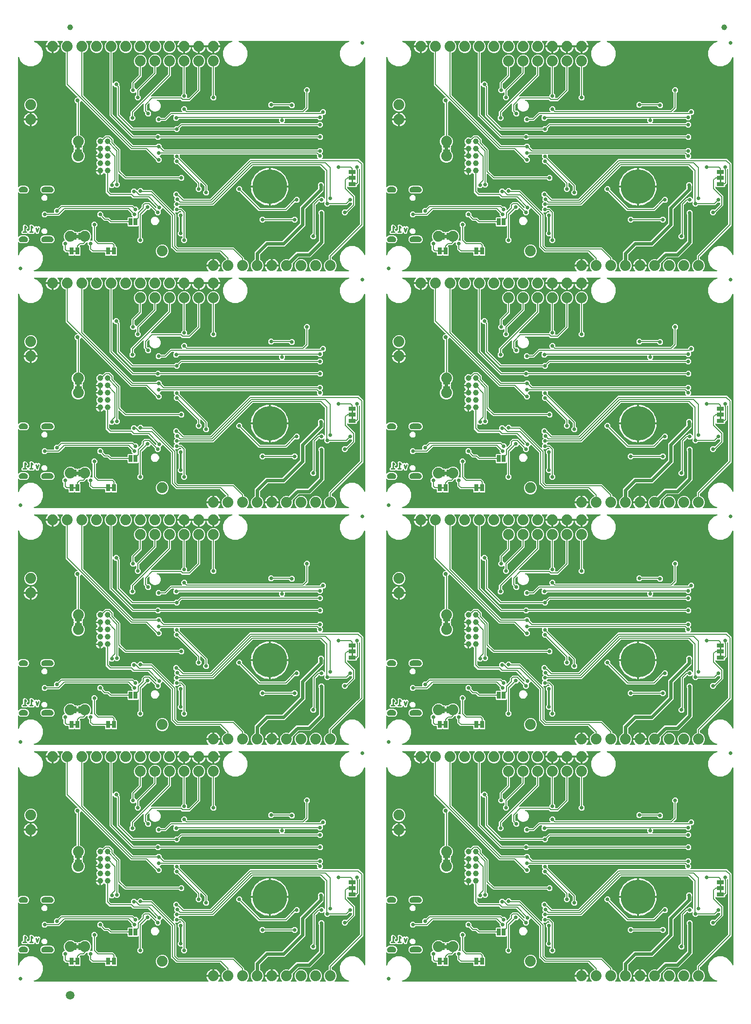
<source format=gbl>
G04 EAGLE Gerber RS-274X export*
G75*
%MOMM*%
%FSLAX34Y34*%
%LPD*%
%INBottom Copper*%
%IPPOS*%
%AMOC8*
5,1,8,0,0,1.08239X$1,22.5*%
G01*
%ADD10C,0.254000*%
%ADD11C,0.755600*%
%ADD12C,0.635000*%
%ADD13R,1.270000X0.660400*%
%ADD14R,0.635000X1.270000*%
%ADD15C,1.879600*%
%ADD16C,1.000000*%
%ADD17C,6.000000*%
%ADD18R,1.270000X0.635000*%
%ADD19R,0.660400X1.270000*%
%ADD20C,1.500000*%
%ADD21C,0.660400*%
%ADD22C,0.177800*%
%ADD23C,0.304800*%
%ADD24C,0.736600*%
%ADD25C,0.558800*%

G36*
X973654Y3056D02*
X973654Y3056D01*
X973706Y3055D01*
X973785Y3076D01*
X973866Y3089D01*
X973912Y3111D01*
X973962Y3125D01*
X974031Y3168D01*
X974105Y3204D01*
X974143Y3240D01*
X974186Y3267D01*
X974239Y3330D01*
X974299Y3386D01*
X974325Y3431D01*
X974358Y3470D01*
X974391Y3545D01*
X974431Y3616D01*
X974443Y3667D01*
X974463Y3714D01*
X974471Y3796D01*
X974489Y3876D01*
X974485Y3927D01*
X974490Y3979D01*
X974474Y4059D01*
X974467Y4141D01*
X974448Y4189D01*
X974438Y4239D01*
X974410Y4283D01*
X974368Y4388D01*
X974255Y4527D01*
X974231Y4565D01*
X973874Y4922D01*
X972769Y6443D01*
X971916Y8117D01*
X971335Y9904D01*
X971174Y10923D01*
X982091Y10923D01*
X982192Y10938D01*
X982295Y10946D01*
X982323Y10958D01*
X982354Y10963D01*
X982446Y11007D01*
X982541Y11045D01*
X982565Y11065D01*
X982593Y11078D01*
X982668Y11148D01*
X982748Y11213D01*
X982765Y11239D01*
X982787Y11260D01*
X982838Y11349D01*
X982895Y11434D01*
X982900Y11458D01*
X982919Y11490D01*
X982977Y11750D01*
X982974Y11788D01*
X982979Y11811D01*
X982979Y12701D01*
X982981Y12701D01*
X982981Y11811D01*
X982996Y11709D01*
X983005Y11607D01*
X983016Y11579D01*
X983021Y11548D01*
X983065Y11456D01*
X983104Y11360D01*
X983123Y11337D01*
X983136Y11309D01*
X983206Y11234D01*
X983271Y11154D01*
X983297Y11137D01*
X983318Y11115D01*
X983407Y11064D01*
X983492Y11007D01*
X983516Y11001D01*
X983549Y10983D01*
X983808Y10925D01*
X983846Y10928D01*
X983869Y10923D01*
X994786Y10923D01*
X994625Y9904D01*
X994044Y8117D01*
X993191Y6443D01*
X992086Y4922D01*
X991729Y4565D01*
X991698Y4524D01*
X991661Y4488D01*
X991620Y4417D01*
X991571Y4351D01*
X991554Y4302D01*
X991529Y4258D01*
X991511Y4178D01*
X991484Y4100D01*
X991482Y4048D01*
X991471Y3998D01*
X991478Y3916D01*
X991475Y3834D01*
X991488Y3785D01*
X991493Y3733D01*
X991523Y3657D01*
X991545Y3578D01*
X991572Y3534D01*
X991592Y3486D01*
X991643Y3423D01*
X991687Y3354D01*
X991727Y3320D01*
X991759Y3280D01*
X991827Y3235D01*
X991890Y3182D01*
X991937Y3161D01*
X991980Y3133D01*
X992031Y3121D01*
X992134Y3077D01*
X992313Y3059D01*
X992357Y3049D01*
X1000081Y3049D01*
X1000132Y3056D01*
X1000183Y3055D01*
X1000262Y3076D01*
X1000343Y3089D01*
X1000390Y3111D01*
X1000440Y3125D01*
X1000509Y3169D01*
X1000583Y3204D01*
X1000620Y3239D01*
X1000664Y3267D01*
X1000717Y3330D01*
X1000777Y3386D01*
X1000803Y3430D01*
X1000836Y3470D01*
X1000868Y3545D01*
X1000909Y3616D01*
X1000920Y3667D01*
X1000940Y3714D01*
X1000949Y3796D01*
X1000967Y3876D01*
X1000963Y3927D01*
X1000968Y3979D01*
X1000952Y4059D01*
X1000945Y4141D01*
X1000926Y4189D01*
X1000916Y4239D01*
X1000888Y4283D01*
X1000846Y4388D01*
X1000733Y4527D01*
X1000709Y4565D01*
X998905Y6369D01*
X997203Y10477D01*
X997203Y14923D01*
X998905Y19031D01*
X1002049Y22175D01*
X1004910Y23360D01*
X1004919Y23366D01*
X1004929Y23369D01*
X1005033Y23435D01*
X1005138Y23498D01*
X1005145Y23505D01*
X1005154Y23511D01*
X1005233Y23605D01*
X1005314Y23696D01*
X1005319Y23706D01*
X1005326Y23714D01*
X1005374Y23827D01*
X1005425Y23938D01*
X1005426Y23948D01*
X1005430Y23958D01*
X1005443Y24081D01*
X1005458Y24202D01*
X1005456Y24212D01*
X1005457Y24223D01*
X1005433Y24344D01*
X1005412Y24464D01*
X1005407Y24473D01*
X1005405Y24483D01*
X1005388Y24510D01*
X1005291Y24700D01*
X1005224Y24768D01*
X1005198Y24809D01*
X994835Y35172D01*
X994818Y35185D01*
X994805Y35201D01*
X994711Y35263D01*
X994621Y35330D01*
X994601Y35337D01*
X994584Y35348D01*
X994539Y35358D01*
X994370Y35417D01*
X994257Y35421D01*
X994207Y35432D01*
X918375Y35432D01*
X916552Y37255D01*
X911015Y42792D01*
X909192Y44615D01*
X909192Y98409D01*
X909189Y98429D01*
X909191Y98450D01*
X909169Y98561D01*
X909152Y98671D01*
X909143Y98690D01*
X909139Y98711D01*
X909115Y98749D01*
X909037Y98911D01*
X908960Y98993D01*
X908932Y99037D01*
X895597Y112372D01*
X895556Y112402D01*
X895520Y112440D01*
X895449Y112481D01*
X895383Y112529D01*
X895334Y112546D01*
X895290Y112572D01*
X895210Y112590D01*
X895132Y112617D01*
X895080Y112619D01*
X895030Y112630D01*
X894948Y112623D01*
X894866Y112626D01*
X894817Y112612D01*
X894765Y112608D01*
X894689Y112578D01*
X894610Y112556D01*
X894566Y112528D01*
X894518Y112509D01*
X894455Y112457D01*
X894386Y112413D01*
X894352Y112374D01*
X894312Y112342D01*
X894267Y112273D01*
X894214Y112211D01*
X894193Y112163D01*
X894165Y112120D01*
X894153Y112070D01*
X894109Y111966D01*
X894091Y111788D01*
X894081Y111744D01*
X894081Y111687D01*
X891352Y108959D01*
X891291Y108876D01*
X891225Y108798D01*
X891213Y108770D01*
X891195Y108745D01*
X891161Y108648D01*
X891121Y108554D01*
X891117Y108523D01*
X891107Y108494D01*
X891104Y108392D01*
X891093Y108289D01*
X891099Y108259D01*
X891098Y108228D01*
X891125Y108129D01*
X891145Y108029D01*
X891158Y108009D01*
X891168Y107972D01*
X891311Y107748D01*
X891339Y107723D01*
X891352Y107703D01*
X891541Y107515D01*
X891541Y103305D01*
X888565Y100329D01*
X884355Y100329D01*
X881379Y103305D01*
X881379Y106350D01*
X881376Y106371D01*
X881378Y106392D01*
X881356Y106502D01*
X881339Y106613D01*
X881330Y106632D01*
X881326Y106652D01*
X881302Y106691D01*
X881224Y106852D01*
X881147Y106935D01*
X881119Y106978D01*
X875277Y112820D01*
X875236Y112851D01*
X875200Y112889D01*
X875129Y112929D01*
X875063Y112978D01*
X875014Y112995D01*
X874970Y113020D01*
X874890Y113038D01*
X874812Y113065D01*
X874760Y113067D01*
X874710Y113078D01*
X874628Y113072D01*
X874546Y113074D01*
X874497Y113061D01*
X874445Y113057D01*
X874369Y113026D01*
X874290Y113005D01*
X874246Y112977D01*
X874198Y112958D01*
X874135Y112906D01*
X874066Y112862D01*
X874032Y112823D01*
X873992Y112790D01*
X873947Y112722D01*
X873894Y112659D01*
X873873Y112612D01*
X873845Y112569D01*
X873833Y112519D01*
X873789Y112415D01*
X873771Y112237D01*
X873762Y112196D01*
X870785Y109219D01*
X867740Y109219D01*
X867719Y109216D01*
X867698Y109218D01*
X867588Y109196D01*
X867477Y109179D01*
X867458Y109170D01*
X867438Y109166D01*
X867399Y109142D01*
X867238Y109064D01*
X867155Y108987D01*
X867112Y108959D01*
X858908Y100755D01*
X858895Y100738D01*
X858879Y100725D01*
X858817Y100631D01*
X858750Y100541D01*
X858743Y100521D01*
X858732Y100504D01*
X858722Y100459D01*
X858663Y100290D01*
X858659Y100177D01*
X858648Y100127D01*
X858648Y62035D01*
X858651Y62015D01*
X858649Y61994D01*
X858671Y61883D01*
X858688Y61773D01*
X858697Y61754D01*
X858701Y61733D01*
X858725Y61695D01*
X858803Y61533D01*
X858880Y61451D01*
X858908Y61407D01*
X861061Y59255D01*
X861061Y55045D01*
X858085Y52069D01*
X853875Y52069D01*
X850899Y55045D01*
X850899Y59255D01*
X853052Y61407D01*
X853065Y61424D01*
X853081Y61438D01*
X853143Y61531D01*
X853210Y61621D01*
X853217Y61641D01*
X853228Y61659D01*
X853238Y61703D01*
X853297Y61872D01*
X853301Y61985D01*
X853312Y62035D01*
X853312Y80683D01*
X853305Y80734D01*
X853306Y80786D01*
X853285Y80865D01*
X853272Y80946D01*
X853250Y80993D01*
X853236Y81042D01*
X853192Y81112D01*
X853157Y81185D01*
X853121Y81223D01*
X853094Y81267D01*
X853031Y81320D01*
X852975Y81380D01*
X852931Y81405D01*
X852891Y81439D01*
X852816Y81471D01*
X852745Y81512D01*
X852694Y81523D01*
X852647Y81543D01*
X852565Y81552D01*
X852485Y81570D01*
X852434Y81565D01*
X852382Y81571D01*
X852302Y81555D01*
X852220Y81548D01*
X852172Y81529D01*
X852122Y81519D01*
X852078Y81491D01*
X851973Y81449D01*
X851834Y81336D01*
X851796Y81311D01*
X851256Y80771D01*
X835304Y80771D01*
X834262Y81813D01*
X834262Y85344D01*
X834247Y85446D01*
X834239Y85548D01*
X834227Y85576D01*
X834222Y85607D01*
X834178Y85699D01*
X834140Y85795D01*
X834120Y85818D01*
X834107Y85846D01*
X834037Y85921D01*
X833972Y86001D01*
X833946Y86018D01*
X833925Y86040D01*
X833836Y86091D01*
X833751Y86148D01*
X833727Y86154D01*
X833695Y86172D01*
X833435Y86230D01*
X833397Y86227D01*
X833374Y86232D01*
X803626Y86232D01*
X799188Y90671D01*
X799171Y90684D01*
X799157Y90700D01*
X799064Y90762D01*
X798974Y90829D01*
X798954Y90836D01*
X798936Y90847D01*
X798892Y90857D01*
X798723Y90916D01*
X798610Y90920D01*
X798560Y90931D01*
X793026Y90931D01*
X787698Y96259D01*
X787681Y96272D01*
X787668Y96288D01*
X787574Y96350D01*
X787484Y96417D01*
X787464Y96424D01*
X787447Y96435D01*
X787402Y96445D01*
X787233Y96504D01*
X787120Y96508D01*
X787070Y96519D01*
X784025Y96519D01*
X781049Y99495D01*
X781049Y103705D01*
X784025Y106681D01*
X788235Y106681D01*
X791211Y103705D01*
X791211Y100660D01*
X791214Y100639D01*
X791212Y100618D01*
X791234Y100508D01*
X791251Y100397D01*
X791260Y100378D01*
X791264Y100358D01*
X791288Y100319D01*
X791366Y100158D01*
X791443Y100075D01*
X791471Y100032D01*
X794976Y96527D01*
X794993Y96514D01*
X795006Y96498D01*
X795100Y96436D01*
X795190Y96369D01*
X795210Y96362D01*
X795227Y96351D01*
X795272Y96341D01*
X795441Y96282D01*
X795554Y96278D01*
X795604Y96267D01*
X801138Y96267D01*
X805576Y91828D01*
X805593Y91815D01*
X805607Y91799D01*
X805700Y91737D01*
X805790Y91670D01*
X805810Y91663D01*
X805828Y91652D01*
X805872Y91642D01*
X806041Y91583D01*
X806154Y91579D01*
X806204Y91568D01*
X833374Y91568D01*
X833476Y91583D01*
X833578Y91591D01*
X833606Y91603D01*
X833637Y91608D01*
X833729Y91652D01*
X833825Y91690D01*
X833848Y91710D01*
X833876Y91723D01*
X833951Y91793D01*
X834031Y91858D01*
X834048Y91884D01*
X834070Y91905D01*
X834121Y91994D01*
X834178Y92079D01*
X834184Y92103D01*
X834202Y92135D01*
X834260Y92395D01*
X834257Y92433D01*
X834262Y92456D01*
X834262Y95987D01*
X835304Y97029D01*
X841570Y97029D01*
X841621Y97036D01*
X841672Y97035D01*
X841751Y97056D01*
X841832Y97069D01*
X841879Y97091D01*
X841929Y97105D01*
X841998Y97149D01*
X842072Y97184D01*
X842109Y97219D01*
X842153Y97247D01*
X842206Y97310D01*
X842266Y97366D01*
X842292Y97410D01*
X842325Y97450D01*
X842357Y97525D01*
X842398Y97596D01*
X842409Y97647D01*
X842429Y97694D01*
X842438Y97776D01*
X842456Y97856D01*
X842452Y97907D01*
X842457Y97959D01*
X842441Y98039D01*
X842434Y98121D01*
X842415Y98169D01*
X842405Y98219D01*
X842377Y98263D01*
X842335Y98368D01*
X842222Y98507D01*
X842198Y98545D01*
X840739Y100003D01*
X840739Y103048D01*
X840736Y103069D01*
X840738Y103090D01*
X840716Y103200D01*
X840699Y103311D01*
X840690Y103330D01*
X840686Y103350D01*
X840662Y103389D01*
X840584Y103550D01*
X840507Y103633D01*
X840479Y103676D01*
X835099Y109056D01*
X835082Y109069D01*
X835069Y109085D01*
X834975Y109147D01*
X834885Y109214D01*
X834865Y109221D01*
X834848Y109232D01*
X834803Y109242D01*
X834634Y109301D01*
X834521Y109305D01*
X834471Y109316D01*
X725178Y109316D01*
X725158Y109313D01*
X725137Y109315D01*
X725026Y109293D01*
X724916Y109276D01*
X724897Y109267D01*
X724876Y109263D01*
X724838Y109239D01*
X724676Y109161D01*
X724594Y109084D01*
X724550Y109056D01*
X714778Y99283D01*
X694846Y99283D01*
X694826Y99280D01*
X694805Y99282D01*
X694694Y99260D01*
X694584Y99243D01*
X694565Y99234D01*
X694544Y99230D01*
X694506Y99206D01*
X694344Y99128D01*
X694262Y99051D01*
X694218Y99023D01*
X691715Y96519D01*
X687505Y96519D01*
X684529Y99495D01*
X684529Y103705D01*
X687505Y106681D01*
X691715Y106681D01*
X693516Y104879D01*
X693533Y104866D01*
X693547Y104850D01*
X693640Y104788D01*
X693730Y104721D01*
X693750Y104714D01*
X693768Y104703D01*
X693812Y104693D01*
X693981Y104634D01*
X694094Y104630D01*
X694144Y104619D01*
X705231Y104619D01*
X705333Y104634D01*
X705435Y104642D01*
X705463Y104654D01*
X705494Y104659D01*
X705586Y104703D01*
X705682Y104741D01*
X705705Y104761D01*
X705733Y104774D01*
X705808Y104844D01*
X705888Y104909D01*
X705905Y104935D01*
X705927Y104956D01*
X705978Y105045D01*
X706035Y105130D01*
X706041Y105154D01*
X706059Y105186D01*
X706117Y105446D01*
X706114Y105484D01*
X706119Y105507D01*
X706119Y110025D01*
X709095Y113001D01*
X712140Y113001D01*
X712161Y113004D01*
X712182Y113002D01*
X712292Y113024D01*
X712403Y113041D01*
X712422Y113050D01*
X712442Y113054D01*
X712481Y113078D01*
X712642Y113156D01*
X712725Y113233D01*
X712768Y113261D01*
X717715Y118208D01*
X843145Y118208D01*
X845522Y115831D01*
X845539Y115818D01*
X845552Y115802D01*
X845646Y115740D01*
X845736Y115673D01*
X845756Y115666D01*
X845773Y115655D01*
X845818Y115645D01*
X845987Y115586D01*
X846100Y115582D01*
X846150Y115571D01*
X849195Y115571D01*
X852171Y112595D01*
X852171Y110506D01*
X852178Y110455D01*
X852177Y110404D01*
X852193Y110345D01*
X852194Y110323D01*
X852201Y110307D01*
X852211Y110244D01*
X852233Y110197D01*
X852247Y110147D01*
X852291Y110078D01*
X852326Y110004D01*
X852361Y109967D01*
X852389Y109923D01*
X852452Y109870D01*
X852508Y109810D01*
X852552Y109784D01*
X852592Y109751D01*
X852667Y109719D01*
X852738Y109678D01*
X852789Y109667D01*
X852836Y109647D01*
X852918Y109638D01*
X852998Y109620D01*
X853049Y109624D01*
X853101Y109619D01*
X853181Y109635D01*
X853263Y109642D01*
X853311Y109661D01*
X853361Y109671D01*
X853405Y109699D01*
X853510Y109741D01*
X853566Y109787D01*
X853582Y109794D01*
X853625Y109835D01*
X853649Y109854D01*
X853687Y109878D01*
X857751Y113942D01*
X857764Y113959D01*
X857780Y113973D01*
X857842Y114066D01*
X857909Y114156D01*
X857916Y114176D01*
X857927Y114194D01*
X857937Y114238D01*
X857996Y114407D01*
X858000Y114520D01*
X858011Y114570D01*
X858011Y118834D01*
X862495Y123318D01*
X872325Y123318D01*
X874148Y121495D01*
X882403Y113240D01*
X882444Y113209D01*
X882480Y113171D01*
X882551Y113131D01*
X882617Y113082D01*
X882666Y113065D01*
X882710Y113040D01*
X882790Y113022D01*
X882868Y112995D01*
X882920Y112993D01*
X882970Y112982D01*
X883052Y112988D01*
X883134Y112986D01*
X883183Y112999D01*
X883235Y113003D01*
X883311Y113034D01*
X883390Y113055D01*
X883434Y113083D01*
X883482Y113102D01*
X883545Y113154D01*
X883614Y113198D01*
X883648Y113237D01*
X883688Y113270D01*
X883733Y113338D01*
X883786Y113401D01*
X883807Y113448D01*
X883835Y113491D01*
X883847Y113541D01*
X883891Y113645D01*
X883909Y113823D01*
X883919Y113868D01*
X883919Y114732D01*
X883916Y114753D01*
X883918Y114774D01*
X883896Y114884D01*
X883879Y114995D01*
X883870Y115014D01*
X883866Y115034D01*
X883842Y115073D01*
X883764Y115234D01*
X883687Y115317D01*
X883659Y115360D01*
X869867Y129152D01*
X869850Y129165D01*
X869837Y129181D01*
X869743Y129243D01*
X869653Y129310D01*
X869633Y129317D01*
X869616Y129328D01*
X869571Y129338D01*
X869402Y129397D01*
X869289Y129401D01*
X869239Y129412D01*
X843445Y129412D01*
X839514Y133343D01*
X839497Y133356D01*
X839484Y133372D01*
X839390Y133434D01*
X839300Y133501D01*
X839280Y133508D01*
X839263Y133519D01*
X839218Y133529D01*
X839049Y133588D01*
X838936Y133592D01*
X838886Y133603D01*
X802872Y133603D01*
X796162Y140313D01*
X796162Y170974D01*
X796153Y171035D01*
X796154Y171098D01*
X796133Y171166D01*
X796122Y171237D01*
X796095Y171293D01*
X796078Y171352D01*
X796038Y171412D01*
X796007Y171476D01*
X795964Y171522D01*
X795930Y171573D01*
X795891Y171601D01*
X795825Y171671D01*
X795639Y171777D01*
X795614Y171795D01*
X794990Y172053D01*
X793579Y173464D01*
X793533Y173498D01*
X793494Y173539D01*
X793427Y173577D01*
X793365Y173622D01*
X793311Y173641D01*
X793262Y173668D01*
X793187Y173684D01*
X793114Y173710D01*
X793057Y173712D01*
X793002Y173723D01*
X792925Y173716D01*
X792848Y173719D01*
X792793Y173704D01*
X792737Y173698D01*
X792666Y173669D01*
X792592Y173649D01*
X792544Y173618D01*
X792491Y173597D01*
X792455Y173562D01*
X792367Y173506D01*
X792241Y173357D01*
X792212Y173330D01*
X791987Y172993D01*
X790937Y171943D01*
X789702Y171117D01*
X788330Y170549D01*
X787399Y170364D01*
X787399Y177419D01*
X787384Y177520D01*
X787376Y177623D01*
X787364Y177651D01*
X787359Y177682D01*
X787315Y177774D01*
X787277Y177869D01*
X787257Y177893D01*
X787244Y177921D01*
X787174Y177996D01*
X787109Y178076D01*
X787083Y178093D01*
X787062Y178115D01*
X786973Y178166D01*
X786888Y178223D01*
X786864Y178228D01*
X786832Y178247D01*
X786621Y178294D01*
X786613Y178385D01*
X786602Y178413D01*
X786597Y178444D01*
X786553Y178536D01*
X786514Y178632D01*
X786495Y178655D01*
X786482Y178683D01*
X786411Y178758D01*
X786347Y178838D01*
X786321Y178855D01*
X786300Y178877D01*
X786211Y178928D01*
X786126Y178985D01*
X786102Y178991D01*
X786069Y179009D01*
X785810Y179067D01*
X785772Y179064D01*
X785749Y179069D01*
X778694Y179069D01*
X778879Y180000D01*
X779447Y181372D01*
X780273Y182607D01*
X781323Y183657D01*
X781660Y183882D01*
X781702Y183921D01*
X781750Y183951D01*
X781800Y184010D01*
X781856Y184061D01*
X781885Y184110D01*
X781922Y184154D01*
X781952Y184224D01*
X781991Y184291D01*
X782004Y184346D01*
X782026Y184398D01*
X782034Y184474D01*
X782052Y184549D01*
X782048Y184606D01*
X782054Y184663D01*
X782039Y184738D01*
X782033Y184814D01*
X782013Y184867D01*
X782002Y184923D01*
X781975Y184966D01*
X781937Y185062D01*
X781816Y185215D01*
X781794Y185249D01*
X780383Y186660D01*
X779351Y189152D01*
X779351Y191848D01*
X780383Y194340D01*
X781794Y195751D01*
X781828Y195797D01*
X781869Y195836D01*
X781907Y195903D01*
X781952Y195965D01*
X781971Y196019D01*
X781998Y196068D01*
X782014Y196143D01*
X782040Y196216D01*
X782041Y196273D01*
X782053Y196328D01*
X782046Y196405D01*
X782049Y196482D01*
X782034Y196537D01*
X782028Y196593D01*
X781999Y196664D01*
X781979Y196738D01*
X781948Y196786D01*
X781927Y196839D01*
X781892Y196875D01*
X781836Y196963D01*
X781687Y197089D01*
X781660Y197118D01*
X781323Y197343D01*
X780273Y198393D01*
X779447Y199628D01*
X778879Y201000D01*
X778694Y201931D01*
X785749Y201931D01*
X785850Y201946D01*
X785953Y201954D01*
X785981Y201966D01*
X786012Y201970D01*
X786104Y202015D01*
X786199Y202053D01*
X786223Y202073D01*
X786251Y202086D01*
X786326Y202156D01*
X786406Y202221D01*
X786423Y202247D01*
X786445Y202268D01*
X786496Y202357D01*
X786553Y202442D01*
X786558Y202466D01*
X786577Y202498D01*
X786624Y202709D01*
X786715Y202717D01*
X786743Y202728D01*
X786774Y202733D01*
X786866Y202777D01*
X786962Y202816D01*
X786985Y202835D01*
X787013Y202848D01*
X787088Y202919D01*
X787168Y202983D01*
X787185Y203009D01*
X787207Y203030D01*
X787258Y203119D01*
X787315Y203204D01*
X787321Y203228D01*
X787339Y203261D01*
X787397Y203520D01*
X787394Y203558D01*
X787399Y203581D01*
X787399Y215519D01*
X787384Y215620D01*
X787376Y215723D01*
X787364Y215751D01*
X787359Y215782D01*
X787315Y215874D01*
X787277Y215969D01*
X787257Y215993D01*
X787244Y216021D01*
X787174Y216096D01*
X787109Y216176D01*
X787083Y216193D01*
X787062Y216215D01*
X786973Y216266D01*
X786888Y216323D01*
X786864Y216328D01*
X786832Y216347D01*
X786621Y216394D01*
X786613Y216485D01*
X786602Y216513D01*
X786597Y216544D01*
X786553Y216636D01*
X786514Y216732D01*
X786495Y216755D01*
X786482Y216783D01*
X786411Y216858D01*
X786347Y216938D01*
X786321Y216955D01*
X786300Y216977D01*
X786211Y217028D01*
X786126Y217085D01*
X786102Y217091D01*
X786069Y217109D01*
X785810Y217167D01*
X785772Y217164D01*
X785749Y217169D01*
X778694Y217169D01*
X778879Y218100D01*
X779447Y219472D01*
X780273Y220707D01*
X781323Y221757D01*
X781660Y221982D01*
X781702Y222021D01*
X781750Y222051D01*
X781799Y222110D01*
X781856Y222161D01*
X781885Y222210D01*
X781922Y222254D01*
X781952Y222324D01*
X781991Y222391D01*
X782004Y222446D01*
X782026Y222498D01*
X782034Y222574D01*
X782052Y222649D01*
X782048Y222706D01*
X782054Y222763D01*
X782039Y222838D01*
X782033Y222914D01*
X782013Y222967D01*
X782002Y223023D01*
X781975Y223066D01*
X781937Y223162D01*
X781816Y223315D01*
X781794Y223349D01*
X780383Y224760D01*
X779351Y227252D01*
X779351Y229948D01*
X780383Y232440D01*
X782290Y234347D01*
X784782Y235379D01*
X787478Y235379D01*
X789415Y234576D01*
X789475Y234562D01*
X789533Y234537D01*
X789604Y234530D01*
X789673Y234513D01*
X789735Y234516D01*
X789797Y234510D01*
X789867Y234524D01*
X789939Y234528D01*
X789997Y234550D01*
X790058Y234562D01*
X790098Y234588D01*
X790188Y234621D01*
X790357Y234752D01*
X790383Y234769D01*
X792726Y237112D01*
X794549Y238935D01*
X803111Y238935D01*
X804934Y237112D01*
X807342Y234704D01*
X809165Y232881D01*
X809165Y227486D01*
X809168Y227465D01*
X809166Y227444D01*
X809188Y227334D01*
X809205Y227223D01*
X809214Y227204D01*
X809218Y227184D01*
X809242Y227145D01*
X809320Y226984D01*
X809397Y226901D01*
X809425Y226858D01*
X821564Y214719D01*
X821564Y178003D01*
X821567Y177982D01*
X821565Y177961D01*
X821585Y177859D01*
X821587Y177830D01*
X821591Y177820D01*
X821604Y177740D01*
X821613Y177721D01*
X821617Y177701D01*
X821641Y177662D01*
X821719Y177501D01*
X821796Y177418D01*
X821824Y177375D01*
X831171Y168028D01*
X831188Y168015D01*
X831201Y167999D01*
X831295Y167937D01*
X831385Y167870D01*
X831405Y167863D01*
X831422Y167852D01*
X831467Y167842D01*
X831636Y167783D01*
X831749Y167779D01*
X831799Y167768D01*
X922215Y167768D01*
X922235Y167771D01*
X922256Y167769D01*
X922367Y167791D01*
X922477Y167808D01*
X922496Y167817D01*
X922517Y167821D01*
X922555Y167845D01*
X922717Y167923D01*
X922799Y168000D01*
X922843Y168028D01*
X924995Y170181D01*
X929205Y170181D01*
X932181Y167205D01*
X932181Y162995D01*
X929205Y160019D01*
X924995Y160019D01*
X922843Y162172D01*
X922826Y162185D01*
X922812Y162201D01*
X922719Y162263D01*
X922629Y162330D01*
X922609Y162337D01*
X922591Y162348D01*
X922547Y162358D01*
X922378Y162417D01*
X922265Y162421D01*
X922215Y162432D01*
X829221Y162432D01*
X827398Y164255D01*
X819524Y172129D01*
X819483Y172160D01*
X819447Y172198D01*
X819376Y172238D01*
X819310Y172287D01*
X819261Y172304D01*
X819217Y172329D01*
X819137Y172347D01*
X819059Y172374D01*
X819007Y172376D01*
X818957Y172387D01*
X818875Y172381D01*
X818793Y172383D01*
X818744Y172370D01*
X818692Y172366D01*
X818616Y172335D01*
X818537Y172314D01*
X818493Y172286D01*
X818445Y172267D01*
X818382Y172215D01*
X818313Y172171D01*
X818279Y172132D01*
X818239Y172099D01*
X818194Y172031D01*
X818141Y171968D01*
X818120Y171921D01*
X818092Y171878D01*
X818080Y171828D01*
X818036Y171724D01*
X818018Y171546D01*
X818008Y171501D01*
X818008Y158555D01*
X818011Y158535D01*
X818009Y158514D01*
X818031Y158403D01*
X818048Y158293D01*
X818057Y158274D01*
X818061Y158253D01*
X818085Y158215D01*
X818163Y158053D01*
X818240Y157971D01*
X818268Y157927D01*
X820421Y155775D01*
X820421Y151565D01*
X817445Y148589D01*
X813235Y148589D01*
X812158Y149667D01*
X812075Y149728D01*
X811997Y149794D01*
X811969Y149806D01*
X811944Y149824D01*
X811847Y149858D01*
X811753Y149898D01*
X811722Y149902D01*
X811693Y149912D01*
X811591Y149915D01*
X811488Y149926D01*
X811458Y149920D01*
X811427Y149921D01*
X811328Y149894D01*
X811228Y149874D01*
X811208Y149861D01*
X811171Y149851D01*
X810947Y149708D01*
X810922Y149680D01*
X810902Y149667D01*
X808555Y147319D01*
X804345Y147319D01*
X803014Y148651D01*
X802973Y148681D01*
X802937Y148719D01*
X802866Y148760D01*
X802800Y148808D01*
X802751Y148825D01*
X802707Y148851D01*
X802627Y148869D01*
X802549Y148896D01*
X802497Y148898D01*
X802447Y148909D01*
X802365Y148902D01*
X802283Y148905D01*
X802234Y148891D01*
X802182Y148887D01*
X802106Y148857D01*
X802027Y148835D01*
X801983Y148807D01*
X801935Y148788D01*
X801872Y148736D01*
X801803Y148692D01*
X801769Y148653D01*
X801729Y148621D01*
X801684Y148552D01*
X801631Y148490D01*
X801610Y148442D01*
X801582Y148399D01*
X801570Y148349D01*
X801526Y148245D01*
X801508Y148067D01*
X801498Y148023D01*
X801498Y142891D01*
X801501Y142871D01*
X801499Y142850D01*
X801521Y142739D01*
X801538Y142629D01*
X801547Y142610D01*
X801551Y142589D01*
X801575Y142551D01*
X801653Y142389D01*
X801730Y142307D01*
X801758Y142263D01*
X804822Y139199D01*
X804834Y139191D01*
X804840Y139182D01*
X804845Y139179D01*
X804853Y139170D01*
X804946Y139108D01*
X805036Y139041D01*
X805056Y139034D01*
X805074Y139023D01*
X805118Y139013D01*
X805287Y138954D01*
X805400Y138950D01*
X805450Y138939D01*
X838581Y138939D01*
X838683Y138954D01*
X838785Y138962D01*
X838813Y138974D01*
X838844Y138979D01*
X838936Y139023D01*
X839032Y139061D01*
X839055Y139081D01*
X839083Y139094D01*
X839158Y139164D01*
X839238Y139229D01*
X839255Y139255D01*
X839277Y139276D01*
X839328Y139365D01*
X839385Y139450D01*
X839391Y139474D01*
X839409Y139506D01*
X839467Y139766D01*
X839466Y139775D01*
X839467Y139778D01*
X839465Y139807D01*
X839469Y139827D01*
X839469Y143837D01*
X842445Y146813D01*
X846655Y146813D01*
X848807Y144660D01*
X848824Y144647D01*
X848838Y144631D01*
X848931Y144569D01*
X849021Y144502D01*
X849041Y144495D01*
X849059Y144484D01*
X849070Y144481D01*
X849425Y144126D01*
X849508Y144065D01*
X849586Y143999D01*
X849614Y143987D01*
X849639Y143969D01*
X849736Y143935D01*
X849830Y143895D01*
X849861Y143891D01*
X849890Y143881D01*
X849993Y143878D01*
X850095Y143867D01*
X850125Y143873D01*
X850156Y143872D01*
X850255Y143899D01*
X850355Y143919D01*
X850376Y143932D01*
X850412Y143942D01*
X850636Y144085D01*
X850661Y144114D01*
X850681Y144126D01*
X853875Y147321D01*
X858085Y147321D01*
X860745Y144660D01*
X860762Y144647D01*
X860776Y144631D01*
X860869Y144569D01*
X860959Y144502D01*
X860979Y144495D01*
X860997Y144484D01*
X861041Y144474D01*
X861210Y144415D01*
X861323Y144411D01*
X861373Y144400D01*
X876144Y144400D01*
X912883Y107660D01*
X912924Y107630D01*
X912960Y107592D01*
X913031Y107551D01*
X913097Y107503D01*
X913146Y107486D01*
X913190Y107460D01*
X913270Y107442D01*
X913348Y107415D01*
X913400Y107413D01*
X913450Y107402D01*
X913532Y107409D01*
X913614Y107406D01*
X913663Y107420D01*
X913715Y107424D01*
X913791Y107454D01*
X913870Y107476D01*
X913914Y107504D01*
X913962Y107523D01*
X914025Y107575D01*
X914094Y107619D01*
X914128Y107658D01*
X914168Y107690D01*
X914213Y107759D01*
X914266Y107821D01*
X914287Y107869D01*
X914315Y107912D01*
X914327Y107962D01*
X914371Y108066D01*
X914389Y108244D01*
X914399Y108288D01*
X914399Y112595D01*
X916112Y114307D01*
X916173Y114390D01*
X916239Y114468D01*
X916251Y114496D01*
X916269Y114521D01*
X916303Y114618D01*
X916343Y114712D01*
X916347Y114743D01*
X916357Y114772D01*
X916360Y114875D01*
X916371Y114977D01*
X916365Y115007D01*
X916366Y115038D01*
X916339Y115137D01*
X916319Y115237D01*
X916306Y115258D01*
X916296Y115294D01*
X916153Y115518D01*
X916124Y115543D01*
X916112Y115563D01*
X914399Y117275D01*
X914399Y121485D01*
X916366Y123451D01*
X916427Y123534D01*
X916493Y123612D01*
X916505Y123640D01*
X916523Y123665D01*
X916557Y123762D01*
X916597Y123856D01*
X916601Y123887D01*
X916611Y123916D01*
X916614Y124018D01*
X916625Y124121D01*
X916619Y124151D01*
X916620Y124182D01*
X916593Y124281D01*
X916573Y124381D01*
X916560Y124401D01*
X916550Y124438D01*
X916407Y124662D01*
X916379Y124687D01*
X916366Y124707D01*
X915415Y125657D01*
X915415Y129867D01*
X915893Y130344D01*
X915921Y130382D01*
X915946Y130405D01*
X915966Y130442D01*
X916021Y130505D01*
X916033Y130534D01*
X916051Y130558D01*
X916085Y130655D01*
X916125Y130750D01*
X916128Y130780D01*
X916138Y130809D01*
X916142Y130912D01*
X916152Y131014D01*
X916146Y131044D01*
X916147Y131075D01*
X916120Y131174D01*
X916100Y131275D01*
X916087Y131295D01*
X916078Y131332D01*
X915935Y131556D01*
X915906Y131580D01*
X915893Y131601D01*
X913129Y134364D01*
X913129Y138574D01*
X916105Y141550D01*
X920315Y141550D01*
X923291Y138574D01*
X923291Y137287D01*
X923306Y137185D01*
X923314Y137083D01*
X923326Y137055D01*
X923331Y137024D01*
X923375Y136932D01*
X923413Y136836D01*
X923433Y136813D01*
X923446Y136785D01*
X923516Y136710D01*
X923581Y136630D01*
X923607Y136613D01*
X923628Y136591D01*
X923717Y136540D01*
X923802Y136483D01*
X923826Y136477D01*
X923858Y136459D01*
X924058Y136414D01*
X931052Y129420D01*
X931060Y129414D01*
X931062Y129412D01*
X931070Y129406D01*
X931082Y129391D01*
X931176Y129329D01*
X931266Y129262D01*
X931286Y129255D01*
X931304Y129244D01*
X931348Y129234D01*
X931517Y129175D01*
X931630Y129171D01*
X931680Y129160D01*
X977291Y129160D01*
X977312Y129163D01*
X977333Y129161D01*
X977443Y129183D01*
X977554Y129200D01*
X977573Y129209D01*
X977593Y129213D01*
X977632Y129237D01*
X977793Y129315D01*
X977876Y129392D01*
X977919Y129420D01*
X1044670Y196171D01*
X1046493Y197994D01*
X1164277Y197994D01*
X1164328Y198001D01*
X1164379Y198000D01*
X1164458Y198021D01*
X1164539Y198034D01*
X1164586Y198056D01*
X1164636Y198070D01*
X1164705Y198114D01*
X1164779Y198149D01*
X1164816Y198184D01*
X1164860Y198212D01*
X1164913Y198275D01*
X1164973Y198331D01*
X1164999Y198375D01*
X1165032Y198415D01*
X1165064Y198490D01*
X1165105Y198561D01*
X1165116Y198612D01*
X1165136Y198659D01*
X1165145Y198741D01*
X1165163Y198821D01*
X1165159Y198872D01*
X1165164Y198924D01*
X1165148Y199004D01*
X1165141Y199086D01*
X1165122Y199134D01*
X1165112Y199184D01*
X1165084Y199228D01*
X1165042Y199333D01*
X1164929Y199472D01*
X1164905Y199510D01*
X1163319Y201095D01*
X1163319Y204140D01*
X1163316Y204161D01*
X1163318Y204182D01*
X1163296Y204292D01*
X1163279Y204403D01*
X1163270Y204422D01*
X1163266Y204442D01*
X1163242Y204481D01*
X1163164Y204642D01*
X1163087Y204725D01*
X1163059Y204768D01*
X1162221Y205606D01*
X1162204Y205619D01*
X1162191Y205635D01*
X1162097Y205697D01*
X1162007Y205764D01*
X1161987Y205771D01*
X1161970Y205782D01*
X1161925Y205792D01*
X1161756Y205851D01*
X1161643Y205855D01*
X1161593Y205866D01*
X925449Y205866D01*
X925347Y205851D01*
X925245Y205843D01*
X925217Y205831D01*
X925186Y205826D01*
X925094Y205782D01*
X924998Y205744D01*
X924975Y205724D01*
X924947Y205711D01*
X924872Y205641D01*
X924792Y205576D01*
X924775Y205550D01*
X924753Y205529D01*
X924702Y205440D01*
X924645Y205355D01*
X924639Y205331D01*
X924621Y205299D01*
X924563Y205039D01*
X924566Y205001D01*
X924561Y204978D01*
X924561Y201625D01*
X924564Y201604D01*
X924562Y201583D01*
X924584Y201473D01*
X924601Y201362D01*
X924610Y201343D01*
X924614Y201323D01*
X924638Y201284D01*
X924716Y201123D01*
X924793Y201040D01*
X924821Y200997D01*
X972948Y152870D01*
X972948Y144585D01*
X972951Y144565D01*
X972949Y144544D01*
X972971Y144433D01*
X972988Y144323D01*
X972997Y144304D01*
X973001Y144283D01*
X973025Y144245D01*
X973103Y144083D01*
X973180Y144001D01*
X973208Y143957D01*
X975361Y141805D01*
X975361Y137595D01*
X972385Y134619D01*
X968175Y134619D01*
X965199Y137595D01*
X965199Y141805D01*
X967352Y143957D01*
X967365Y143974D01*
X967381Y143988D01*
X967443Y144081D01*
X967510Y144171D01*
X967517Y144191D01*
X967528Y144209D01*
X967538Y144253D01*
X967597Y144422D01*
X967601Y144535D01*
X967612Y144585D01*
X967612Y150292D01*
X967609Y150313D01*
X967611Y150334D01*
X967589Y150444D01*
X967572Y150555D01*
X967563Y150574D01*
X967559Y150594D01*
X967535Y150633D01*
X967457Y150794D01*
X967380Y150877D01*
X967352Y150920D01*
X961764Y156508D01*
X961723Y156539D01*
X961687Y156577D01*
X961616Y156617D01*
X961550Y156666D01*
X961501Y156683D01*
X961457Y156708D01*
X961377Y156726D01*
X961299Y156753D01*
X961247Y156755D01*
X961197Y156766D01*
X961115Y156760D01*
X961033Y156762D01*
X960984Y156749D01*
X960932Y156745D01*
X960856Y156714D01*
X960777Y156693D01*
X960733Y156665D01*
X960685Y156646D01*
X960622Y156594D01*
X960553Y156550D01*
X960519Y156511D01*
X960479Y156478D01*
X960434Y156410D01*
X960381Y156347D01*
X960360Y156300D01*
X960332Y156257D01*
X960320Y156207D01*
X960276Y156103D01*
X960258Y155925D01*
X960248Y155880D01*
X960248Y150935D01*
X960251Y150915D01*
X960249Y150894D01*
X960271Y150783D01*
X960288Y150673D01*
X960297Y150654D01*
X960301Y150633D01*
X960325Y150595D01*
X960403Y150433D01*
X960480Y150351D01*
X960508Y150307D01*
X962661Y148155D01*
X962661Y143945D01*
X959685Y140969D01*
X955475Y140969D01*
X952499Y143945D01*
X952499Y148155D01*
X954652Y150307D01*
X954665Y150324D01*
X954681Y150338D01*
X954743Y150431D01*
X954810Y150521D01*
X954817Y150541D01*
X954828Y150559D01*
X954838Y150603D01*
X954897Y150772D01*
X954901Y150885D01*
X954912Y150935D01*
X954912Y154551D01*
X954909Y154571D01*
X954911Y154592D01*
X954889Y154703D01*
X954872Y154813D01*
X954863Y154832D01*
X954859Y154853D01*
X954835Y154891D01*
X954757Y155053D01*
X954680Y155135D01*
X954652Y155179D01*
X920989Y188842D01*
X920972Y188855D01*
X920958Y188871D01*
X920865Y188933D01*
X920775Y189000D01*
X920755Y189007D01*
X920737Y189018D01*
X920693Y189028D01*
X920524Y189087D01*
X920411Y189091D01*
X920361Y189102D01*
X917316Y189102D01*
X914340Y192078D01*
X914340Y196288D01*
X915828Y197776D01*
X915889Y197858D01*
X915955Y197937D01*
X915967Y197965D01*
X915986Y197990D01*
X916019Y198087D01*
X916060Y198181D01*
X916063Y198212D01*
X916073Y198241D01*
X916077Y198343D01*
X916087Y198445D01*
X916081Y198476D01*
X916082Y198506D01*
X916055Y198605D01*
X916035Y198706D01*
X916022Y198726D01*
X916012Y198763D01*
X915870Y198987D01*
X915841Y199012D01*
X915828Y199032D01*
X914399Y200460D01*
X914399Y204978D01*
X914384Y205080D01*
X914376Y205182D01*
X914364Y205210D01*
X914359Y205241D01*
X914315Y205333D01*
X914277Y205429D01*
X914257Y205452D01*
X914244Y205480D01*
X914174Y205555D01*
X914109Y205635D01*
X914083Y205652D01*
X914062Y205674D01*
X913973Y205725D01*
X913888Y205782D01*
X913864Y205788D01*
X913832Y205806D01*
X913572Y205864D01*
X913534Y205861D01*
X913511Y205866D01*
X892869Y205866D01*
X892849Y205863D01*
X892828Y205865D01*
X892717Y205843D01*
X892607Y205826D01*
X892588Y205817D01*
X892567Y205813D01*
X892529Y205789D01*
X892367Y205711D01*
X892285Y205634D01*
X892241Y205606D01*
X889828Y203193D01*
X889767Y203110D01*
X889701Y203032D01*
X889689Y203004D01*
X889671Y202979D01*
X889637Y202882D01*
X889597Y202788D01*
X889593Y202757D01*
X889583Y202728D01*
X889580Y202625D01*
X889569Y202523D01*
X889575Y202493D01*
X889574Y202462D01*
X889601Y202363D01*
X889621Y202263D01*
X889634Y202242D01*
X889644Y202206D01*
X889787Y201982D01*
X889816Y201957D01*
X889828Y201937D01*
X892811Y198955D01*
X892811Y194745D01*
X889835Y191769D01*
X885625Y191769D01*
X882649Y194745D01*
X882649Y196520D01*
X882646Y196541D01*
X882648Y196562D01*
X882626Y196672D01*
X882609Y196783D01*
X882600Y196802D01*
X882596Y196822D01*
X882572Y196861D01*
X882494Y197022D01*
X882417Y197105D01*
X882389Y197148D01*
X866311Y213226D01*
X866294Y213239D01*
X866281Y213255D01*
X866187Y213317D01*
X866097Y213384D01*
X866077Y213391D01*
X866060Y213402D01*
X866015Y213412D01*
X865846Y213471D01*
X865733Y213475D01*
X865683Y213486D01*
X839432Y213486D01*
X753738Y299180D01*
X753697Y299211D01*
X753661Y299249D01*
X753590Y299289D01*
X753524Y299338D01*
X753475Y299355D01*
X753431Y299380D01*
X753351Y299398D01*
X753273Y299425D01*
X753221Y299427D01*
X753171Y299438D01*
X753089Y299432D01*
X753007Y299434D01*
X752958Y299421D01*
X752906Y299417D01*
X752830Y299386D01*
X752751Y299365D01*
X752707Y299337D01*
X752659Y299318D01*
X752596Y299266D01*
X752527Y299222D01*
X752493Y299183D01*
X752453Y299150D01*
X752408Y299082D01*
X752355Y299019D01*
X752334Y298972D01*
X752306Y298929D01*
X752294Y298879D01*
X752250Y298775D01*
X752240Y298678D01*
X751390Y296626D01*
X750958Y296194D01*
X750945Y296177D01*
X750929Y296164D01*
X750867Y296070D01*
X750800Y295980D01*
X750793Y295960D01*
X750782Y295943D01*
X750772Y295898D01*
X750713Y295729D01*
X750709Y295616D01*
X750698Y295566D01*
X750698Y240186D01*
X750707Y240125D01*
X750706Y240063D01*
X750721Y240014D01*
X750721Y240008D01*
X750727Y239995D01*
X750727Y239994D01*
X750738Y239923D01*
X750765Y239867D01*
X750782Y239808D01*
X750822Y239749D01*
X750853Y239684D01*
X750896Y239639D01*
X750930Y239587D01*
X750969Y239560D01*
X751035Y239490D01*
X751221Y239383D01*
X751246Y239365D01*
X754361Y238075D01*
X757505Y234931D01*
X759207Y230823D01*
X759207Y226377D01*
X757505Y222269D01*
X756419Y221183D01*
X756406Y221166D01*
X756390Y221152D01*
X756328Y221059D01*
X756261Y220969D01*
X756254Y220949D01*
X756243Y220931D01*
X756233Y220887D01*
X756174Y220718D01*
X756170Y220605D01*
X756159Y220555D01*
X756159Y217068D01*
X755619Y216528D01*
X755558Y216446D01*
X755491Y216367D01*
X755479Y216339D01*
X755461Y216314D01*
X755427Y216217D01*
X755387Y216123D01*
X755384Y216092D01*
X755374Y216063D01*
X755370Y215960D01*
X755359Y215858D01*
X755365Y215828D01*
X755364Y215797D01*
X755391Y215698D01*
X755411Y215598D01*
X755424Y215578D01*
X755434Y215541D01*
X755577Y215317D01*
X755606Y215292D01*
X755619Y215272D01*
X756159Y214732D01*
X756159Y211245D01*
X756162Y211225D01*
X756160Y211204D01*
X756182Y211093D01*
X756199Y210983D01*
X756208Y210964D01*
X756212Y210943D01*
X756236Y210905D01*
X756314Y210743D01*
X756391Y210661D01*
X756419Y210617D01*
X757505Y209531D01*
X759207Y205423D01*
X759207Y200977D01*
X757505Y196869D01*
X754361Y193725D01*
X750253Y192023D01*
X745807Y192023D01*
X741699Y193725D01*
X738555Y196869D01*
X736853Y200977D01*
X736853Y205423D01*
X738555Y209531D01*
X739641Y210617D01*
X739654Y210634D01*
X739670Y210648D01*
X739732Y210741D01*
X739799Y210831D01*
X739806Y210851D01*
X739817Y210869D01*
X739827Y210913D01*
X739886Y211082D01*
X739890Y211195D01*
X739901Y211245D01*
X739901Y214732D01*
X740441Y215272D01*
X740502Y215355D01*
X740569Y215433D01*
X740581Y215461D01*
X740599Y215486D01*
X740633Y215583D01*
X740673Y215677D01*
X740676Y215708D01*
X740686Y215737D01*
X740690Y215839D01*
X740701Y215942D01*
X740695Y215972D01*
X740696Y216003D01*
X740669Y216102D01*
X740649Y216202D01*
X740636Y216223D01*
X740626Y216259D01*
X740483Y216483D01*
X740454Y216508D01*
X740441Y216528D01*
X739901Y217068D01*
X739901Y220555D01*
X739898Y220575D01*
X739900Y220596D01*
X739878Y220707D01*
X739861Y220817D01*
X739852Y220836D01*
X739848Y220857D01*
X739824Y220895D01*
X739746Y221057D01*
X739669Y221139D01*
X739641Y221183D01*
X738555Y222269D01*
X736853Y226377D01*
X736853Y230823D01*
X738555Y234931D01*
X741699Y238075D01*
X744814Y239365D01*
X744867Y239397D01*
X744925Y239421D01*
X744980Y239466D01*
X745042Y239503D01*
X745083Y239549D01*
X745131Y239588D01*
X745171Y239648D01*
X745218Y239701D01*
X745244Y239758D01*
X745278Y239809D01*
X745289Y239856D01*
X745328Y239943D01*
X745348Y240094D01*
X745360Y240150D01*
X745359Y240170D01*
X745362Y240186D01*
X745362Y293794D01*
X745353Y293855D01*
X745354Y293917D01*
X745333Y293986D01*
X745322Y294057D01*
X745295Y294112D01*
X745278Y294172D01*
X745238Y294231D01*
X745207Y294296D01*
X745164Y294341D01*
X745130Y294393D01*
X745091Y294420D01*
X745025Y294490D01*
X744839Y294596D01*
X744814Y294614D01*
X743666Y295090D01*
X742130Y296626D01*
X741298Y298634D01*
X741298Y300806D01*
X742130Y302814D01*
X743666Y304350D01*
X745688Y305188D01*
X745695Y305188D01*
X745774Y305209D01*
X745855Y305222D01*
X745901Y305244D01*
X745951Y305258D01*
X746020Y305302D01*
X746094Y305337D01*
X746132Y305372D01*
X746176Y305400D01*
X746229Y305463D01*
X746289Y305519D01*
X746314Y305563D01*
X746348Y305603D01*
X746380Y305678D01*
X746420Y305749D01*
X746432Y305800D01*
X746452Y305847D01*
X746460Y305929D01*
X746478Y306009D01*
X746474Y306060D01*
X746479Y306112D01*
X746463Y306192D01*
X746457Y306274D01*
X746437Y306322D01*
X746427Y306372D01*
X746400Y306416D01*
X746358Y306521D01*
X746245Y306660D01*
X746220Y306698D01*
X726312Y326606D01*
X726312Y382114D01*
X726303Y382175D01*
X726304Y382237D01*
X726283Y382306D01*
X726272Y382377D01*
X726245Y382433D01*
X726228Y382492D01*
X726188Y382551D01*
X726157Y382616D01*
X726114Y382661D01*
X726080Y382713D01*
X726041Y382740D01*
X725975Y382810D01*
X725789Y382917D01*
X725764Y382935D01*
X722649Y384225D01*
X719505Y387369D01*
X717803Y391477D01*
X717803Y395923D01*
X719505Y400031D01*
X721309Y401835D01*
X721339Y401876D01*
X721377Y401912D01*
X721418Y401983D01*
X721466Y402049D01*
X721483Y402098D01*
X721509Y402142D01*
X721527Y402222D01*
X721554Y402300D01*
X721556Y402352D01*
X721567Y402402D01*
X721560Y402484D01*
X721563Y402566D01*
X721549Y402615D01*
X721545Y402667D01*
X721515Y402743D01*
X721493Y402822D01*
X721465Y402866D01*
X721446Y402914D01*
X721394Y402977D01*
X721350Y403046D01*
X721311Y403080D01*
X721279Y403120D01*
X721210Y403165D01*
X721148Y403218D01*
X721100Y403239D01*
X721057Y403267D01*
X721007Y403279D01*
X720903Y403323D01*
X720725Y403341D01*
X720681Y403351D01*
X712957Y403351D01*
X712906Y403344D01*
X712854Y403345D01*
X712775Y403324D01*
X712694Y403311D01*
X712648Y403289D01*
X712598Y403275D01*
X712529Y403232D01*
X712455Y403196D01*
X712417Y403160D01*
X712374Y403133D01*
X712321Y403070D01*
X712261Y403014D01*
X712235Y402969D01*
X712202Y402930D01*
X712169Y402855D01*
X712129Y402784D01*
X712117Y402733D01*
X712097Y402686D01*
X712089Y402604D01*
X712071Y402524D01*
X712075Y402473D01*
X712070Y402421D01*
X712086Y402341D01*
X712093Y402259D01*
X712112Y402211D01*
X712122Y402161D01*
X712150Y402117D01*
X712192Y402012D01*
X712305Y401873D01*
X712329Y401835D01*
X712686Y401478D01*
X713791Y399957D01*
X714644Y398283D01*
X715225Y396496D01*
X715386Y395477D01*
X704469Y395477D01*
X704368Y395462D01*
X704265Y395453D01*
X704237Y395442D01*
X704206Y395437D01*
X704114Y395393D01*
X704019Y395354D01*
X703995Y395335D01*
X703967Y395322D01*
X703892Y395252D01*
X703812Y395187D01*
X703795Y395161D01*
X703773Y395140D01*
X703722Y395051D01*
X703665Y394966D01*
X703660Y394942D01*
X703641Y394910D01*
X703583Y394650D01*
X703586Y394612D01*
X703581Y394589D01*
X703581Y393699D01*
X703579Y393699D01*
X703579Y394589D01*
X703564Y394690D01*
X703555Y394793D01*
X703544Y394821D01*
X703539Y394852D01*
X703495Y394944D01*
X703456Y395039D01*
X703437Y395063D01*
X703424Y395091D01*
X703354Y395166D01*
X703289Y395246D01*
X703263Y395263D01*
X703242Y395285D01*
X703153Y395336D01*
X703068Y395393D01*
X703044Y395399D01*
X703011Y395417D01*
X702752Y395475D01*
X702714Y395472D01*
X702691Y395477D01*
X691774Y395477D01*
X691935Y396496D01*
X692516Y398283D01*
X693369Y399957D01*
X694474Y401478D01*
X694831Y401835D01*
X694862Y401876D01*
X694899Y401912D01*
X694940Y401983D01*
X694989Y402049D01*
X695006Y402098D01*
X695031Y402142D01*
X695049Y402222D01*
X695076Y402300D01*
X695078Y402352D01*
X695089Y402402D01*
X695082Y402484D01*
X695085Y402566D01*
X695072Y402615D01*
X695067Y402667D01*
X695037Y402743D01*
X695015Y402822D01*
X694988Y402866D01*
X694968Y402914D01*
X694917Y402977D01*
X694873Y403046D01*
X694833Y403080D01*
X694801Y403120D01*
X694733Y403165D01*
X694670Y403218D01*
X694623Y403239D01*
X694580Y403267D01*
X694529Y403279D01*
X694426Y403323D01*
X694247Y403341D01*
X694203Y403351D01*
X671740Y403351D01*
X671649Y403337D01*
X671557Y403332D01*
X671518Y403318D01*
X671477Y403311D01*
X671394Y403271D01*
X671308Y403239D01*
X671275Y403214D01*
X671238Y403196D01*
X671171Y403133D01*
X671098Y403076D01*
X671074Y403042D01*
X671044Y403014D01*
X670998Y402934D01*
X670945Y402859D01*
X670932Y402819D01*
X670912Y402784D01*
X670892Y402694D01*
X670864Y402606D01*
X670863Y402564D01*
X670854Y402524D01*
X670862Y402432D01*
X670861Y402340D01*
X670872Y402300D01*
X670876Y402259D01*
X670910Y402173D01*
X670937Y402085D01*
X670959Y402051D01*
X670975Y402012D01*
X671033Y401941D01*
X671084Y401864D01*
X671110Y401846D01*
X671142Y401806D01*
X671363Y401659D01*
X671384Y401654D01*
X671400Y401642D01*
X677566Y399088D01*
X683568Y393086D01*
X686817Y385244D01*
X686817Y376756D01*
X683568Y368914D01*
X677566Y362912D01*
X669724Y359663D01*
X661236Y359663D01*
X653394Y362912D01*
X647392Y368914D01*
X644838Y375080D01*
X644790Y375159D01*
X644750Y375242D01*
X644722Y375272D01*
X644700Y375307D01*
X644631Y375369D01*
X644568Y375436D01*
X644532Y375457D01*
X644502Y375484D01*
X644418Y375522D01*
X644338Y375568D01*
X644297Y375577D01*
X644260Y375594D01*
X644168Y375606D01*
X644078Y375626D01*
X644037Y375623D01*
X643996Y375628D01*
X643905Y375612D01*
X643813Y375604D01*
X643775Y375589D01*
X643734Y375582D01*
X643652Y375540D01*
X643566Y375505D01*
X643534Y375479D01*
X643498Y375460D01*
X643432Y375396D01*
X643360Y375338D01*
X643337Y375303D01*
X643308Y375275D01*
X643264Y375193D01*
X643213Y375117D01*
X643206Y375086D01*
X643181Y375041D01*
X643130Y374780D01*
X643133Y374760D01*
X643129Y374740D01*
X643129Y150293D01*
X643132Y150271D01*
X643130Y150250D01*
X643141Y150192D01*
X643142Y150158D01*
X643156Y150113D01*
X643169Y150030D01*
X643178Y150010D01*
X643182Y149989D01*
X643212Y149934D01*
X643221Y149905D01*
X643246Y149869D01*
X643284Y149790D01*
X643299Y149775D01*
X643309Y149756D01*
X643357Y149709D01*
X643373Y149686D01*
X643404Y149662D01*
X643466Y149596D01*
X643484Y149585D01*
X643500Y149570D01*
X643561Y149539D01*
X643582Y149523D01*
X643619Y149509D01*
X643696Y149464D01*
X643717Y149460D01*
X643737Y149450D01*
X643804Y149438D01*
X643831Y149428D01*
X643859Y149428D01*
X643956Y149406D01*
X643977Y149408D01*
X643999Y149404D01*
X644110Y149419D01*
X644221Y149428D01*
X644237Y149435D01*
X644247Y149437D01*
X644262Y149439D01*
X644269Y149442D01*
X644294Y149448D01*
X644329Y149461D01*
X644365Y149467D01*
X644452Y149510D01*
X644541Y149545D01*
X644571Y149568D01*
X644604Y149585D01*
X644674Y149651D01*
X644749Y149711D01*
X644770Y149742D01*
X644797Y149767D01*
X644799Y149772D01*
X645280Y150075D01*
X645392Y150171D01*
X645436Y150199D01*
X645849Y150612D01*
X645882Y150632D01*
X645969Y150673D01*
X645996Y150699D01*
X646028Y150718D01*
X646031Y150722D01*
X646568Y150910D01*
X646698Y150979D01*
X646747Y150996D01*
X647242Y151307D01*
X647278Y151319D01*
X647372Y151340D01*
X647404Y151359D01*
X647440Y151370D01*
X647444Y151374D01*
X648009Y151438D01*
X648150Y151476D01*
X648202Y151482D01*
X648665Y151644D01*
X648746Y151619D01*
X648833Y151619D01*
X648877Y151609D01*
X649477Y151609D01*
X649540Y151618D01*
X649577Y151614D01*
X650226Y151688D01*
X650257Y151670D01*
X650516Y151611D01*
X650556Y151614D01*
X650581Y151609D01*
X654679Y151609D01*
X654782Y151624D01*
X654886Y151633D01*
X654907Y151643D01*
X654942Y151649D01*
X655025Y151689D01*
X655683Y151614D01*
X655747Y151617D01*
X655783Y151609D01*
X656383Y151609D01*
X656388Y151609D01*
X656392Y151609D01*
X656409Y151613D01*
X656601Y151642D01*
X657058Y151482D01*
X657202Y151455D01*
X657251Y151438D01*
X657833Y151372D01*
X657868Y151359D01*
X657955Y151317D01*
X657992Y151312D01*
X658026Y151298D01*
X658032Y151298D01*
X658513Y150996D01*
X658648Y150937D01*
X658692Y150910D01*
X659244Y150717D01*
X659276Y150696D01*
X659351Y150636D01*
X659386Y150622D01*
X659417Y150602D01*
X659422Y150601D01*
X659824Y150199D01*
X659942Y150111D01*
X659980Y150075D01*
X660475Y149764D01*
X660501Y149736D01*
X660561Y149661D01*
X660592Y149640D01*
X660617Y149613D01*
X660622Y149611D01*
X660925Y149130D01*
X661021Y149018D01*
X661049Y148974D01*
X661462Y148561D01*
X661482Y148528D01*
X661523Y148441D01*
X661549Y148414D01*
X661568Y148382D01*
X661572Y148379D01*
X661760Y147842D01*
X661829Y147712D01*
X661846Y147663D01*
X662157Y147168D01*
X662169Y147132D01*
X662190Y147038D01*
X662209Y147006D01*
X662220Y146971D01*
X662224Y146966D01*
X662288Y146401D01*
X662326Y146260D01*
X662332Y146208D01*
X662525Y145656D01*
X662528Y145618D01*
X662528Y145522D01*
X662539Y145486D01*
X662543Y145449D01*
X662545Y145444D01*
X662482Y144879D01*
X662487Y144733D01*
X662482Y144681D01*
X662547Y144100D01*
X662542Y144062D01*
X662520Y143968D01*
X662523Y143931D01*
X662518Y143894D01*
X662519Y143889D01*
X662332Y143352D01*
X662305Y143208D01*
X662288Y143159D01*
X662222Y142577D01*
X662209Y142542D01*
X662167Y142455D01*
X662162Y142418D01*
X662148Y142384D01*
X662148Y142378D01*
X661846Y141897D01*
X661787Y141762D01*
X661760Y141718D01*
X661567Y141166D01*
X661546Y141134D01*
X661486Y141059D01*
X661472Y141024D01*
X661452Y140993D01*
X661451Y140988D01*
X661049Y140586D01*
X660961Y140468D01*
X660925Y140430D01*
X660614Y139935D01*
X660586Y139909D01*
X660511Y139849D01*
X660490Y139818D01*
X660463Y139793D01*
X660461Y139788D01*
X659980Y139485D01*
X659868Y139389D01*
X659824Y139361D01*
X659411Y138948D01*
X659378Y138928D01*
X659291Y138887D01*
X659264Y138861D01*
X659232Y138842D01*
X659229Y138838D01*
X658692Y138650D01*
X658562Y138581D01*
X658513Y138564D01*
X658018Y138253D01*
X657982Y138241D01*
X657888Y138220D01*
X657856Y138201D01*
X657821Y138190D01*
X657816Y138186D01*
X657251Y138122D01*
X657110Y138084D01*
X657058Y138078D01*
X656595Y137916D01*
X656514Y137941D01*
X656427Y137941D01*
X656383Y137951D01*
X655783Y137951D01*
X655720Y137942D01*
X655683Y137946D01*
X655034Y137872D01*
X655003Y137890D01*
X654744Y137949D01*
X654704Y137946D01*
X654679Y137951D01*
X650581Y137951D01*
X650478Y137936D01*
X650374Y137927D01*
X650353Y137917D01*
X650318Y137911D01*
X650235Y137871D01*
X649577Y137946D01*
X649513Y137943D01*
X649477Y137951D01*
X648877Y137951D01*
X648872Y137951D01*
X648868Y137951D01*
X648851Y137947D01*
X648659Y137918D01*
X648202Y138078D01*
X648058Y138105D01*
X648009Y138122D01*
X647427Y138188D01*
X647392Y138201D01*
X647305Y138243D01*
X647268Y138248D01*
X647234Y138262D01*
X647228Y138262D01*
X646747Y138564D01*
X646612Y138623D01*
X646568Y138650D01*
X646016Y138843D01*
X645984Y138864D01*
X645909Y138924D01*
X645874Y138938D01*
X645843Y138958D01*
X645838Y138959D01*
X645436Y139361D01*
X645318Y139449D01*
X645280Y139485D01*
X644785Y139796D01*
X644759Y139824D01*
X644699Y139899D01*
X644668Y139920D01*
X644643Y139947D01*
X644595Y139970D01*
X644479Y140048D01*
X644378Y140079D01*
X644377Y140079D01*
X644364Y140083D01*
X644355Y140086D01*
X644338Y140096D01*
X644321Y140099D01*
X644294Y140112D01*
X644217Y140130D01*
X644183Y140133D01*
X644121Y140150D01*
X644099Y140149D01*
X644078Y140154D01*
X643993Y140147D01*
X643951Y140150D01*
X643922Y140143D01*
X643855Y140141D01*
X643835Y140134D01*
X643813Y140132D01*
X643731Y140099D01*
X643692Y140090D01*
X643668Y140076D01*
X643604Y140054D01*
X643586Y140041D01*
X643566Y140033D01*
X643497Y139976D01*
X643463Y139957D01*
X643444Y139936D01*
X643390Y139896D01*
X643377Y139879D01*
X643360Y139865D01*
X643311Y139791D01*
X643283Y139761D01*
X643270Y139735D01*
X643232Y139682D01*
X643225Y139662D01*
X643213Y139644D01*
X643203Y139599D01*
X643193Y139573D01*
X643169Y139521D01*
X643164Y139489D01*
X643144Y139432D01*
X643140Y139322D01*
X643139Y139312D01*
X643129Y139267D01*
X643129Y63933D01*
X643132Y63913D01*
X643130Y63894D01*
X643141Y63834D01*
X643142Y63798D01*
X643156Y63752D01*
X643169Y63670D01*
X643177Y63652D01*
X643181Y63633D01*
X643212Y63575D01*
X643221Y63545D01*
X643246Y63509D01*
X643284Y63430D01*
X643298Y63416D01*
X643307Y63399D01*
X643356Y63351D01*
X643373Y63326D01*
X643404Y63302D01*
X643466Y63236D01*
X643483Y63226D01*
X643497Y63213D01*
X643559Y63180D01*
X643582Y63163D01*
X643619Y63149D01*
X643696Y63104D01*
X643716Y63100D01*
X643733Y63091D01*
X643802Y63079D01*
X643831Y63068D01*
X643859Y63068D01*
X643956Y63046D01*
X643976Y63048D01*
X643995Y63045D01*
X644108Y63059D01*
X644221Y63068D01*
X644237Y63075D01*
X644242Y63076D01*
X644259Y63078D01*
X644266Y63081D01*
X644294Y63088D01*
X644329Y63101D01*
X644365Y63107D01*
X644452Y63150D01*
X644541Y63185D01*
X644571Y63208D01*
X644604Y63225D01*
X644674Y63291D01*
X644749Y63351D01*
X644770Y63382D01*
X644797Y63407D01*
X644799Y63412D01*
X645280Y63715D01*
X645392Y63811D01*
X645436Y63839D01*
X645849Y64252D01*
X645882Y64272D01*
X645969Y64313D01*
X645996Y64339D01*
X646028Y64358D01*
X646031Y64362D01*
X646568Y64550D01*
X646698Y64619D01*
X646747Y64636D01*
X647242Y64947D01*
X647278Y64959D01*
X647372Y64980D01*
X647404Y64999D01*
X647439Y65010D01*
X647444Y65014D01*
X648009Y65078D01*
X648150Y65116D01*
X648202Y65122D01*
X648665Y65284D01*
X648746Y65259D01*
X648833Y65259D01*
X648877Y65249D01*
X649477Y65249D01*
X649540Y65258D01*
X649577Y65254D01*
X650226Y65328D01*
X650257Y65310D01*
X650516Y65251D01*
X650556Y65254D01*
X650581Y65249D01*
X654679Y65249D01*
X654782Y65264D01*
X654886Y65273D01*
X654907Y65283D01*
X654942Y65289D01*
X655025Y65329D01*
X655683Y65254D01*
X655747Y65257D01*
X655783Y65249D01*
X656383Y65249D01*
X656388Y65249D01*
X656392Y65249D01*
X656409Y65253D01*
X656601Y65282D01*
X657058Y65122D01*
X657202Y65095D01*
X657251Y65078D01*
X657833Y65012D01*
X657868Y64999D01*
X657955Y64957D01*
X657992Y64952D01*
X658026Y64938D01*
X658032Y64938D01*
X658513Y64636D01*
X658648Y64577D01*
X658692Y64550D01*
X659244Y64357D01*
X659276Y64336D01*
X659351Y64276D01*
X659386Y64262D01*
X659417Y64242D01*
X659422Y64241D01*
X659824Y63839D01*
X659942Y63751D01*
X659980Y63715D01*
X660475Y63404D01*
X660501Y63376D01*
X660561Y63301D01*
X660592Y63280D01*
X660617Y63253D01*
X660622Y63251D01*
X660925Y62770D01*
X661021Y62658D01*
X661049Y62614D01*
X661462Y62201D01*
X661482Y62168D01*
X661523Y62081D01*
X661549Y62054D01*
X661568Y62022D01*
X661572Y62019D01*
X661760Y61482D01*
X661829Y61352D01*
X661846Y61303D01*
X662157Y60808D01*
X662169Y60772D01*
X662190Y60678D01*
X662209Y60646D01*
X662220Y60611D01*
X662224Y60606D01*
X662288Y60041D01*
X662326Y59900D01*
X662332Y59848D01*
X662525Y59296D01*
X662528Y59258D01*
X662528Y59162D01*
X662539Y59126D01*
X662543Y59089D01*
X662545Y59084D01*
X662482Y58519D01*
X662487Y58373D01*
X662482Y58321D01*
X662547Y57740D01*
X662542Y57702D01*
X662520Y57608D01*
X662523Y57571D01*
X662518Y57534D01*
X662519Y57529D01*
X662332Y56992D01*
X662305Y56848D01*
X662288Y56799D01*
X662222Y56217D01*
X662209Y56182D01*
X662167Y56095D01*
X662162Y56058D01*
X662148Y56024D01*
X662148Y56018D01*
X661846Y55537D01*
X661787Y55402D01*
X661760Y55358D01*
X661567Y54806D01*
X661546Y54774D01*
X661486Y54699D01*
X661472Y54664D01*
X661452Y54633D01*
X661450Y54628D01*
X661049Y54226D01*
X660962Y54108D01*
X660925Y54070D01*
X660614Y53575D01*
X660586Y53549D01*
X660511Y53489D01*
X660490Y53458D01*
X660463Y53433D01*
X660461Y53428D01*
X659980Y53125D01*
X659868Y53029D01*
X659824Y53001D01*
X659411Y52588D01*
X659378Y52568D01*
X659291Y52527D01*
X659264Y52501D01*
X659232Y52482D01*
X659229Y52478D01*
X658692Y52290D01*
X658562Y52221D01*
X658513Y52204D01*
X658018Y51893D01*
X657982Y51881D01*
X657888Y51860D01*
X657856Y51841D01*
X657820Y51830D01*
X657816Y51826D01*
X657251Y51762D01*
X657110Y51724D01*
X657058Y51718D01*
X656595Y51556D01*
X656514Y51581D01*
X656427Y51581D01*
X656383Y51591D01*
X655783Y51591D01*
X655720Y51582D01*
X655683Y51586D01*
X655034Y51512D01*
X655003Y51530D01*
X654744Y51589D01*
X654704Y51586D01*
X654679Y51591D01*
X650581Y51591D01*
X650478Y51576D01*
X650374Y51567D01*
X650353Y51557D01*
X650318Y51551D01*
X650235Y51511D01*
X649577Y51586D01*
X649513Y51583D01*
X649477Y51591D01*
X648877Y51591D01*
X648872Y51591D01*
X648868Y51591D01*
X648851Y51587D01*
X648659Y51558D01*
X648202Y51718D01*
X648058Y51745D01*
X648009Y51762D01*
X647427Y51828D01*
X647392Y51841D01*
X647305Y51883D01*
X647268Y51888D01*
X647233Y51902D01*
X647228Y51902D01*
X646747Y52204D01*
X646612Y52263D01*
X646568Y52290D01*
X646016Y52483D01*
X645984Y52504D01*
X645909Y52564D01*
X645874Y52578D01*
X645843Y52598D01*
X645838Y52600D01*
X645436Y53001D01*
X645318Y53088D01*
X645280Y53125D01*
X644785Y53436D01*
X644759Y53464D01*
X644699Y53539D01*
X644668Y53560D01*
X644643Y53587D01*
X644595Y53610D01*
X644479Y53688D01*
X644378Y53719D01*
X644377Y53719D01*
X644364Y53723D01*
X644355Y53726D01*
X644338Y53736D01*
X644321Y53739D01*
X644294Y53752D01*
X644217Y53770D01*
X644183Y53773D01*
X644121Y53790D01*
X644099Y53789D01*
X644078Y53794D01*
X643993Y53787D01*
X643951Y53790D01*
X643922Y53783D01*
X643855Y53781D01*
X643835Y53774D01*
X643813Y53772D01*
X643731Y53739D01*
X643692Y53730D01*
X643668Y53716D01*
X643604Y53694D01*
X643586Y53681D01*
X643566Y53673D01*
X643497Y53616D01*
X643463Y53597D01*
X643444Y53576D01*
X643390Y53536D01*
X643377Y53519D01*
X643360Y53505D01*
X643311Y53431D01*
X643283Y53401D01*
X643270Y53375D01*
X643232Y53322D01*
X643225Y53302D01*
X643213Y53284D01*
X643203Y53239D01*
X643193Y53213D01*
X643169Y53161D01*
X643164Y53129D01*
X643144Y53072D01*
X643140Y52962D01*
X643139Y52952D01*
X643129Y52907D01*
X643129Y31660D01*
X643143Y31569D01*
X643148Y31477D01*
X643162Y31438D01*
X643169Y31398D01*
X643209Y31314D01*
X643241Y31228D01*
X643266Y31195D01*
X643284Y31158D01*
X643347Y31091D01*
X643404Y31018D01*
X643438Y30994D01*
X643466Y30964D01*
X643546Y30918D01*
X643621Y30865D01*
X643661Y30852D01*
X643696Y30832D01*
X643786Y30812D01*
X643874Y30784D01*
X643916Y30783D01*
X643956Y30774D01*
X644048Y30782D01*
X644140Y30781D01*
X644180Y30792D01*
X644221Y30796D01*
X644307Y30830D01*
X644395Y30857D01*
X644429Y30879D01*
X644468Y30895D01*
X644539Y30953D01*
X644616Y31004D01*
X644634Y31030D01*
X644674Y31062D01*
X644821Y31284D01*
X644826Y31304D01*
X644838Y31320D01*
X647392Y37486D01*
X653394Y43488D01*
X661236Y46737D01*
X669724Y46737D01*
X677566Y43488D01*
X683568Y37486D01*
X686817Y29644D01*
X686817Y21156D01*
X683568Y13314D01*
X677566Y7312D01*
X671400Y4758D01*
X671321Y4710D01*
X671238Y4670D01*
X671208Y4642D01*
X671173Y4620D01*
X671111Y4551D01*
X671044Y4488D01*
X671023Y4452D01*
X670996Y4422D01*
X670958Y4338D01*
X670912Y4258D01*
X670903Y4217D01*
X670886Y4180D01*
X670874Y4088D01*
X670854Y3998D01*
X670857Y3957D01*
X670852Y3916D01*
X670868Y3825D01*
X670876Y3733D01*
X670891Y3695D01*
X670898Y3654D01*
X670940Y3572D01*
X670975Y3486D01*
X671001Y3454D01*
X671020Y3418D01*
X671084Y3352D01*
X671142Y3280D01*
X671177Y3257D01*
X671205Y3228D01*
X671287Y3184D01*
X671363Y3133D01*
X671394Y3126D01*
X671439Y3101D01*
X671700Y3050D01*
X671720Y3053D01*
X671740Y3049D01*
X973603Y3049D01*
X973654Y3056D01*
G37*
G36*
X333574Y1237496D02*
X333574Y1237496D01*
X333626Y1237495D01*
X333705Y1237516D01*
X333786Y1237529D01*
X333832Y1237551D01*
X333882Y1237565D01*
X333951Y1237608D01*
X334025Y1237644D01*
X334063Y1237680D01*
X334106Y1237707D01*
X334159Y1237770D01*
X334219Y1237826D01*
X334245Y1237871D01*
X334278Y1237910D01*
X334311Y1237985D01*
X334351Y1238056D01*
X334363Y1238107D01*
X334383Y1238154D01*
X334391Y1238236D01*
X334409Y1238316D01*
X334405Y1238367D01*
X334410Y1238419D01*
X334394Y1238499D01*
X334387Y1238581D01*
X334368Y1238629D01*
X334358Y1238679D01*
X334330Y1238723D01*
X334288Y1238828D01*
X334175Y1238967D01*
X334151Y1239005D01*
X333794Y1239362D01*
X332689Y1240883D01*
X331836Y1242557D01*
X331255Y1244344D01*
X331094Y1245363D01*
X342011Y1245363D01*
X342112Y1245378D01*
X342215Y1245386D01*
X342243Y1245398D01*
X342274Y1245403D01*
X342366Y1245447D01*
X342461Y1245485D01*
X342485Y1245505D01*
X342513Y1245518D01*
X342588Y1245588D01*
X342668Y1245653D01*
X342685Y1245679D01*
X342707Y1245700D01*
X342758Y1245789D01*
X342815Y1245874D01*
X342820Y1245898D01*
X342839Y1245930D01*
X342897Y1246190D01*
X342894Y1246228D01*
X342899Y1246251D01*
X342899Y1247141D01*
X342901Y1247141D01*
X342901Y1246251D01*
X342916Y1246149D01*
X342925Y1246047D01*
X342936Y1246019D01*
X342941Y1245988D01*
X342985Y1245896D01*
X343024Y1245800D01*
X343043Y1245777D01*
X343056Y1245749D01*
X343126Y1245674D01*
X343191Y1245594D01*
X343217Y1245577D01*
X343238Y1245555D01*
X343327Y1245504D01*
X343412Y1245447D01*
X343436Y1245441D01*
X343469Y1245423D01*
X343728Y1245365D01*
X343766Y1245368D01*
X343789Y1245363D01*
X354706Y1245363D01*
X354545Y1244344D01*
X353964Y1242557D01*
X353111Y1240883D01*
X352006Y1239362D01*
X351649Y1239005D01*
X351618Y1238964D01*
X351581Y1238928D01*
X351540Y1238857D01*
X351491Y1238791D01*
X351474Y1238742D01*
X351449Y1238698D01*
X351431Y1238618D01*
X351404Y1238540D01*
X351402Y1238488D01*
X351391Y1238438D01*
X351398Y1238356D01*
X351395Y1238274D01*
X351408Y1238225D01*
X351413Y1238173D01*
X351443Y1238097D01*
X351465Y1238018D01*
X351492Y1237974D01*
X351512Y1237926D01*
X351563Y1237863D01*
X351607Y1237794D01*
X351647Y1237760D01*
X351679Y1237720D01*
X351747Y1237675D01*
X351810Y1237622D01*
X351857Y1237601D01*
X351900Y1237573D01*
X351951Y1237561D01*
X352054Y1237517D01*
X352233Y1237499D01*
X352277Y1237489D01*
X360001Y1237489D01*
X360052Y1237496D01*
X360103Y1237495D01*
X360182Y1237516D01*
X360263Y1237529D01*
X360310Y1237551D01*
X360360Y1237565D01*
X360429Y1237609D01*
X360503Y1237644D01*
X360540Y1237679D01*
X360584Y1237707D01*
X360637Y1237770D01*
X360697Y1237826D01*
X360723Y1237870D01*
X360756Y1237910D01*
X360788Y1237985D01*
X360829Y1238056D01*
X360840Y1238107D01*
X360860Y1238154D01*
X360869Y1238236D01*
X360887Y1238316D01*
X360883Y1238367D01*
X360888Y1238419D01*
X360872Y1238499D01*
X360865Y1238581D01*
X360846Y1238629D01*
X360836Y1238679D01*
X360808Y1238723D01*
X360766Y1238828D01*
X360653Y1238967D01*
X360629Y1239005D01*
X358825Y1240809D01*
X357123Y1244917D01*
X357123Y1249363D01*
X358825Y1253471D01*
X361969Y1256615D01*
X364830Y1257800D01*
X364839Y1257806D01*
X364849Y1257809D01*
X364953Y1257875D01*
X365058Y1257938D01*
X365065Y1257945D01*
X365074Y1257951D01*
X365153Y1258045D01*
X365234Y1258136D01*
X365239Y1258146D01*
X365246Y1258154D01*
X365294Y1258267D01*
X365345Y1258378D01*
X365346Y1258388D01*
X365350Y1258398D01*
X365363Y1258521D01*
X365378Y1258642D01*
X365376Y1258652D01*
X365377Y1258663D01*
X365353Y1258784D01*
X365332Y1258904D01*
X365327Y1258913D01*
X365325Y1258923D01*
X365308Y1258950D01*
X365211Y1259140D01*
X365144Y1259208D01*
X365118Y1259249D01*
X354755Y1269612D01*
X354738Y1269625D01*
X354725Y1269641D01*
X354631Y1269703D01*
X354541Y1269770D01*
X354521Y1269777D01*
X354504Y1269788D01*
X354459Y1269798D01*
X354290Y1269857D01*
X354177Y1269861D01*
X354127Y1269872D01*
X278295Y1269872D01*
X276472Y1271695D01*
X270935Y1277232D01*
X269112Y1279055D01*
X269112Y1332849D01*
X269109Y1332869D01*
X269111Y1332890D01*
X269089Y1333001D01*
X269072Y1333111D01*
X269063Y1333130D01*
X269059Y1333151D01*
X269035Y1333189D01*
X268957Y1333351D01*
X268880Y1333433D01*
X268852Y1333477D01*
X255517Y1346812D01*
X255476Y1346842D01*
X255440Y1346880D01*
X255369Y1346921D01*
X255303Y1346969D01*
X255254Y1346986D01*
X255210Y1347012D01*
X255130Y1347030D01*
X255052Y1347057D01*
X255000Y1347059D01*
X254950Y1347070D01*
X254868Y1347063D01*
X254786Y1347066D01*
X254737Y1347052D01*
X254685Y1347048D01*
X254609Y1347018D01*
X254530Y1346996D01*
X254486Y1346968D01*
X254438Y1346949D01*
X254375Y1346897D01*
X254306Y1346853D01*
X254272Y1346814D01*
X254232Y1346782D01*
X254187Y1346713D01*
X254134Y1346651D01*
X254113Y1346603D01*
X254085Y1346560D01*
X254073Y1346510D01*
X254029Y1346406D01*
X254011Y1346228D01*
X254001Y1346184D01*
X254001Y1346127D01*
X251272Y1343399D01*
X251211Y1343316D01*
X251145Y1343238D01*
X251133Y1343210D01*
X251115Y1343185D01*
X251081Y1343088D01*
X251041Y1342994D01*
X251037Y1342963D01*
X251027Y1342934D01*
X251024Y1342832D01*
X251013Y1342729D01*
X251019Y1342699D01*
X251018Y1342668D01*
X251045Y1342569D01*
X251065Y1342469D01*
X251078Y1342449D01*
X251088Y1342412D01*
X251231Y1342188D01*
X251259Y1342163D01*
X251272Y1342143D01*
X251461Y1341955D01*
X251461Y1337745D01*
X248485Y1334769D01*
X244275Y1334769D01*
X241299Y1337745D01*
X241299Y1340790D01*
X241296Y1340811D01*
X241298Y1340832D01*
X241276Y1340942D01*
X241259Y1341053D01*
X241250Y1341072D01*
X241246Y1341092D01*
X241222Y1341131D01*
X241144Y1341292D01*
X241067Y1341375D01*
X241039Y1341418D01*
X235197Y1347260D01*
X235156Y1347291D01*
X235120Y1347329D01*
X235049Y1347369D01*
X234983Y1347418D01*
X234934Y1347435D01*
X234890Y1347460D01*
X234810Y1347478D01*
X234732Y1347505D01*
X234680Y1347507D01*
X234630Y1347518D01*
X234548Y1347512D01*
X234466Y1347514D01*
X234417Y1347501D01*
X234365Y1347497D01*
X234289Y1347466D01*
X234210Y1347445D01*
X234166Y1347417D01*
X234118Y1347398D01*
X234055Y1347346D01*
X233986Y1347302D01*
X233952Y1347263D01*
X233912Y1347230D01*
X233867Y1347162D01*
X233814Y1347099D01*
X233793Y1347052D01*
X233765Y1347009D01*
X233753Y1346959D01*
X233709Y1346855D01*
X233691Y1346677D01*
X233682Y1346636D01*
X230705Y1343659D01*
X227660Y1343659D01*
X227639Y1343656D01*
X227618Y1343658D01*
X227508Y1343636D01*
X227397Y1343619D01*
X227378Y1343610D01*
X227358Y1343606D01*
X227319Y1343582D01*
X227158Y1343504D01*
X227075Y1343427D01*
X227032Y1343399D01*
X218828Y1335195D01*
X218815Y1335178D01*
X218799Y1335165D01*
X218737Y1335071D01*
X218670Y1334981D01*
X218663Y1334961D01*
X218652Y1334944D01*
X218642Y1334899D01*
X218583Y1334730D01*
X218579Y1334617D01*
X218568Y1334567D01*
X218568Y1296475D01*
X218571Y1296455D01*
X218569Y1296434D01*
X218591Y1296323D01*
X218608Y1296213D01*
X218617Y1296194D01*
X218621Y1296173D01*
X218645Y1296135D01*
X218723Y1295973D01*
X218800Y1295891D01*
X218828Y1295847D01*
X220981Y1293695D01*
X220981Y1289485D01*
X218005Y1286509D01*
X213795Y1286509D01*
X210819Y1289485D01*
X210819Y1293695D01*
X212972Y1295847D01*
X212985Y1295864D01*
X213001Y1295878D01*
X213063Y1295971D01*
X213130Y1296061D01*
X213137Y1296081D01*
X213148Y1296099D01*
X213158Y1296143D01*
X213217Y1296312D01*
X213221Y1296425D01*
X213232Y1296475D01*
X213232Y1315123D01*
X213225Y1315174D01*
X213226Y1315226D01*
X213205Y1315305D01*
X213192Y1315386D01*
X213170Y1315433D01*
X213156Y1315482D01*
X213112Y1315552D01*
X213077Y1315625D01*
X213041Y1315663D01*
X213014Y1315707D01*
X212951Y1315760D01*
X212895Y1315820D01*
X212851Y1315845D01*
X212811Y1315879D01*
X212736Y1315911D01*
X212665Y1315952D01*
X212614Y1315963D01*
X212567Y1315983D01*
X212485Y1315992D01*
X212405Y1316010D01*
X212354Y1316005D01*
X212302Y1316011D01*
X212222Y1315995D01*
X212140Y1315988D01*
X212092Y1315969D01*
X212042Y1315959D01*
X211998Y1315931D01*
X211893Y1315889D01*
X211754Y1315776D01*
X211716Y1315751D01*
X211176Y1315211D01*
X195224Y1315211D01*
X194182Y1316253D01*
X194182Y1319784D01*
X194167Y1319886D01*
X194159Y1319988D01*
X194147Y1320016D01*
X194142Y1320047D01*
X194098Y1320139D01*
X194060Y1320235D01*
X194040Y1320258D01*
X194027Y1320286D01*
X193957Y1320361D01*
X193892Y1320441D01*
X193866Y1320458D01*
X193845Y1320480D01*
X193756Y1320531D01*
X193671Y1320588D01*
X193647Y1320594D01*
X193615Y1320612D01*
X193355Y1320670D01*
X193317Y1320667D01*
X193294Y1320672D01*
X163546Y1320672D01*
X159108Y1325111D01*
X159091Y1325124D01*
X159077Y1325140D01*
X158984Y1325202D01*
X158894Y1325269D01*
X158874Y1325276D01*
X158856Y1325287D01*
X158812Y1325297D01*
X158643Y1325356D01*
X158530Y1325360D01*
X158480Y1325371D01*
X152946Y1325371D01*
X147618Y1330699D01*
X147601Y1330712D01*
X147588Y1330728D01*
X147494Y1330790D01*
X147404Y1330857D01*
X147384Y1330864D01*
X147367Y1330875D01*
X147322Y1330885D01*
X147153Y1330944D01*
X147040Y1330948D01*
X146990Y1330959D01*
X143945Y1330959D01*
X140969Y1333935D01*
X140969Y1338145D01*
X143945Y1341121D01*
X148155Y1341121D01*
X151131Y1338145D01*
X151131Y1335100D01*
X151134Y1335079D01*
X151132Y1335058D01*
X151154Y1334948D01*
X151171Y1334837D01*
X151180Y1334818D01*
X151184Y1334798D01*
X151208Y1334759D01*
X151286Y1334598D01*
X151363Y1334515D01*
X151391Y1334472D01*
X154896Y1330967D01*
X154913Y1330954D01*
X154926Y1330938D01*
X155020Y1330876D01*
X155110Y1330809D01*
X155130Y1330802D01*
X155147Y1330791D01*
X155192Y1330781D01*
X155361Y1330722D01*
X155474Y1330718D01*
X155524Y1330707D01*
X161058Y1330707D01*
X165496Y1326268D01*
X165513Y1326255D01*
X165527Y1326239D01*
X165620Y1326177D01*
X165710Y1326110D01*
X165730Y1326103D01*
X165748Y1326092D01*
X165792Y1326082D01*
X165961Y1326023D01*
X166074Y1326019D01*
X166124Y1326008D01*
X193294Y1326008D01*
X193396Y1326023D01*
X193498Y1326031D01*
X193526Y1326043D01*
X193557Y1326048D01*
X193649Y1326092D01*
X193745Y1326130D01*
X193768Y1326150D01*
X193796Y1326163D01*
X193871Y1326233D01*
X193951Y1326298D01*
X193968Y1326324D01*
X193990Y1326345D01*
X194041Y1326434D01*
X194098Y1326519D01*
X194104Y1326543D01*
X194122Y1326575D01*
X194180Y1326835D01*
X194177Y1326873D01*
X194182Y1326896D01*
X194182Y1330427D01*
X195224Y1331469D01*
X201490Y1331469D01*
X201541Y1331476D01*
X201592Y1331475D01*
X201671Y1331496D01*
X201752Y1331509D01*
X201799Y1331531D01*
X201849Y1331545D01*
X201918Y1331589D01*
X201992Y1331624D01*
X202029Y1331659D01*
X202073Y1331687D01*
X202126Y1331750D01*
X202186Y1331806D01*
X202212Y1331850D01*
X202245Y1331890D01*
X202277Y1331965D01*
X202318Y1332036D01*
X202329Y1332087D01*
X202349Y1332134D01*
X202358Y1332216D01*
X202376Y1332296D01*
X202372Y1332347D01*
X202377Y1332399D01*
X202361Y1332479D01*
X202354Y1332561D01*
X202335Y1332609D01*
X202325Y1332659D01*
X202297Y1332703D01*
X202255Y1332808D01*
X202142Y1332947D01*
X202118Y1332985D01*
X200659Y1334443D01*
X200659Y1337488D01*
X200656Y1337509D01*
X200658Y1337530D01*
X200636Y1337640D01*
X200619Y1337751D01*
X200610Y1337770D01*
X200606Y1337790D01*
X200582Y1337829D01*
X200504Y1337990D01*
X200427Y1338073D01*
X200399Y1338116D01*
X195019Y1343496D01*
X195002Y1343509D01*
X194989Y1343525D01*
X194895Y1343587D01*
X194805Y1343654D01*
X194785Y1343661D01*
X194768Y1343672D01*
X194723Y1343682D01*
X194554Y1343741D01*
X194441Y1343745D01*
X194391Y1343756D01*
X85098Y1343756D01*
X85078Y1343753D01*
X85057Y1343755D01*
X84946Y1343733D01*
X84836Y1343716D01*
X84817Y1343707D01*
X84796Y1343703D01*
X84758Y1343679D01*
X84596Y1343601D01*
X84514Y1343524D01*
X84470Y1343496D01*
X74698Y1333723D01*
X54766Y1333723D01*
X54746Y1333720D01*
X54725Y1333722D01*
X54614Y1333700D01*
X54504Y1333683D01*
X54485Y1333674D01*
X54464Y1333670D01*
X54426Y1333646D01*
X54264Y1333568D01*
X54182Y1333491D01*
X54138Y1333463D01*
X51635Y1330959D01*
X47425Y1330959D01*
X44449Y1333935D01*
X44449Y1338145D01*
X47425Y1341121D01*
X51635Y1341121D01*
X53436Y1339319D01*
X53453Y1339306D01*
X53467Y1339290D01*
X53560Y1339228D01*
X53650Y1339161D01*
X53670Y1339154D01*
X53688Y1339143D01*
X53732Y1339133D01*
X53901Y1339074D01*
X54014Y1339070D01*
X54064Y1339059D01*
X65151Y1339059D01*
X65253Y1339074D01*
X65355Y1339082D01*
X65383Y1339094D01*
X65414Y1339099D01*
X65506Y1339143D01*
X65602Y1339181D01*
X65625Y1339201D01*
X65653Y1339214D01*
X65728Y1339284D01*
X65808Y1339349D01*
X65825Y1339375D01*
X65847Y1339396D01*
X65898Y1339485D01*
X65955Y1339570D01*
X65961Y1339594D01*
X65979Y1339626D01*
X66037Y1339886D01*
X66034Y1339924D01*
X66039Y1339947D01*
X66039Y1344465D01*
X69015Y1347441D01*
X72060Y1347441D01*
X72081Y1347444D01*
X72102Y1347442D01*
X72212Y1347464D01*
X72323Y1347481D01*
X72342Y1347490D01*
X72362Y1347494D01*
X72401Y1347518D01*
X72562Y1347596D01*
X72645Y1347673D01*
X72688Y1347701D01*
X77635Y1352648D01*
X203065Y1352648D01*
X205442Y1350271D01*
X205459Y1350258D01*
X205472Y1350242D01*
X205566Y1350180D01*
X205656Y1350113D01*
X205676Y1350106D01*
X205693Y1350095D01*
X205738Y1350085D01*
X205907Y1350026D01*
X206020Y1350022D01*
X206070Y1350011D01*
X209115Y1350011D01*
X212091Y1347035D01*
X212091Y1344946D01*
X212098Y1344895D01*
X212097Y1344844D01*
X212113Y1344785D01*
X212114Y1344763D01*
X212121Y1344747D01*
X212131Y1344684D01*
X212153Y1344637D01*
X212167Y1344587D01*
X212211Y1344518D01*
X212246Y1344444D01*
X212281Y1344407D01*
X212309Y1344363D01*
X212372Y1344310D01*
X212428Y1344250D01*
X212472Y1344224D01*
X212512Y1344191D01*
X212587Y1344159D01*
X212658Y1344118D01*
X212709Y1344107D01*
X212756Y1344087D01*
X212838Y1344078D01*
X212918Y1344060D01*
X212969Y1344064D01*
X213021Y1344059D01*
X213101Y1344075D01*
X213183Y1344082D01*
X213231Y1344101D01*
X213281Y1344111D01*
X213325Y1344139D01*
X213430Y1344181D01*
X213486Y1344227D01*
X213502Y1344234D01*
X213545Y1344275D01*
X213569Y1344294D01*
X213607Y1344318D01*
X217671Y1348382D01*
X217684Y1348399D01*
X217700Y1348413D01*
X217762Y1348506D01*
X217829Y1348596D01*
X217836Y1348616D01*
X217847Y1348634D01*
X217857Y1348678D01*
X217916Y1348847D01*
X217920Y1348960D01*
X217931Y1349010D01*
X217931Y1353274D01*
X222415Y1357758D01*
X232245Y1357758D01*
X234068Y1355935D01*
X242323Y1347680D01*
X242364Y1347649D01*
X242400Y1347611D01*
X242471Y1347571D01*
X242537Y1347522D01*
X242586Y1347505D01*
X242630Y1347480D01*
X242710Y1347462D01*
X242788Y1347435D01*
X242840Y1347433D01*
X242890Y1347422D01*
X242972Y1347428D01*
X243054Y1347426D01*
X243103Y1347439D01*
X243155Y1347443D01*
X243231Y1347474D01*
X243310Y1347495D01*
X243354Y1347523D01*
X243402Y1347542D01*
X243465Y1347594D01*
X243534Y1347638D01*
X243568Y1347677D01*
X243608Y1347710D01*
X243653Y1347778D01*
X243706Y1347841D01*
X243727Y1347888D01*
X243755Y1347931D01*
X243767Y1347981D01*
X243811Y1348085D01*
X243829Y1348263D01*
X243839Y1348308D01*
X243839Y1349172D01*
X243836Y1349193D01*
X243838Y1349214D01*
X243816Y1349324D01*
X243799Y1349435D01*
X243790Y1349454D01*
X243786Y1349474D01*
X243762Y1349513D01*
X243684Y1349674D01*
X243607Y1349757D01*
X243579Y1349800D01*
X229787Y1363592D01*
X229770Y1363605D01*
X229757Y1363621D01*
X229663Y1363683D01*
X229573Y1363750D01*
X229553Y1363757D01*
X229536Y1363768D01*
X229491Y1363778D01*
X229322Y1363837D01*
X229209Y1363841D01*
X229159Y1363852D01*
X203365Y1363852D01*
X199434Y1367783D01*
X199417Y1367796D01*
X199404Y1367812D01*
X199310Y1367874D01*
X199220Y1367941D01*
X199200Y1367948D01*
X199183Y1367959D01*
X199138Y1367969D01*
X198969Y1368028D01*
X198856Y1368032D01*
X198806Y1368043D01*
X162792Y1368043D01*
X156082Y1374753D01*
X156082Y1405414D01*
X156073Y1405475D01*
X156074Y1405538D01*
X156053Y1405606D01*
X156042Y1405677D01*
X156015Y1405733D01*
X155998Y1405792D01*
X155958Y1405852D01*
X155927Y1405916D01*
X155884Y1405962D01*
X155850Y1406013D01*
X155811Y1406041D01*
X155745Y1406111D01*
X155559Y1406217D01*
X155534Y1406235D01*
X154910Y1406493D01*
X153499Y1407904D01*
X153453Y1407938D01*
X153414Y1407979D01*
X153347Y1408017D01*
X153285Y1408062D01*
X153231Y1408081D01*
X153182Y1408108D01*
X153107Y1408124D01*
X153034Y1408150D01*
X152977Y1408151D01*
X152922Y1408163D01*
X152845Y1408156D01*
X152768Y1408159D01*
X152713Y1408144D01*
X152657Y1408138D01*
X152586Y1408109D01*
X152512Y1408089D01*
X152464Y1408058D01*
X152411Y1408037D01*
X152375Y1408002D01*
X152287Y1407946D01*
X152161Y1407797D01*
X152132Y1407770D01*
X151907Y1407433D01*
X150857Y1406383D01*
X149622Y1405557D01*
X148250Y1404989D01*
X147319Y1404804D01*
X147319Y1411859D01*
X147304Y1411960D01*
X147296Y1412063D01*
X147284Y1412091D01*
X147279Y1412122D01*
X147235Y1412214D01*
X147197Y1412309D01*
X147177Y1412333D01*
X147164Y1412361D01*
X147094Y1412436D01*
X147029Y1412516D01*
X147003Y1412533D01*
X146982Y1412555D01*
X146893Y1412606D01*
X146808Y1412663D01*
X146784Y1412668D01*
X146752Y1412687D01*
X146541Y1412734D01*
X146533Y1412825D01*
X146522Y1412853D01*
X146517Y1412884D01*
X146473Y1412976D01*
X146434Y1413072D01*
X146415Y1413095D01*
X146402Y1413123D01*
X146331Y1413198D01*
X146267Y1413278D01*
X146241Y1413295D01*
X146220Y1413317D01*
X146131Y1413368D01*
X146046Y1413425D01*
X146022Y1413431D01*
X145989Y1413449D01*
X145730Y1413507D01*
X145692Y1413504D01*
X145669Y1413509D01*
X138614Y1413509D01*
X138799Y1414440D01*
X139367Y1415812D01*
X140193Y1417047D01*
X141243Y1418097D01*
X141580Y1418322D01*
X141622Y1418361D01*
X141670Y1418391D01*
X141720Y1418450D01*
X141776Y1418501D01*
X141805Y1418550D01*
X141842Y1418594D01*
X141872Y1418664D01*
X141911Y1418731D01*
X141924Y1418786D01*
X141946Y1418838D01*
X141954Y1418915D01*
X141972Y1418989D01*
X141968Y1419046D01*
X141974Y1419103D01*
X141959Y1419178D01*
X141953Y1419255D01*
X141933Y1419307D01*
X141922Y1419363D01*
X141895Y1419406D01*
X141857Y1419502D01*
X141736Y1419655D01*
X141714Y1419689D01*
X140303Y1421100D01*
X139271Y1423592D01*
X139271Y1426288D01*
X140303Y1428780D01*
X141714Y1430191D01*
X141748Y1430237D01*
X141789Y1430276D01*
X141827Y1430343D01*
X141872Y1430405D01*
X141891Y1430459D01*
X141918Y1430508D01*
X141934Y1430583D01*
X141960Y1430656D01*
X141961Y1430713D01*
X141973Y1430768D01*
X141966Y1430845D01*
X141969Y1430922D01*
X141954Y1430977D01*
X141948Y1431033D01*
X141919Y1431104D01*
X141899Y1431178D01*
X141868Y1431226D01*
X141847Y1431279D01*
X141812Y1431315D01*
X141756Y1431403D01*
X141607Y1431529D01*
X141580Y1431558D01*
X141243Y1431783D01*
X140193Y1432833D01*
X139367Y1434068D01*
X138799Y1435440D01*
X138614Y1436371D01*
X145669Y1436371D01*
X145770Y1436386D01*
X145873Y1436394D01*
X145901Y1436406D01*
X145932Y1436410D01*
X146024Y1436455D01*
X146119Y1436493D01*
X146143Y1436513D01*
X146171Y1436526D01*
X146246Y1436596D01*
X146326Y1436661D01*
X146343Y1436687D01*
X146365Y1436708D01*
X146416Y1436797D01*
X146473Y1436882D01*
X146478Y1436906D01*
X146497Y1436938D01*
X146544Y1437149D01*
X146635Y1437157D01*
X146663Y1437168D01*
X146694Y1437173D01*
X146786Y1437217D01*
X146882Y1437256D01*
X146905Y1437275D01*
X146933Y1437288D01*
X147008Y1437359D01*
X147088Y1437423D01*
X147105Y1437449D01*
X147127Y1437470D01*
X147178Y1437559D01*
X147235Y1437644D01*
X147241Y1437668D01*
X147259Y1437701D01*
X147317Y1437960D01*
X147314Y1437998D01*
X147319Y1438021D01*
X147319Y1449959D01*
X147304Y1450060D01*
X147296Y1450163D01*
X147284Y1450191D01*
X147279Y1450222D01*
X147235Y1450314D01*
X147197Y1450409D01*
X147177Y1450433D01*
X147164Y1450461D01*
X147094Y1450536D01*
X147029Y1450616D01*
X147003Y1450633D01*
X146982Y1450655D01*
X146893Y1450706D01*
X146808Y1450763D01*
X146784Y1450768D01*
X146752Y1450787D01*
X146541Y1450834D01*
X146533Y1450925D01*
X146522Y1450953D01*
X146517Y1450984D01*
X146473Y1451076D01*
X146434Y1451172D01*
X146415Y1451195D01*
X146402Y1451223D01*
X146331Y1451298D01*
X146267Y1451378D01*
X146241Y1451395D01*
X146220Y1451417D01*
X146131Y1451468D01*
X146046Y1451525D01*
X146022Y1451531D01*
X145989Y1451549D01*
X145730Y1451607D01*
X145692Y1451604D01*
X145669Y1451609D01*
X138614Y1451609D01*
X138799Y1452540D01*
X139367Y1453912D01*
X140193Y1455147D01*
X141243Y1456197D01*
X141580Y1456422D01*
X141622Y1456461D01*
X141670Y1456491D01*
X141720Y1456550D01*
X141776Y1456601D01*
X141805Y1456650D01*
X141842Y1456694D01*
X141872Y1456764D01*
X141911Y1456831D01*
X141924Y1456886D01*
X141946Y1456938D01*
X141954Y1457015D01*
X141972Y1457089D01*
X141968Y1457146D01*
X141974Y1457203D01*
X141959Y1457278D01*
X141953Y1457355D01*
X141933Y1457407D01*
X141922Y1457463D01*
X141895Y1457506D01*
X141857Y1457602D01*
X141736Y1457755D01*
X141714Y1457789D01*
X140303Y1459200D01*
X139271Y1461692D01*
X139271Y1464388D01*
X140303Y1466880D01*
X142210Y1468787D01*
X144702Y1469819D01*
X147398Y1469819D01*
X149335Y1469016D01*
X149396Y1469002D01*
X149453Y1468977D01*
X149524Y1468970D01*
X149593Y1468953D01*
X149655Y1468956D01*
X149717Y1468950D01*
X149787Y1468964D01*
X149859Y1468968D01*
X149917Y1468990D01*
X149978Y1469002D01*
X150018Y1469028D01*
X150108Y1469061D01*
X150277Y1469192D01*
X150303Y1469209D01*
X154469Y1473375D01*
X163031Y1473375D01*
X167262Y1469144D01*
X169085Y1467321D01*
X169085Y1461926D01*
X169088Y1461905D01*
X169086Y1461884D01*
X169108Y1461774D01*
X169125Y1461663D01*
X169134Y1461644D01*
X169138Y1461624D01*
X169162Y1461585D01*
X169240Y1461424D01*
X169317Y1461341D01*
X169345Y1461298D01*
X181484Y1449159D01*
X181484Y1412443D01*
X181487Y1412422D01*
X181485Y1412401D01*
X181505Y1412299D01*
X181507Y1412270D01*
X181511Y1412260D01*
X181524Y1412180D01*
X181533Y1412161D01*
X181537Y1412141D01*
X181561Y1412102D01*
X181639Y1411941D01*
X181716Y1411858D01*
X181744Y1411815D01*
X191091Y1402468D01*
X191108Y1402455D01*
X191121Y1402439D01*
X191215Y1402377D01*
X191305Y1402310D01*
X191325Y1402303D01*
X191342Y1402292D01*
X191387Y1402282D01*
X191556Y1402223D01*
X191669Y1402219D01*
X191719Y1402208D01*
X282135Y1402208D01*
X282155Y1402211D01*
X282176Y1402209D01*
X282287Y1402231D01*
X282397Y1402248D01*
X282416Y1402257D01*
X282437Y1402261D01*
X282475Y1402285D01*
X282637Y1402363D01*
X282719Y1402440D01*
X282763Y1402468D01*
X284915Y1404621D01*
X289125Y1404621D01*
X292101Y1401645D01*
X292101Y1397435D01*
X289125Y1394459D01*
X284915Y1394459D01*
X282763Y1396612D01*
X282746Y1396625D01*
X282732Y1396641D01*
X282639Y1396703D01*
X282549Y1396770D01*
X282529Y1396777D01*
X282511Y1396788D01*
X282467Y1396798D01*
X282298Y1396857D01*
X282185Y1396861D01*
X282135Y1396872D01*
X189141Y1396872D01*
X187318Y1398695D01*
X179444Y1406569D01*
X179403Y1406600D01*
X179367Y1406638D01*
X179296Y1406678D01*
X179230Y1406727D01*
X179181Y1406744D01*
X179137Y1406769D01*
X179057Y1406787D01*
X178979Y1406814D01*
X178927Y1406816D01*
X178877Y1406827D01*
X178795Y1406821D01*
X178713Y1406823D01*
X178664Y1406810D01*
X178612Y1406806D01*
X178536Y1406775D01*
X178457Y1406754D01*
X178413Y1406726D01*
X178365Y1406707D01*
X178302Y1406655D01*
X178233Y1406611D01*
X178199Y1406572D01*
X178159Y1406539D01*
X178114Y1406471D01*
X178061Y1406408D01*
X178040Y1406361D01*
X178012Y1406318D01*
X178000Y1406268D01*
X177956Y1406164D01*
X177938Y1405986D01*
X177928Y1405941D01*
X177928Y1392995D01*
X177931Y1392975D01*
X177929Y1392954D01*
X177951Y1392843D01*
X177968Y1392733D01*
X177977Y1392714D01*
X177981Y1392693D01*
X178005Y1392655D01*
X178083Y1392493D01*
X178160Y1392411D01*
X178188Y1392367D01*
X180341Y1390215D01*
X180341Y1386005D01*
X177365Y1383029D01*
X173155Y1383029D01*
X172078Y1384107D01*
X171995Y1384168D01*
X171917Y1384234D01*
X171889Y1384246D01*
X171864Y1384264D01*
X171767Y1384298D01*
X171673Y1384338D01*
X171642Y1384342D01*
X171613Y1384352D01*
X171511Y1384355D01*
X171408Y1384366D01*
X171378Y1384360D01*
X171347Y1384361D01*
X171248Y1384334D01*
X171148Y1384314D01*
X171128Y1384301D01*
X171091Y1384291D01*
X170867Y1384148D01*
X170842Y1384120D01*
X170822Y1384107D01*
X168475Y1381759D01*
X164265Y1381759D01*
X162934Y1383091D01*
X162893Y1383121D01*
X162857Y1383159D01*
X162786Y1383200D01*
X162720Y1383248D01*
X162671Y1383265D01*
X162627Y1383291D01*
X162547Y1383309D01*
X162469Y1383336D01*
X162417Y1383338D01*
X162367Y1383349D01*
X162285Y1383342D01*
X162203Y1383345D01*
X162154Y1383331D01*
X162102Y1383327D01*
X162026Y1383297D01*
X161947Y1383275D01*
X161903Y1383247D01*
X161855Y1383228D01*
X161792Y1383176D01*
X161723Y1383132D01*
X161689Y1383093D01*
X161649Y1383061D01*
X161604Y1382992D01*
X161551Y1382930D01*
X161530Y1382882D01*
X161502Y1382839D01*
X161490Y1382789D01*
X161446Y1382685D01*
X161428Y1382507D01*
X161418Y1382463D01*
X161418Y1377331D01*
X161421Y1377311D01*
X161419Y1377290D01*
X161441Y1377179D01*
X161458Y1377069D01*
X161467Y1377050D01*
X161471Y1377029D01*
X161495Y1376991D01*
X161573Y1376829D01*
X161650Y1376747D01*
X161678Y1376703D01*
X164742Y1373639D01*
X164754Y1373631D01*
X164760Y1373622D01*
X164765Y1373619D01*
X164773Y1373610D01*
X164866Y1373548D01*
X164956Y1373481D01*
X164976Y1373474D01*
X164994Y1373463D01*
X165038Y1373453D01*
X165207Y1373394D01*
X165320Y1373390D01*
X165370Y1373379D01*
X198501Y1373379D01*
X198603Y1373394D01*
X198705Y1373402D01*
X198733Y1373414D01*
X198764Y1373419D01*
X198856Y1373463D01*
X198952Y1373501D01*
X198975Y1373521D01*
X199003Y1373534D01*
X199078Y1373604D01*
X199158Y1373669D01*
X199175Y1373695D01*
X199197Y1373716D01*
X199248Y1373805D01*
X199305Y1373890D01*
X199311Y1373914D01*
X199329Y1373946D01*
X199387Y1374206D01*
X199386Y1374215D01*
X199387Y1374218D01*
X199385Y1374247D01*
X199389Y1374267D01*
X199389Y1378277D01*
X202365Y1381253D01*
X206575Y1381253D01*
X208727Y1379100D01*
X208744Y1379087D01*
X208758Y1379071D01*
X208851Y1379009D01*
X208941Y1378942D01*
X208961Y1378935D01*
X208979Y1378924D01*
X208990Y1378921D01*
X209345Y1378566D01*
X209428Y1378505D01*
X209506Y1378439D01*
X209534Y1378427D01*
X209559Y1378409D01*
X209656Y1378375D01*
X209750Y1378335D01*
X209781Y1378331D01*
X209810Y1378321D01*
X209913Y1378318D01*
X210015Y1378307D01*
X210045Y1378313D01*
X210076Y1378312D01*
X210175Y1378339D01*
X210275Y1378359D01*
X210296Y1378372D01*
X210332Y1378382D01*
X210556Y1378525D01*
X210581Y1378554D01*
X210601Y1378566D01*
X213795Y1381761D01*
X218005Y1381761D01*
X220665Y1379100D01*
X220682Y1379087D01*
X220696Y1379071D01*
X220789Y1379009D01*
X220879Y1378942D01*
X220899Y1378935D01*
X220917Y1378924D01*
X220961Y1378914D01*
X221130Y1378855D01*
X221243Y1378851D01*
X221293Y1378840D01*
X236064Y1378840D01*
X272803Y1342100D01*
X272844Y1342070D01*
X272880Y1342032D01*
X272951Y1341991D01*
X273017Y1341943D01*
X273066Y1341926D01*
X273110Y1341900D01*
X273190Y1341882D01*
X273268Y1341855D01*
X273320Y1341853D01*
X273370Y1341842D01*
X273452Y1341849D01*
X273534Y1341846D01*
X273583Y1341860D01*
X273635Y1341864D01*
X273711Y1341894D01*
X273790Y1341916D01*
X273834Y1341944D01*
X273882Y1341963D01*
X273945Y1342015D01*
X274014Y1342059D01*
X274048Y1342098D01*
X274088Y1342130D01*
X274133Y1342199D01*
X274186Y1342261D01*
X274207Y1342309D01*
X274235Y1342352D01*
X274247Y1342402D01*
X274291Y1342506D01*
X274309Y1342684D01*
X274319Y1342728D01*
X274319Y1347035D01*
X276032Y1348747D01*
X276093Y1348830D01*
X276159Y1348908D01*
X276171Y1348936D01*
X276189Y1348961D01*
X276223Y1349058D01*
X276263Y1349152D01*
X276267Y1349183D01*
X276277Y1349212D01*
X276280Y1349315D01*
X276291Y1349417D01*
X276285Y1349447D01*
X276286Y1349478D01*
X276259Y1349577D01*
X276239Y1349677D01*
X276226Y1349698D01*
X276216Y1349734D01*
X276073Y1349958D01*
X276044Y1349983D01*
X276032Y1350003D01*
X274319Y1351715D01*
X274319Y1355925D01*
X276286Y1357891D01*
X276347Y1357974D01*
X276413Y1358052D01*
X276425Y1358080D01*
X276443Y1358105D01*
X276477Y1358202D01*
X276517Y1358296D01*
X276521Y1358327D01*
X276531Y1358356D01*
X276534Y1358458D01*
X276545Y1358561D01*
X276539Y1358591D01*
X276540Y1358622D01*
X276513Y1358721D01*
X276493Y1358821D01*
X276480Y1358841D01*
X276470Y1358878D01*
X276327Y1359102D01*
X276299Y1359127D01*
X276286Y1359147D01*
X275335Y1360097D01*
X275335Y1364307D01*
X275813Y1364784D01*
X275841Y1364822D01*
X275866Y1364845D01*
X275886Y1364882D01*
X275941Y1364945D01*
X275953Y1364974D01*
X275971Y1364998D01*
X276005Y1365095D01*
X276045Y1365190D01*
X276048Y1365220D01*
X276058Y1365249D01*
X276062Y1365352D01*
X276072Y1365454D01*
X276066Y1365484D01*
X276067Y1365515D01*
X276040Y1365614D01*
X276020Y1365715D01*
X276007Y1365735D01*
X275998Y1365772D01*
X275855Y1365996D01*
X275826Y1366020D01*
X275813Y1366041D01*
X273049Y1368804D01*
X273049Y1373014D01*
X276025Y1375990D01*
X280235Y1375990D01*
X283211Y1373014D01*
X283211Y1371727D01*
X283226Y1371625D01*
X283234Y1371523D01*
X283246Y1371495D01*
X283251Y1371464D01*
X283295Y1371372D01*
X283333Y1371276D01*
X283353Y1371253D01*
X283366Y1371225D01*
X283436Y1371150D01*
X283501Y1371070D01*
X283527Y1371053D01*
X283548Y1371031D01*
X283637Y1370980D01*
X283722Y1370923D01*
X283746Y1370917D01*
X283778Y1370899D01*
X283978Y1370854D01*
X290972Y1363860D01*
X290980Y1363854D01*
X290982Y1363852D01*
X290990Y1363846D01*
X291002Y1363831D01*
X291096Y1363769D01*
X291186Y1363702D01*
X291206Y1363695D01*
X291224Y1363684D01*
X291268Y1363674D01*
X291437Y1363615D01*
X291550Y1363611D01*
X291600Y1363600D01*
X337211Y1363600D01*
X337232Y1363603D01*
X337253Y1363601D01*
X337363Y1363623D01*
X337474Y1363640D01*
X337493Y1363649D01*
X337513Y1363653D01*
X337552Y1363677D01*
X337713Y1363755D01*
X337796Y1363832D01*
X337839Y1363860D01*
X404590Y1430611D01*
X406413Y1432434D01*
X524197Y1432434D01*
X524248Y1432441D01*
X524299Y1432440D01*
X524378Y1432461D01*
X524459Y1432474D01*
X524506Y1432496D01*
X524556Y1432510D01*
X524625Y1432554D01*
X524699Y1432589D01*
X524736Y1432624D01*
X524780Y1432652D01*
X524833Y1432715D01*
X524893Y1432771D01*
X524919Y1432815D01*
X524952Y1432855D01*
X524984Y1432930D01*
X525025Y1433001D01*
X525036Y1433052D01*
X525056Y1433099D01*
X525065Y1433181D01*
X525083Y1433261D01*
X525079Y1433312D01*
X525084Y1433364D01*
X525068Y1433444D01*
X525061Y1433526D01*
X525042Y1433574D01*
X525032Y1433624D01*
X525004Y1433668D01*
X524962Y1433773D01*
X524849Y1433912D01*
X524825Y1433950D01*
X523239Y1435535D01*
X523239Y1438580D01*
X523236Y1438601D01*
X523238Y1438622D01*
X523216Y1438732D01*
X523199Y1438843D01*
X523190Y1438862D01*
X523186Y1438882D01*
X523162Y1438921D01*
X523084Y1439082D01*
X523007Y1439165D01*
X522979Y1439208D01*
X522141Y1440046D01*
X522124Y1440059D01*
X522111Y1440075D01*
X522017Y1440137D01*
X521927Y1440204D01*
X521907Y1440211D01*
X521890Y1440222D01*
X521845Y1440232D01*
X521676Y1440291D01*
X521563Y1440295D01*
X521513Y1440306D01*
X285369Y1440306D01*
X285267Y1440291D01*
X285165Y1440283D01*
X285137Y1440271D01*
X285106Y1440266D01*
X285014Y1440222D01*
X284918Y1440184D01*
X284895Y1440164D01*
X284867Y1440151D01*
X284792Y1440081D01*
X284712Y1440016D01*
X284695Y1439990D01*
X284673Y1439969D01*
X284622Y1439880D01*
X284565Y1439795D01*
X284559Y1439771D01*
X284541Y1439739D01*
X284483Y1439479D01*
X284486Y1439441D01*
X284481Y1439418D01*
X284481Y1436065D01*
X284484Y1436044D01*
X284482Y1436023D01*
X284504Y1435913D01*
X284521Y1435802D01*
X284530Y1435783D01*
X284534Y1435763D01*
X284558Y1435724D01*
X284636Y1435563D01*
X284713Y1435480D01*
X284741Y1435437D01*
X332868Y1387310D01*
X332868Y1379025D01*
X332871Y1379005D01*
X332869Y1378984D01*
X332891Y1378873D01*
X332908Y1378763D01*
X332917Y1378744D01*
X332921Y1378723D01*
X332945Y1378685D01*
X333023Y1378523D01*
X333100Y1378441D01*
X333128Y1378397D01*
X335281Y1376245D01*
X335281Y1372035D01*
X332305Y1369059D01*
X328095Y1369059D01*
X325119Y1372035D01*
X325119Y1376245D01*
X327272Y1378397D01*
X327285Y1378414D01*
X327301Y1378428D01*
X327363Y1378521D01*
X327430Y1378611D01*
X327437Y1378631D01*
X327448Y1378649D01*
X327458Y1378693D01*
X327517Y1378862D01*
X327521Y1378975D01*
X327532Y1379025D01*
X327532Y1384732D01*
X327529Y1384753D01*
X327531Y1384774D01*
X327509Y1384884D01*
X327492Y1384995D01*
X327483Y1385014D01*
X327479Y1385034D01*
X327455Y1385073D01*
X327377Y1385234D01*
X327300Y1385317D01*
X327272Y1385360D01*
X321684Y1390948D01*
X321643Y1390979D01*
X321607Y1391017D01*
X321536Y1391057D01*
X321470Y1391106D01*
X321421Y1391123D01*
X321377Y1391148D01*
X321297Y1391166D01*
X321219Y1391193D01*
X321167Y1391195D01*
X321117Y1391206D01*
X321035Y1391200D01*
X320953Y1391202D01*
X320904Y1391189D01*
X320852Y1391185D01*
X320776Y1391154D01*
X320697Y1391133D01*
X320653Y1391105D01*
X320605Y1391086D01*
X320542Y1391034D01*
X320473Y1390990D01*
X320439Y1390951D01*
X320399Y1390918D01*
X320354Y1390850D01*
X320301Y1390787D01*
X320280Y1390740D01*
X320252Y1390697D01*
X320240Y1390647D01*
X320196Y1390543D01*
X320178Y1390365D01*
X320168Y1390320D01*
X320168Y1385375D01*
X320171Y1385355D01*
X320169Y1385334D01*
X320191Y1385223D01*
X320208Y1385113D01*
X320217Y1385094D01*
X320221Y1385073D01*
X320245Y1385034D01*
X320323Y1384873D01*
X320400Y1384791D01*
X320428Y1384747D01*
X322581Y1382595D01*
X322581Y1378385D01*
X319605Y1375409D01*
X315395Y1375409D01*
X312419Y1378385D01*
X312419Y1382595D01*
X314572Y1384747D01*
X314585Y1384764D01*
X314601Y1384777D01*
X314663Y1384871D01*
X314730Y1384961D01*
X314737Y1384981D01*
X314748Y1384999D01*
X314758Y1385043D01*
X314817Y1385212D01*
X314821Y1385325D01*
X314832Y1385375D01*
X314832Y1388991D01*
X314829Y1389011D01*
X314831Y1389032D01*
X314809Y1389143D01*
X314792Y1389253D01*
X314783Y1389272D01*
X314779Y1389293D01*
X314755Y1389331D01*
X314677Y1389493D01*
X314600Y1389575D01*
X314572Y1389619D01*
X280909Y1423282D01*
X280892Y1423295D01*
X280878Y1423311D01*
X280785Y1423373D01*
X280695Y1423440D01*
X280675Y1423447D01*
X280657Y1423458D01*
X280613Y1423468D01*
X280444Y1423527D01*
X280331Y1423531D01*
X280281Y1423542D01*
X277236Y1423542D01*
X274260Y1426518D01*
X274260Y1430728D01*
X275748Y1432216D01*
X275809Y1432298D01*
X275875Y1432377D01*
X275887Y1432405D01*
X275906Y1432430D01*
X275939Y1432527D01*
X275980Y1432621D01*
X275983Y1432652D01*
X275993Y1432681D01*
X275997Y1432783D01*
X276007Y1432885D01*
X276001Y1432916D01*
X276002Y1432946D01*
X275975Y1433045D01*
X275955Y1433146D01*
X275942Y1433166D01*
X275932Y1433203D01*
X275790Y1433427D01*
X275761Y1433452D01*
X275748Y1433472D01*
X274319Y1434900D01*
X274319Y1439418D01*
X274304Y1439520D01*
X274296Y1439622D01*
X274284Y1439650D01*
X274279Y1439681D01*
X274235Y1439773D01*
X274197Y1439869D01*
X274177Y1439892D01*
X274164Y1439920D01*
X274094Y1439995D01*
X274029Y1440075D01*
X274003Y1440092D01*
X273982Y1440114D01*
X273893Y1440165D01*
X273808Y1440222D01*
X273784Y1440228D01*
X273752Y1440246D01*
X273492Y1440304D01*
X273454Y1440301D01*
X273431Y1440306D01*
X252789Y1440306D01*
X252769Y1440303D01*
X252748Y1440305D01*
X252637Y1440283D01*
X252527Y1440266D01*
X252508Y1440257D01*
X252487Y1440253D01*
X252448Y1440229D01*
X252287Y1440151D01*
X252205Y1440074D01*
X252161Y1440046D01*
X249748Y1437633D01*
X249687Y1437550D01*
X249621Y1437472D01*
X249609Y1437444D01*
X249591Y1437419D01*
X249557Y1437322D01*
X249517Y1437228D01*
X249513Y1437197D01*
X249503Y1437168D01*
X249500Y1437066D01*
X249489Y1436963D01*
X249495Y1436933D01*
X249494Y1436902D01*
X249521Y1436803D01*
X249541Y1436703D01*
X249554Y1436683D01*
X249564Y1436646D01*
X249707Y1436422D01*
X249736Y1436397D01*
X249748Y1436377D01*
X252731Y1433395D01*
X252731Y1429185D01*
X249755Y1426209D01*
X245545Y1426209D01*
X242569Y1429185D01*
X242569Y1430960D01*
X242566Y1430981D01*
X242568Y1431002D01*
X242546Y1431112D01*
X242529Y1431223D01*
X242520Y1431242D01*
X242516Y1431262D01*
X242492Y1431301D01*
X242414Y1431462D01*
X242337Y1431545D01*
X242309Y1431588D01*
X226231Y1447666D01*
X226214Y1447679D01*
X226201Y1447695D01*
X226107Y1447757D01*
X226017Y1447824D01*
X225997Y1447831D01*
X225980Y1447842D01*
X225935Y1447852D01*
X225766Y1447911D01*
X225653Y1447915D01*
X225603Y1447926D01*
X199352Y1447926D01*
X113658Y1533620D01*
X113617Y1533651D01*
X113581Y1533689D01*
X113510Y1533729D01*
X113444Y1533778D01*
X113395Y1533795D01*
X113351Y1533820D01*
X113271Y1533838D01*
X113193Y1533865D01*
X113141Y1533867D01*
X113091Y1533878D01*
X113009Y1533872D01*
X112927Y1533874D01*
X112878Y1533861D01*
X112826Y1533857D01*
X112750Y1533826D01*
X112671Y1533805D01*
X112627Y1533777D01*
X112579Y1533758D01*
X112516Y1533706D01*
X112447Y1533662D01*
X112413Y1533623D01*
X112373Y1533590D01*
X112328Y1533522D01*
X112275Y1533459D01*
X112254Y1533412D01*
X112226Y1533369D01*
X112214Y1533319D01*
X112170Y1533215D01*
X112160Y1533118D01*
X111310Y1531066D01*
X110878Y1530634D01*
X110865Y1530617D01*
X110849Y1530604D01*
X110787Y1530510D01*
X110720Y1530420D01*
X110713Y1530400D01*
X110702Y1530383D01*
X110692Y1530338D01*
X110633Y1530169D01*
X110629Y1530056D01*
X110618Y1530006D01*
X110618Y1474626D01*
X110627Y1474565D01*
X110626Y1474503D01*
X110641Y1474454D01*
X110641Y1474448D01*
X110647Y1474435D01*
X110647Y1474434D01*
X110658Y1474363D01*
X110685Y1474307D01*
X110702Y1474248D01*
X110742Y1474189D01*
X110773Y1474124D01*
X110816Y1474079D01*
X110850Y1474027D01*
X110889Y1474000D01*
X110955Y1473930D01*
X111141Y1473823D01*
X111166Y1473805D01*
X114281Y1472515D01*
X117425Y1469371D01*
X119127Y1465263D01*
X119127Y1460817D01*
X117425Y1456709D01*
X116339Y1455623D01*
X116326Y1455606D01*
X116310Y1455592D01*
X116248Y1455499D01*
X116181Y1455409D01*
X116174Y1455389D01*
X116163Y1455371D01*
X116153Y1455327D01*
X116094Y1455158D01*
X116090Y1455045D01*
X116079Y1454995D01*
X116079Y1451508D01*
X115539Y1450968D01*
X115478Y1450886D01*
X115411Y1450807D01*
X115399Y1450779D01*
X115381Y1450754D01*
X115347Y1450657D01*
X115307Y1450563D01*
X115304Y1450532D01*
X115294Y1450503D01*
X115290Y1450400D01*
X115279Y1450298D01*
X115285Y1450268D01*
X115284Y1450237D01*
X115311Y1450138D01*
X115331Y1450038D01*
X115344Y1450018D01*
X115354Y1449981D01*
X115497Y1449757D01*
X115526Y1449732D01*
X115539Y1449712D01*
X116079Y1449172D01*
X116079Y1445685D01*
X116082Y1445665D01*
X116080Y1445644D01*
X116102Y1445533D01*
X116119Y1445423D01*
X116128Y1445404D01*
X116132Y1445383D01*
X116156Y1445345D01*
X116234Y1445183D01*
X116311Y1445101D01*
X116339Y1445057D01*
X117425Y1443971D01*
X119127Y1439863D01*
X119127Y1435417D01*
X117425Y1431309D01*
X114281Y1428165D01*
X110173Y1426463D01*
X105727Y1426463D01*
X101619Y1428165D01*
X98475Y1431309D01*
X96773Y1435417D01*
X96773Y1439863D01*
X98475Y1443971D01*
X99561Y1445057D01*
X99574Y1445074D01*
X99590Y1445088D01*
X99652Y1445181D01*
X99719Y1445271D01*
X99726Y1445291D01*
X99737Y1445309D01*
X99747Y1445353D01*
X99806Y1445522D01*
X99810Y1445635D01*
X99821Y1445685D01*
X99821Y1449172D01*
X100361Y1449712D01*
X100422Y1449795D01*
X100489Y1449873D01*
X100501Y1449901D01*
X100519Y1449926D01*
X100553Y1450023D01*
X100593Y1450117D01*
X100596Y1450148D01*
X100606Y1450177D01*
X100610Y1450279D01*
X100621Y1450382D01*
X100615Y1450412D01*
X100616Y1450443D01*
X100589Y1450542D01*
X100569Y1450642D01*
X100556Y1450663D01*
X100546Y1450699D01*
X100403Y1450923D01*
X100374Y1450948D01*
X100361Y1450968D01*
X99821Y1451508D01*
X99821Y1454995D01*
X99818Y1455015D01*
X99820Y1455036D01*
X99798Y1455147D01*
X99781Y1455257D01*
X99772Y1455276D01*
X99768Y1455297D01*
X99744Y1455335D01*
X99666Y1455497D01*
X99589Y1455579D01*
X99561Y1455623D01*
X98475Y1456709D01*
X96773Y1460817D01*
X96773Y1465263D01*
X98475Y1469371D01*
X101619Y1472515D01*
X104734Y1473805D01*
X104787Y1473837D01*
X104845Y1473861D01*
X104900Y1473906D01*
X104962Y1473943D01*
X105003Y1473989D01*
X105051Y1474028D01*
X105091Y1474088D01*
X105138Y1474141D01*
X105164Y1474198D01*
X105198Y1474249D01*
X105209Y1474296D01*
X105248Y1474383D01*
X105268Y1474534D01*
X105280Y1474590D01*
X105279Y1474610D01*
X105282Y1474626D01*
X105282Y1528234D01*
X105273Y1528295D01*
X105274Y1528357D01*
X105253Y1528426D01*
X105242Y1528497D01*
X105215Y1528552D01*
X105198Y1528612D01*
X105158Y1528671D01*
X105127Y1528736D01*
X105084Y1528781D01*
X105050Y1528833D01*
X105011Y1528860D01*
X104945Y1528930D01*
X104759Y1529036D01*
X104734Y1529054D01*
X103586Y1529530D01*
X102050Y1531066D01*
X101218Y1533074D01*
X101218Y1535246D01*
X102050Y1537254D01*
X103586Y1538790D01*
X105608Y1539628D01*
X105615Y1539628D01*
X105694Y1539649D01*
X105775Y1539662D01*
X105821Y1539684D01*
X105871Y1539698D01*
X105940Y1539742D01*
X106014Y1539777D01*
X106052Y1539812D01*
X106096Y1539840D01*
X106149Y1539903D01*
X106209Y1539959D01*
X106234Y1540003D01*
X106268Y1540043D01*
X106300Y1540118D01*
X106340Y1540189D01*
X106352Y1540240D01*
X106372Y1540287D01*
X106380Y1540369D01*
X106398Y1540449D01*
X106394Y1540500D01*
X106399Y1540552D01*
X106383Y1540632D01*
X106377Y1540714D01*
X106357Y1540762D01*
X106347Y1540812D01*
X106320Y1540856D01*
X106278Y1540961D01*
X106165Y1541100D01*
X106140Y1541138D01*
X86232Y1561046D01*
X86232Y1616554D01*
X86223Y1616615D01*
X86224Y1616677D01*
X86203Y1616746D01*
X86192Y1616817D01*
X86165Y1616873D01*
X86148Y1616932D01*
X86108Y1616991D01*
X86077Y1617056D01*
X86034Y1617101D01*
X86000Y1617153D01*
X85961Y1617180D01*
X85895Y1617250D01*
X85709Y1617357D01*
X85684Y1617375D01*
X82569Y1618665D01*
X79425Y1621809D01*
X77723Y1625917D01*
X77723Y1630363D01*
X79425Y1634471D01*
X81229Y1636275D01*
X81259Y1636316D01*
X81297Y1636352D01*
X81338Y1636423D01*
X81386Y1636489D01*
X81403Y1636538D01*
X81429Y1636582D01*
X81447Y1636662D01*
X81474Y1636740D01*
X81476Y1636792D01*
X81487Y1636842D01*
X81480Y1636924D01*
X81483Y1637006D01*
X81469Y1637055D01*
X81465Y1637107D01*
X81435Y1637183D01*
X81413Y1637262D01*
X81385Y1637306D01*
X81366Y1637354D01*
X81314Y1637417D01*
X81270Y1637486D01*
X81231Y1637520D01*
X81199Y1637560D01*
X81130Y1637605D01*
X81068Y1637658D01*
X81020Y1637679D01*
X80977Y1637707D01*
X80927Y1637719D01*
X80823Y1637763D01*
X80645Y1637781D01*
X80601Y1637791D01*
X72877Y1637791D01*
X72826Y1637784D01*
X72774Y1637785D01*
X72695Y1637764D01*
X72614Y1637751D01*
X72568Y1637729D01*
X72518Y1637715D01*
X72449Y1637672D01*
X72375Y1637636D01*
X72337Y1637600D01*
X72294Y1637573D01*
X72241Y1637510D01*
X72181Y1637454D01*
X72155Y1637409D01*
X72122Y1637370D01*
X72089Y1637295D01*
X72049Y1637224D01*
X72037Y1637173D01*
X72017Y1637126D01*
X72009Y1637044D01*
X71991Y1636964D01*
X71995Y1636913D01*
X71990Y1636861D01*
X72006Y1636781D01*
X72013Y1636699D01*
X72032Y1636651D01*
X72042Y1636601D01*
X72070Y1636557D01*
X72112Y1636452D01*
X72225Y1636313D01*
X72249Y1636275D01*
X72606Y1635918D01*
X73711Y1634397D01*
X74564Y1632723D01*
X75145Y1630936D01*
X75306Y1629917D01*
X64389Y1629917D01*
X64288Y1629902D01*
X64185Y1629893D01*
X64157Y1629882D01*
X64126Y1629877D01*
X64034Y1629833D01*
X63939Y1629794D01*
X63915Y1629775D01*
X63887Y1629762D01*
X63812Y1629692D01*
X63732Y1629627D01*
X63715Y1629601D01*
X63693Y1629580D01*
X63642Y1629491D01*
X63585Y1629406D01*
X63580Y1629382D01*
X63561Y1629350D01*
X63503Y1629090D01*
X63506Y1629052D01*
X63501Y1629029D01*
X63501Y1628139D01*
X63499Y1628139D01*
X63499Y1629029D01*
X63484Y1629130D01*
X63475Y1629233D01*
X63464Y1629261D01*
X63459Y1629292D01*
X63415Y1629384D01*
X63376Y1629479D01*
X63357Y1629503D01*
X63344Y1629531D01*
X63274Y1629606D01*
X63209Y1629686D01*
X63183Y1629703D01*
X63162Y1629725D01*
X63073Y1629776D01*
X62988Y1629833D01*
X62964Y1629839D01*
X62931Y1629857D01*
X62672Y1629915D01*
X62634Y1629912D01*
X62611Y1629917D01*
X51694Y1629917D01*
X51855Y1630936D01*
X52436Y1632723D01*
X53289Y1634397D01*
X54394Y1635918D01*
X54751Y1636275D01*
X54782Y1636316D01*
X54819Y1636352D01*
X54860Y1636423D01*
X54909Y1636489D01*
X54926Y1636538D01*
X54951Y1636582D01*
X54969Y1636662D01*
X54996Y1636740D01*
X54998Y1636792D01*
X55009Y1636842D01*
X55002Y1636924D01*
X55005Y1637006D01*
X54992Y1637055D01*
X54987Y1637107D01*
X54957Y1637183D01*
X54935Y1637262D01*
X54908Y1637306D01*
X54888Y1637354D01*
X54837Y1637417D01*
X54793Y1637486D01*
X54753Y1637520D01*
X54721Y1637560D01*
X54653Y1637605D01*
X54590Y1637658D01*
X54543Y1637679D01*
X54500Y1637707D01*
X54449Y1637719D01*
X54346Y1637763D01*
X54167Y1637781D01*
X54123Y1637791D01*
X31660Y1637791D01*
X31569Y1637777D01*
X31477Y1637772D01*
X31438Y1637758D01*
X31397Y1637751D01*
X31314Y1637711D01*
X31228Y1637679D01*
X31195Y1637654D01*
X31158Y1637636D01*
X31091Y1637573D01*
X31018Y1637516D01*
X30994Y1637482D01*
X30964Y1637454D01*
X30918Y1637374D01*
X30865Y1637299D01*
X30852Y1637259D01*
X30832Y1637224D01*
X30812Y1637134D01*
X30784Y1637046D01*
X30783Y1637004D01*
X30774Y1636964D01*
X30782Y1636872D01*
X30781Y1636780D01*
X30792Y1636740D01*
X30796Y1636699D01*
X30830Y1636613D01*
X30857Y1636525D01*
X30879Y1636491D01*
X30895Y1636452D01*
X30953Y1636381D01*
X31004Y1636304D01*
X31030Y1636286D01*
X31062Y1636246D01*
X31283Y1636099D01*
X31304Y1636094D01*
X31320Y1636082D01*
X37486Y1633528D01*
X43488Y1627526D01*
X46737Y1619684D01*
X46737Y1611196D01*
X43488Y1603354D01*
X37486Y1597352D01*
X29644Y1594103D01*
X21156Y1594103D01*
X13314Y1597352D01*
X7312Y1603354D01*
X4758Y1609520D01*
X4710Y1609599D01*
X4670Y1609682D01*
X4642Y1609712D01*
X4620Y1609747D01*
X4551Y1609809D01*
X4488Y1609876D01*
X4452Y1609897D01*
X4422Y1609924D01*
X4338Y1609962D01*
X4258Y1610008D01*
X4217Y1610017D01*
X4180Y1610034D01*
X4088Y1610046D01*
X3998Y1610066D01*
X3957Y1610063D01*
X3916Y1610068D01*
X3825Y1610052D01*
X3733Y1610044D01*
X3695Y1610029D01*
X3654Y1610022D01*
X3572Y1609980D01*
X3486Y1609945D01*
X3454Y1609919D01*
X3418Y1609900D01*
X3352Y1609836D01*
X3280Y1609778D01*
X3257Y1609743D01*
X3228Y1609715D01*
X3184Y1609633D01*
X3133Y1609557D01*
X3126Y1609526D01*
X3101Y1609481D01*
X3050Y1609220D01*
X3053Y1609200D01*
X3049Y1609180D01*
X3049Y1384733D01*
X3052Y1384711D01*
X3050Y1384690D01*
X3061Y1384632D01*
X3062Y1384598D01*
X3076Y1384553D01*
X3089Y1384470D01*
X3098Y1384450D01*
X3102Y1384429D01*
X3132Y1384374D01*
X3141Y1384345D01*
X3166Y1384309D01*
X3204Y1384230D01*
X3219Y1384215D01*
X3229Y1384196D01*
X3277Y1384149D01*
X3293Y1384126D01*
X3324Y1384102D01*
X3386Y1384036D01*
X3404Y1384025D01*
X3420Y1384010D01*
X3481Y1383979D01*
X3502Y1383963D01*
X3539Y1383949D01*
X3616Y1383904D01*
X3637Y1383900D01*
X3657Y1383890D01*
X3724Y1383878D01*
X3751Y1383868D01*
X3779Y1383868D01*
X3876Y1383846D01*
X3897Y1383848D01*
X3919Y1383844D01*
X4030Y1383859D01*
X4141Y1383868D01*
X4157Y1383875D01*
X4167Y1383877D01*
X4182Y1383879D01*
X4189Y1383882D01*
X4214Y1383888D01*
X4249Y1383901D01*
X4285Y1383907D01*
X4372Y1383950D01*
X4461Y1383985D01*
X4491Y1384008D01*
X4524Y1384025D01*
X4594Y1384091D01*
X4669Y1384151D01*
X4690Y1384182D01*
X4717Y1384207D01*
X4719Y1384212D01*
X5200Y1384515D01*
X5312Y1384611D01*
X5356Y1384639D01*
X5769Y1385052D01*
X5802Y1385072D01*
X5889Y1385113D01*
X5916Y1385139D01*
X5948Y1385158D01*
X5951Y1385162D01*
X6488Y1385350D01*
X6618Y1385419D01*
X6667Y1385436D01*
X7162Y1385747D01*
X7198Y1385759D01*
X7292Y1385780D01*
X7324Y1385799D01*
X7360Y1385810D01*
X7364Y1385814D01*
X7929Y1385878D01*
X8070Y1385916D01*
X8122Y1385922D01*
X8585Y1386084D01*
X8666Y1386059D01*
X8753Y1386059D01*
X8797Y1386049D01*
X9397Y1386049D01*
X9460Y1386058D01*
X9497Y1386054D01*
X10146Y1386128D01*
X10177Y1386110D01*
X10436Y1386051D01*
X10476Y1386054D01*
X10501Y1386049D01*
X14599Y1386049D01*
X14702Y1386064D01*
X14806Y1386073D01*
X14827Y1386083D01*
X14862Y1386089D01*
X14945Y1386129D01*
X15603Y1386054D01*
X15667Y1386057D01*
X15703Y1386049D01*
X16303Y1386049D01*
X16308Y1386049D01*
X16312Y1386049D01*
X16329Y1386053D01*
X16521Y1386082D01*
X16978Y1385922D01*
X17122Y1385895D01*
X17171Y1385878D01*
X17753Y1385812D01*
X17788Y1385799D01*
X17875Y1385757D01*
X17912Y1385752D01*
X17946Y1385738D01*
X17952Y1385738D01*
X18433Y1385436D01*
X18568Y1385377D01*
X18612Y1385350D01*
X19164Y1385157D01*
X19196Y1385136D01*
X19271Y1385076D01*
X19306Y1385062D01*
X19337Y1385042D01*
X19342Y1385041D01*
X19744Y1384639D01*
X19862Y1384551D01*
X19900Y1384515D01*
X20395Y1384204D01*
X20421Y1384176D01*
X20481Y1384101D01*
X20512Y1384080D01*
X20537Y1384053D01*
X20542Y1384051D01*
X20845Y1383570D01*
X20941Y1383458D01*
X20969Y1383414D01*
X21382Y1383001D01*
X21402Y1382968D01*
X21443Y1382881D01*
X21469Y1382854D01*
X21488Y1382822D01*
X21492Y1382819D01*
X21680Y1382282D01*
X21749Y1382152D01*
X21766Y1382103D01*
X22077Y1381608D01*
X22089Y1381572D01*
X22110Y1381478D01*
X22129Y1381446D01*
X22140Y1381411D01*
X22144Y1381406D01*
X22208Y1380841D01*
X22246Y1380700D01*
X22252Y1380648D01*
X22445Y1380096D01*
X22448Y1380058D01*
X22448Y1379962D01*
X22459Y1379926D01*
X22463Y1379889D01*
X22465Y1379884D01*
X22402Y1379319D01*
X22407Y1379173D01*
X22402Y1379121D01*
X22467Y1378540D01*
X22462Y1378502D01*
X22440Y1378408D01*
X22443Y1378371D01*
X22438Y1378334D01*
X22439Y1378329D01*
X22252Y1377792D01*
X22225Y1377648D01*
X22208Y1377599D01*
X22142Y1377017D01*
X22129Y1376982D01*
X22087Y1376895D01*
X22082Y1376858D01*
X22068Y1376824D01*
X22068Y1376818D01*
X21766Y1376337D01*
X21707Y1376202D01*
X21680Y1376158D01*
X21487Y1375606D01*
X21466Y1375574D01*
X21406Y1375499D01*
X21392Y1375464D01*
X21372Y1375433D01*
X21371Y1375428D01*
X20969Y1375026D01*
X20881Y1374908D01*
X20845Y1374870D01*
X20534Y1374375D01*
X20506Y1374349D01*
X20431Y1374289D01*
X20410Y1374258D01*
X20383Y1374233D01*
X20381Y1374228D01*
X19900Y1373925D01*
X19788Y1373829D01*
X19744Y1373801D01*
X19331Y1373388D01*
X19298Y1373368D01*
X19211Y1373327D01*
X19184Y1373301D01*
X19152Y1373282D01*
X19149Y1373278D01*
X18612Y1373090D01*
X18482Y1373021D01*
X18433Y1373004D01*
X17938Y1372693D01*
X17902Y1372681D01*
X17808Y1372660D01*
X17776Y1372641D01*
X17741Y1372630D01*
X17736Y1372626D01*
X17171Y1372562D01*
X17030Y1372524D01*
X16978Y1372518D01*
X16515Y1372356D01*
X16434Y1372381D01*
X16347Y1372381D01*
X16303Y1372391D01*
X15703Y1372391D01*
X15640Y1372382D01*
X15603Y1372386D01*
X14954Y1372312D01*
X14923Y1372330D01*
X14664Y1372389D01*
X14624Y1372386D01*
X14599Y1372391D01*
X10501Y1372391D01*
X10398Y1372376D01*
X10294Y1372367D01*
X10273Y1372357D01*
X10238Y1372351D01*
X10155Y1372311D01*
X9497Y1372386D01*
X9433Y1372383D01*
X9397Y1372391D01*
X8797Y1372391D01*
X8792Y1372391D01*
X8788Y1372391D01*
X8771Y1372387D01*
X8579Y1372358D01*
X8122Y1372518D01*
X7978Y1372545D01*
X7929Y1372562D01*
X7347Y1372628D01*
X7312Y1372641D01*
X7225Y1372683D01*
X7188Y1372688D01*
X7154Y1372702D01*
X7148Y1372702D01*
X6667Y1373004D01*
X6532Y1373063D01*
X6488Y1373090D01*
X5936Y1373283D01*
X5904Y1373304D01*
X5829Y1373364D01*
X5794Y1373378D01*
X5763Y1373398D01*
X5758Y1373400D01*
X5356Y1373801D01*
X5238Y1373888D01*
X5200Y1373925D01*
X4705Y1374236D01*
X4679Y1374264D01*
X4619Y1374339D01*
X4588Y1374360D01*
X4563Y1374387D01*
X4515Y1374410D01*
X4399Y1374488D01*
X4298Y1374519D01*
X4297Y1374519D01*
X4284Y1374523D01*
X4275Y1374526D01*
X4258Y1374536D01*
X4241Y1374539D01*
X4214Y1374552D01*
X4137Y1374570D01*
X4103Y1374573D01*
X4041Y1374590D01*
X4019Y1374589D01*
X3998Y1374594D01*
X3913Y1374587D01*
X3871Y1374590D01*
X3842Y1374583D01*
X3775Y1374581D01*
X3755Y1374574D01*
X3733Y1374572D01*
X3651Y1374539D01*
X3612Y1374530D01*
X3588Y1374516D01*
X3524Y1374494D01*
X3506Y1374481D01*
X3486Y1374473D01*
X3417Y1374416D01*
X3383Y1374397D01*
X3364Y1374376D01*
X3310Y1374336D01*
X3297Y1374319D01*
X3280Y1374305D01*
X3231Y1374231D01*
X3203Y1374201D01*
X3190Y1374175D01*
X3152Y1374122D01*
X3145Y1374102D01*
X3133Y1374084D01*
X3123Y1374039D01*
X3113Y1374013D01*
X3089Y1373961D01*
X3084Y1373929D01*
X3064Y1373872D01*
X3060Y1373762D01*
X3059Y1373752D01*
X3049Y1373707D01*
X3049Y1298373D01*
X3052Y1298351D01*
X3050Y1298330D01*
X3061Y1298272D01*
X3062Y1298238D01*
X3076Y1298193D01*
X3089Y1298110D01*
X3098Y1298090D01*
X3102Y1298069D01*
X3132Y1298014D01*
X3141Y1297985D01*
X3166Y1297949D01*
X3204Y1297870D01*
X3219Y1297855D01*
X3229Y1297836D01*
X3277Y1297789D01*
X3293Y1297766D01*
X3324Y1297742D01*
X3386Y1297676D01*
X3404Y1297665D01*
X3420Y1297650D01*
X3481Y1297619D01*
X3502Y1297603D01*
X3539Y1297589D01*
X3616Y1297544D01*
X3637Y1297540D01*
X3657Y1297530D01*
X3724Y1297518D01*
X3751Y1297508D01*
X3779Y1297508D01*
X3876Y1297486D01*
X3897Y1297488D01*
X3919Y1297484D01*
X4030Y1297499D01*
X4141Y1297508D01*
X4157Y1297515D01*
X4167Y1297517D01*
X4182Y1297519D01*
X4189Y1297522D01*
X4214Y1297528D01*
X4249Y1297541D01*
X4285Y1297547D01*
X4372Y1297590D01*
X4461Y1297625D01*
X4491Y1297648D01*
X4524Y1297665D01*
X4594Y1297731D01*
X4669Y1297791D01*
X4690Y1297822D01*
X4717Y1297847D01*
X4719Y1297852D01*
X5200Y1298155D01*
X5312Y1298251D01*
X5356Y1298279D01*
X5769Y1298692D01*
X5802Y1298712D01*
X5889Y1298753D01*
X5916Y1298779D01*
X5948Y1298798D01*
X5951Y1298802D01*
X6488Y1298990D01*
X6618Y1299059D01*
X6667Y1299076D01*
X7162Y1299387D01*
X7198Y1299399D01*
X7292Y1299420D01*
X7324Y1299439D01*
X7359Y1299450D01*
X7364Y1299454D01*
X7929Y1299518D01*
X8070Y1299556D01*
X8122Y1299562D01*
X8585Y1299724D01*
X8666Y1299699D01*
X8753Y1299699D01*
X8797Y1299689D01*
X9397Y1299689D01*
X9460Y1299698D01*
X9497Y1299694D01*
X10146Y1299768D01*
X10177Y1299750D01*
X10436Y1299691D01*
X10476Y1299694D01*
X10501Y1299689D01*
X14599Y1299689D01*
X14702Y1299704D01*
X14806Y1299713D01*
X14827Y1299723D01*
X14862Y1299729D01*
X14945Y1299769D01*
X15603Y1299694D01*
X15667Y1299697D01*
X15703Y1299689D01*
X16303Y1299689D01*
X16308Y1299689D01*
X16312Y1299689D01*
X16329Y1299693D01*
X16521Y1299722D01*
X16978Y1299562D01*
X17122Y1299535D01*
X17171Y1299518D01*
X17753Y1299452D01*
X17788Y1299439D01*
X17875Y1299397D01*
X17912Y1299392D01*
X17946Y1299378D01*
X17952Y1299378D01*
X18433Y1299076D01*
X18568Y1299017D01*
X18612Y1298990D01*
X19164Y1298797D01*
X19196Y1298776D01*
X19271Y1298716D01*
X19306Y1298702D01*
X19337Y1298682D01*
X19342Y1298680D01*
X19744Y1298279D01*
X19862Y1298192D01*
X19900Y1298155D01*
X20395Y1297844D01*
X20421Y1297816D01*
X20481Y1297741D01*
X20512Y1297720D01*
X20537Y1297693D01*
X20542Y1297691D01*
X20845Y1297210D01*
X20941Y1297098D01*
X20969Y1297054D01*
X21382Y1296641D01*
X21402Y1296608D01*
X21443Y1296521D01*
X21469Y1296494D01*
X21488Y1296462D01*
X21492Y1296459D01*
X21680Y1295922D01*
X21749Y1295792D01*
X21766Y1295743D01*
X22077Y1295248D01*
X22089Y1295212D01*
X22110Y1295118D01*
X22129Y1295086D01*
X22140Y1295051D01*
X22144Y1295046D01*
X22208Y1294481D01*
X22246Y1294340D01*
X22252Y1294288D01*
X22445Y1293736D01*
X22448Y1293698D01*
X22448Y1293602D01*
X22459Y1293566D01*
X22463Y1293529D01*
X22465Y1293524D01*
X22402Y1292959D01*
X22407Y1292813D01*
X22402Y1292761D01*
X22467Y1292180D01*
X22462Y1292142D01*
X22440Y1292048D01*
X22443Y1292011D01*
X22438Y1291974D01*
X22439Y1291969D01*
X22252Y1291432D01*
X22225Y1291288D01*
X22208Y1291239D01*
X22142Y1290657D01*
X22129Y1290622D01*
X22087Y1290535D01*
X22082Y1290498D01*
X22068Y1290463D01*
X22068Y1290458D01*
X21766Y1289977D01*
X21707Y1289842D01*
X21680Y1289798D01*
X21487Y1289246D01*
X21466Y1289214D01*
X21406Y1289139D01*
X21392Y1289104D01*
X21372Y1289073D01*
X21370Y1289068D01*
X20969Y1288666D01*
X20882Y1288548D01*
X20845Y1288510D01*
X20534Y1288015D01*
X20506Y1287989D01*
X20431Y1287929D01*
X20410Y1287898D01*
X20383Y1287873D01*
X20381Y1287868D01*
X19900Y1287565D01*
X19788Y1287469D01*
X19744Y1287441D01*
X19331Y1287028D01*
X19298Y1287008D01*
X19211Y1286967D01*
X19184Y1286941D01*
X19152Y1286922D01*
X19149Y1286918D01*
X18612Y1286730D01*
X18482Y1286661D01*
X18433Y1286644D01*
X17938Y1286333D01*
X17902Y1286321D01*
X17808Y1286300D01*
X17776Y1286281D01*
X17740Y1286270D01*
X17736Y1286266D01*
X17171Y1286202D01*
X17030Y1286164D01*
X16978Y1286158D01*
X16515Y1285996D01*
X16434Y1286021D01*
X16347Y1286021D01*
X16303Y1286031D01*
X15703Y1286031D01*
X15640Y1286022D01*
X15603Y1286026D01*
X14954Y1285952D01*
X14923Y1285970D01*
X14664Y1286029D01*
X14624Y1286026D01*
X14599Y1286031D01*
X10501Y1286031D01*
X10398Y1286016D01*
X10294Y1286007D01*
X10273Y1285997D01*
X10238Y1285991D01*
X10155Y1285951D01*
X9497Y1286026D01*
X9433Y1286023D01*
X9397Y1286031D01*
X8797Y1286031D01*
X8792Y1286031D01*
X8788Y1286031D01*
X8771Y1286027D01*
X8579Y1285998D01*
X8122Y1286158D01*
X7978Y1286185D01*
X7928Y1286202D01*
X7347Y1286268D01*
X7312Y1286281D01*
X7225Y1286323D01*
X7189Y1286328D01*
X7154Y1286342D01*
X7148Y1286342D01*
X6667Y1286644D01*
X6532Y1286703D01*
X6488Y1286730D01*
X5936Y1286923D01*
X5904Y1286944D01*
X5829Y1287004D01*
X5794Y1287018D01*
X5763Y1287038D01*
X5758Y1287039D01*
X5356Y1287441D01*
X5238Y1287529D01*
X5200Y1287565D01*
X4705Y1287876D01*
X4679Y1287904D01*
X4619Y1287979D01*
X4588Y1288000D01*
X4563Y1288027D01*
X4515Y1288050D01*
X4399Y1288128D01*
X4296Y1288159D01*
X4294Y1288161D01*
X4275Y1288166D01*
X4258Y1288176D01*
X4242Y1288179D01*
X4214Y1288192D01*
X4137Y1288210D01*
X4101Y1288213D01*
X4037Y1288230D01*
X4017Y1288229D01*
X3998Y1288234D01*
X3914Y1288227D01*
X3871Y1288230D01*
X3841Y1288223D01*
X3771Y1288220D01*
X3753Y1288214D01*
X3733Y1288212D01*
X3651Y1288179D01*
X3612Y1288170D01*
X3587Y1288155D01*
X3520Y1288132D01*
X3505Y1288120D01*
X3486Y1288113D01*
X3417Y1288056D01*
X3383Y1288037D01*
X3363Y1288015D01*
X3307Y1287974D01*
X3295Y1287958D01*
X3280Y1287945D01*
X3231Y1287871D01*
X3203Y1287841D01*
X3190Y1287813D01*
X3150Y1287759D01*
X3144Y1287741D01*
X3133Y1287724D01*
X3123Y1287681D01*
X3113Y1287652D01*
X3089Y1287601D01*
X3084Y1287567D01*
X3063Y1287508D01*
X3060Y1287401D01*
X3059Y1287392D01*
X3049Y1287347D01*
X3049Y1266100D01*
X3063Y1266009D01*
X3068Y1265917D01*
X3082Y1265878D01*
X3089Y1265837D01*
X3129Y1265754D01*
X3161Y1265668D01*
X3186Y1265635D01*
X3204Y1265598D01*
X3267Y1265531D01*
X3324Y1265458D01*
X3358Y1265434D01*
X3386Y1265404D01*
X3466Y1265358D01*
X3541Y1265305D01*
X3581Y1265292D01*
X3616Y1265272D01*
X3706Y1265252D01*
X3794Y1265224D01*
X3836Y1265223D01*
X3876Y1265214D01*
X3968Y1265222D01*
X4060Y1265221D01*
X4100Y1265232D01*
X4141Y1265236D01*
X4227Y1265270D01*
X4315Y1265297D01*
X4349Y1265319D01*
X4388Y1265335D01*
X4459Y1265393D01*
X4536Y1265444D01*
X4554Y1265470D01*
X4594Y1265502D01*
X4741Y1265723D01*
X4746Y1265744D01*
X4758Y1265760D01*
X7312Y1271926D01*
X13314Y1277928D01*
X21156Y1281177D01*
X29644Y1281177D01*
X37486Y1277928D01*
X43488Y1271926D01*
X46737Y1264084D01*
X46737Y1255596D01*
X43488Y1247754D01*
X37486Y1241752D01*
X31320Y1239198D01*
X31241Y1239150D01*
X31158Y1239110D01*
X31128Y1239082D01*
X31093Y1239060D01*
X31031Y1238991D01*
X30964Y1238928D01*
X30943Y1238892D01*
X30916Y1238862D01*
X30878Y1238778D01*
X30832Y1238698D01*
X30823Y1238657D01*
X30806Y1238620D01*
X30794Y1238528D01*
X30774Y1238438D01*
X30777Y1238397D01*
X30772Y1238356D01*
X30788Y1238265D01*
X30796Y1238173D01*
X30811Y1238135D01*
X30818Y1238094D01*
X30860Y1238012D01*
X30895Y1237926D01*
X30921Y1237894D01*
X30940Y1237858D01*
X31004Y1237792D01*
X31062Y1237720D01*
X31097Y1237697D01*
X31125Y1237668D01*
X31207Y1237624D01*
X31283Y1237573D01*
X31314Y1237566D01*
X31359Y1237541D01*
X31620Y1237490D01*
X31640Y1237493D01*
X31660Y1237489D01*
X333523Y1237489D01*
X333574Y1237496D01*
G37*
G36*
X333574Y3056D02*
X333574Y3056D01*
X333626Y3055D01*
X333705Y3076D01*
X333786Y3089D01*
X333832Y3111D01*
X333882Y3125D01*
X333951Y3168D01*
X334025Y3204D01*
X334063Y3240D01*
X334106Y3267D01*
X334159Y3330D01*
X334219Y3386D01*
X334245Y3431D01*
X334278Y3470D01*
X334311Y3545D01*
X334351Y3616D01*
X334363Y3667D01*
X334383Y3714D01*
X334391Y3796D01*
X334409Y3876D01*
X334405Y3927D01*
X334410Y3979D01*
X334394Y4059D01*
X334387Y4141D01*
X334368Y4189D01*
X334358Y4239D01*
X334330Y4283D01*
X334288Y4388D01*
X334175Y4527D01*
X334151Y4565D01*
X333794Y4922D01*
X332689Y6443D01*
X331836Y8117D01*
X331255Y9904D01*
X331094Y10923D01*
X342011Y10923D01*
X342112Y10938D01*
X342215Y10946D01*
X342243Y10958D01*
X342274Y10963D01*
X342366Y11007D01*
X342461Y11045D01*
X342485Y11065D01*
X342513Y11078D01*
X342588Y11148D01*
X342668Y11213D01*
X342685Y11239D01*
X342707Y11260D01*
X342758Y11349D01*
X342815Y11434D01*
X342820Y11458D01*
X342839Y11490D01*
X342897Y11750D01*
X342894Y11788D01*
X342899Y11811D01*
X342899Y12701D01*
X342901Y12701D01*
X342901Y11811D01*
X342916Y11709D01*
X342925Y11607D01*
X342936Y11579D01*
X342941Y11548D01*
X342985Y11456D01*
X343024Y11360D01*
X343043Y11337D01*
X343056Y11309D01*
X343126Y11234D01*
X343191Y11154D01*
X343217Y11137D01*
X343238Y11115D01*
X343327Y11064D01*
X343412Y11007D01*
X343436Y11001D01*
X343469Y10983D01*
X343728Y10925D01*
X343766Y10928D01*
X343789Y10923D01*
X354706Y10923D01*
X354545Y9904D01*
X353964Y8117D01*
X353111Y6443D01*
X352006Y4922D01*
X351649Y4565D01*
X351618Y4524D01*
X351581Y4488D01*
X351540Y4417D01*
X351491Y4351D01*
X351474Y4302D01*
X351449Y4258D01*
X351431Y4178D01*
X351404Y4100D01*
X351402Y4048D01*
X351391Y3998D01*
X351398Y3916D01*
X351395Y3834D01*
X351408Y3785D01*
X351413Y3733D01*
X351443Y3657D01*
X351465Y3578D01*
X351492Y3534D01*
X351512Y3486D01*
X351563Y3423D01*
X351607Y3354D01*
X351647Y3320D01*
X351679Y3280D01*
X351747Y3235D01*
X351810Y3182D01*
X351857Y3161D01*
X351900Y3133D01*
X351951Y3121D01*
X352054Y3077D01*
X352233Y3059D01*
X352277Y3049D01*
X360001Y3049D01*
X360052Y3056D01*
X360103Y3055D01*
X360182Y3076D01*
X360263Y3089D01*
X360310Y3111D01*
X360360Y3125D01*
X360429Y3169D01*
X360503Y3204D01*
X360540Y3239D01*
X360584Y3267D01*
X360637Y3330D01*
X360697Y3386D01*
X360723Y3430D01*
X360756Y3470D01*
X360788Y3545D01*
X360829Y3616D01*
X360840Y3667D01*
X360860Y3714D01*
X360869Y3796D01*
X360887Y3876D01*
X360883Y3927D01*
X360888Y3979D01*
X360872Y4059D01*
X360865Y4141D01*
X360846Y4189D01*
X360836Y4239D01*
X360808Y4283D01*
X360766Y4388D01*
X360653Y4527D01*
X360629Y4565D01*
X358825Y6369D01*
X357123Y10477D01*
X357123Y14923D01*
X358825Y19031D01*
X361969Y22175D01*
X364830Y23360D01*
X364839Y23366D01*
X364849Y23369D01*
X364953Y23435D01*
X365058Y23498D01*
X365065Y23505D01*
X365074Y23511D01*
X365153Y23605D01*
X365234Y23696D01*
X365239Y23706D01*
X365246Y23714D01*
X365294Y23827D01*
X365345Y23938D01*
X365346Y23948D01*
X365350Y23958D01*
X365363Y24081D01*
X365378Y24202D01*
X365376Y24212D01*
X365377Y24223D01*
X365353Y24344D01*
X365332Y24464D01*
X365327Y24473D01*
X365325Y24483D01*
X365308Y24510D01*
X365211Y24700D01*
X365144Y24768D01*
X365118Y24809D01*
X354755Y35172D01*
X354738Y35185D01*
X354725Y35201D01*
X354631Y35263D01*
X354541Y35330D01*
X354521Y35337D01*
X354504Y35348D01*
X354459Y35358D01*
X354290Y35417D01*
X354177Y35421D01*
X354127Y35432D01*
X278295Y35432D01*
X276472Y37255D01*
X270935Y42792D01*
X269112Y44615D01*
X269112Y98409D01*
X269109Y98429D01*
X269111Y98450D01*
X269089Y98561D01*
X269072Y98671D01*
X269063Y98690D01*
X269059Y98711D01*
X269035Y98749D01*
X268957Y98911D01*
X268880Y98993D01*
X268852Y99037D01*
X255517Y112372D01*
X255476Y112402D01*
X255440Y112440D01*
X255369Y112481D01*
X255303Y112529D01*
X255254Y112546D01*
X255210Y112572D01*
X255130Y112590D01*
X255052Y112617D01*
X255000Y112619D01*
X254950Y112630D01*
X254868Y112623D01*
X254786Y112626D01*
X254737Y112612D01*
X254685Y112608D01*
X254609Y112578D01*
X254530Y112556D01*
X254486Y112528D01*
X254438Y112509D01*
X254375Y112457D01*
X254306Y112413D01*
X254272Y112374D01*
X254232Y112342D01*
X254187Y112273D01*
X254134Y112211D01*
X254113Y112163D01*
X254085Y112120D01*
X254073Y112070D01*
X254029Y111966D01*
X254011Y111788D01*
X254001Y111744D01*
X254001Y111687D01*
X251272Y108959D01*
X251211Y108876D01*
X251145Y108798D01*
X251133Y108770D01*
X251115Y108745D01*
X251081Y108648D01*
X251041Y108554D01*
X251037Y108523D01*
X251027Y108494D01*
X251024Y108392D01*
X251013Y108289D01*
X251019Y108259D01*
X251018Y108228D01*
X251045Y108129D01*
X251065Y108029D01*
X251078Y108009D01*
X251088Y107972D01*
X251231Y107748D01*
X251259Y107723D01*
X251272Y107703D01*
X251461Y107515D01*
X251461Y103305D01*
X248485Y100329D01*
X244275Y100329D01*
X241299Y103305D01*
X241299Y106350D01*
X241296Y106371D01*
X241298Y106392D01*
X241276Y106502D01*
X241259Y106613D01*
X241250Y106632D01*
X241246Y106652D01*
X241222Y106691D01*
X241144Y106852D01*
X241067Y106935D01*
X241039Y106978D01*
X235197Y112820D01*
X235156Y112851D01*
X235120Y112889D01*
X235049Y112929D01*
X234983Y112978D01*
X234934Y112995D01*
X234890Y113020D01*
X234810Y113038D01*
X234732Y113065D01*
X234680Y113067D01*
X234630Y113078D01*
X234548Y113072D01*
X234466Y113074D01*
X234417Y113061D01*
X234365Y113057D01*
X234289Y113026D01*
X234210Y113005D01*
X234166Y112977D01*
X234118Y112958D01*
X234055Y112906D01*
X233986Y112862D01*
X233952Y112823D01*
X233912Y112790D01*
X233867Y112722D01*
X233814Y112659D01*
X233793Y112612D01*
X233765Y112569D01*
X233753Y112519D01*
X233709Y112415D01*
X233691Y112237D01*
X233682Y112196D01*
X230705Y109219D01*
X227660Y109219D01*
X227639Y109216D01*
X227618Y109218D01*
X227508Y109196D01*
X227397Y109179D01*
X227378Y109170D01*
X227358Y109166D01*
X227319Y109142D01*
X227158Y109064D01*
X227075Y108987D01*
X227032Y108959D01*
X218828Y100755D01*
X218815Y100738D01*
X218799Y100725D01*
X218737Y100631D01*
X218670Y100541D01*
X218663Y100521D01*
X218652Y100504D01*
X218642Y100459D01*
X218583Y100290D01*
X218579Y100177D01*
X218568Y100127D01*
X218568Y62035D01*
X218571Y62015D01*
X218569Y61994D01*
X218591Y61883D01*
X218608Y61773D01*
X218617Y61754D01*
X218621Y61733D01*
X218645Y61695D01*
X218723Y61533D01*
X218800Y61451D01*
X218828Y61407D01*
X220981Y59255D01*
X220981Y55045D01*
X218005Y52069D01*
X213795Y52069D01*
X210819Y55045D01*
X210819Y59255D01*
X212972Y61407D01*
X212985Y61424D01*
X213001Y61438D01*
X213063Y61531D01*
X213130Y61621D01*
X213137Y61641D01*
X213148Y61659D01*
X213158Y61703D01*
X213217Y61872D01*
X213221Y61985D01*
X213232Y62035D01*
X213232Y80683D01*
X213225Y80734D01*
X213226Y80786D01*
X213205Y80865D01*
X213192Y80946D01*
X213170Y80993D01*
X213156Y81042D01*
X213112Y81112D01*
X213077Y81185D01*
X213041Y81223D01*
X213014Y81267D01*
X212951Y81320D01*
X212895Y81380D01*
X212851Y81405D01*
X212811Y81439D01*
X212736Y81471D01*
X212665Y81512D01*
X212614Y81523D01*
X212567Y81543D01*
X212485Y81552D01*
X212405Y81570D01*
X212354Y81565D01*
X212302Y81571D01*
X212222Y81555D01*
X212140Y81548D01*
X212092Y81529D01*
X212042Y81519D01*
X211998Y81491D01*
X211893Y81449D01*
X211754Y81336D01*
X211716Y81311D01*
X211176Y80771D01*
X195224Y80771D01*
X194182Y81813D01*
X194182Y85344D01*
X194167Y85446D01*
X194159Y85548D01*
X194147Y85576D01*
X194142Y85607D01*
X194098Y85699D01*
X194060Y85795D01*
X194040Y85818D01*
X194027Y85846D01*
X193957Y85921D01*
X193892Y86001D01*
X193866Y86018D01*
X193845Y86040D01*
X193756Y86091D01*
X193671Y86148D01*
X193647Y86154D01*
X193615Y86172D01*
X193355Y86230D01*
X193317Y86227D01*
X193294Y86232D01*
X163546Y86232D01*
X159108Y90671D01*
X159091Y90684D01*
X159077Y90700D01*
X158984Y90762D01*
X158894Y90829D01*
X158874Y90836D01*
X158856Y90847D01*
X158812Y90857D01*
X158643Y90916D01*
X158530Y90920D01*
X158480Y90931D01*
X152946Y90931D01*
X147618Y96259D01*
X147601Y96272D01*
X147588Y96288D01*
X147494Y96350D01*
X147404Y96417D01*
X147384Y96424D01*
X147367Y96435D01*
X147322Y96445D01*
X147153Y96504D01*
X147040Y96508D01*
X146990Y96519D01*
X143945Y96519D01*
X140969Y99495D01*
X140969Y103705D01*
X143945Y106681D01*
X148155Y106681D01*
X151131Y103705D01*
X151131Y100660D01*
X151134Y100639D01*
X151132Y100618D01*
X151154Y100508D01*
X151171Y100397D01*
X151180Y100378D01*
X151184Y100358D01*
X151208Y100319D01*
X151286Y100158D01*
X151363Y100075D01*
X151391Y100032D01*
X154896Y96527D01*
X154913Y96514D01*
X154926Y96498D01*
X155020Y96436D01*
X155110Y96369D01*
X155130Y96362D01*
X155147Y96351D01*
X155192Y96341D01*
X155361Y96282D01*
X155474Y96278D01*
X155524Y96267D01*
X161058Y96267D01*
X165496Y91828D01*
X165513Y91815D01*
X165527Y91799D01*
X165620Y91737D01*
X165710Y91670D01*
X165730Y91663D01*
X165748Y91652D01*
X165792Y91642D01*
X165961Y91583D01*
X166074Y91579D01*
X166124Y91568D01*
X193294Y91568D01*
X193396Y91583D01*
X193498Y91591D01*
X193526Y91603D01*
X193557Y91608D01*
X193649Y91652D01*
X193745Y91690D01*
X193768Y91710D01*
X193796Y91723D01*
X193871Y91793D01*
X193951Y91858D01*
X193968Y91884D01*
X193990Y91905D01*
X194041Y91994D01*
X194098Y92079D01*
X194104Y92103D01*
X194122Y92135D01*
X194180Y92395D01*
X194177Y92433D01*
X194182Y92456D01*
X194182Y95987D01*
X195224Y97029D01*
X201490Y97029D01*
X201541Y97036D01*
X201592Y97035D01*
X201671Y97056D01*
X201752Y97069D01*
X201799Y97091D01*
X201849Y97105D01*
X201918Y97149D01*
X201992Y97184D01*
X202029Y97219D01*
X202073Y97247D01*
X202126Y97310D01*
X202186Y97366D01*
X202212Y97410D01*
X202245Y97450D01*
X202277Y97525D01*
X202318Y97596D01*
X202329Y97647D01*
X202349Y97694D01*
X202358Y97776D01*
X202376Y97856D01*
X202372Y97907D01*
X202377Y97959D01*
X202361Y98039D01*
X202354Y98121D01*
X202335Y98169D01*
X202325Y98219D01*
X202297Y98263D01*
X202255Y98368D01*
X202142Y98507D01*
X202118Y98545D01*
X200659Y100003D01*
X200659Y103048D01*
X200656Y103069D01*
X200658Y103090D01*
X200636Y103200D01*
X200619Y103311D01*
X200610Y103330D01*
X200606Y103350D01*
X200582Y103389D01*
X200504Y103550D01*
X200427Y103633D01*
X200399Y103676D01*
X195019Y109056D01*
X195002Y109069D01*
X194989Y109085D01*
X194895Y109147D01*
X194805Y109214D01*
X194785Y109221D01*
X194768Y109232D01*
X194723Y109242D01*
X194554Y109301D01*
X194441Y109305D01*
X194391Y109316D01*
X85098Y109316D01*
X85078Y109313D01*
X85057Y109315D01*
X84946Y109293D01*
X84836Y109276D01*
X84817Y109267D01*
X84796Y109263D01*
X84758Y109239D01*
X84596Y109161D01*
X84514Y109084D01*
X84470Y109056D01*
X74698Y99283D01*
X54766Y99283D01*
X54746Y99280D01*
X54725Y99282D01*
X54614Y99260D01*
X54504Y99243D01*
X54485Y99234D01*
X54464Y99230D01*
X54426Y99206D01*
X54264Y99128D01*
X54182Y99051D01*
X54138Y99023D01*
X51635Y96519D01*
X47425Y96519D01*
X44449Y99495D01*
X44449Y103705D01*
X47425Y106681D01*
X51635Y106681D01*
X53436Y104879D01*
X53453Y104866D01*
X53467Y104850D01*
X53560Y104788D01*
X53650Y104721D01*
X53670Y104714D01*
X53688Y104703D01*
X53732Y104693D01*
X53901Y104634D01*
X54014Y104630D01*
X54064Y104619D01*
X65151Y104619D01*
X65253Y104634D01*
X65355Y104642D01*
X65383Y104654D01*
X65414Y104659D01*
X65506Y104703D01*
X65602Y104741D01*
X65625Y104761D01*
X65653Y104774D01*
X65728Y104844D01*
X65808Y104909D01*
X65825Y104935D01*
X65847Y104956D01*
X65898Y105045D01*
X65955Y105130D01*
X65961Y105154D01*
X65979Y105186D01*
X66037Y105446D01*
X66034Y105484D01*
X66039Y105507D01*
X66039Y110025D01*
X69015Y113001D01*
X72060Y113001D01*
X72081Y113004D01*
X72102Y113002D01*
X72212Y113024D01*
X72323Y113041D01*
X72342Y113050D01*
X72362Y113054D01*
X72401Y113078D01*
X72562Y113156D01*
X72645Y113233D01*
X72688Y113261D01*
X77635Y118208D01*
X203065Y118208D01*
X205442Y115831D01*
X205459Y115818D01*
X205472Y115802D01*
X205566Y115740D01*
X205656Y115673D01*
X205676Y115666D01*
X205693Y115655D01*
X205738Y115645D01*
X205907Y115586D01*
X206020Y115582D01*
X206070Y115571D01*
X209115Y115571D01*
X212091Y112595D01*
X212091Y110506D01*
X212098Y110455D01*
X212097Y110404D01*
X212113Y110345D01*
X212114Y110323D01*
X212121Y110307D01*
X212131Y110244D01*
X212153Y110197D01*
X212167Y110147D01*
X212211Y110078D01*
X212246Y110004D01*
X212281Y109967D01*
X212309Y109923D01*
X212372Y109870D01*
X212428Y109810D01*
X212472Y109784D01*
X212512Y109751D01*
X212587Y109719D01*
X212658Y109678D01*
X212709Y109667D01*
X212756Y109647D01*
X212838Y109638D01*
X212918Y109620D01*
X212969Y109624D01*
X213021Y109619D01*
X213101Y109635D01*
X213183Y109642D01*
X213231Y109661D01*
X213281Y109671D01*
X213325Y109699D01*
X213430Y109741D01*
X213486Y109787D01*
X213502Y109794D01*
X213545Y109835D01*
X213569Y109854D01*
X213607Y109878D01*
X217671Y113942D01*
X217684Y113959D01*
X217700Y113973D01*
X217762Y114066D01*
X217829Y114156D01*
X217836Y114176D01*
X217847Y114194D01*
X217857Y114238D01*
X217916Y114407D01*
X217920Y114520D01*
X217931Y114570D01*
X217931Y118834D01*
X222415Y123318D01*
X232245Y123318D01*
X234068Y121495D01*
X242323Y113240D01*
X242364Y113209D01*
X242400Y113171D01*
X242471Y113131D01*
X242537Y113082D01*
X242586Y113065D01*
X242630Y113040D01*
X242710Y113022D01*
X242788Y112995D01*
X242840Y112993D01*
X242890Y112982D01*
X242972Y112988D01*
X243054Y112986D01*
X243103Y112999D01*
X243155Y113003D01*
X243231Y113034D01*
X243310Y113055D01*
X243354Y113083D01*
X243402Y113102D01*
X243465Y113154D01*
X243534Y113198D01*
X243568Y113237D01*
X243608Y113270D01*
X243653Y113338D01*
X243706Y113401D01*
X243727Y113448D01*
X243755Y113491D01*
X243767Y113541D01*
X243811Y113645D01*
X243829Y113823D01*
X243839Y113868D01*
X243839Y114732D01*
X243836Y114753D01*
X243838Y114774D01*
X243816Y114884D01*
X243799Y114995D01*
X243790Y115014D01*
X243786Y115034D01*
X243762Y115073D01*
X243684Y115234D01*
X243607Y115317D01*
X243579Y115360D01*
X229787Y129152D01*
X229770Y129165D01*
X229757Y129181D01*
X229663Y129243D01*
X229573Y129310D01*
X229553Y129317D01*
X229536Y129328D01*
X229491Y129338D01*
X229322Y129397D01*
X229209Y129401D01*
X229159Y129412D01*
X203365Y129412D01*
X199434Y133343D01*
X199417Y133356D01*
X199404Y133372D01*
X199310Y133434D01*
X199220Y133501D01*
X199200Y133508D01*
X199183Y133519D01*
X199138Y133529D01*
X198969Y133588D01*
X198856Y133592D01*
X198806Y133603D01*
X162792Y133603D01*
X156082Y140313D01*
X156082Y170974D01*
X156073Y171035D01*
X156074Y171098D01*
X156053Y171166D01*
X156042Y171237D01*
X156015Y171293D01*
X155998Y171352D01*
X155958Y171412D01*
X155927Y171476D01*
X155884Y171522D01*
X155850Y171573D01*
X155811Y171601D01*
X155745Y171671D01*
X155559Y171777D01*
X155534Y171795D01*
X154910Y172053D01*
X153499Y173464D01*
X153453Y173498D01*
X153414Y173539D01*
X153347Y173577D01*
X153285Y173622D01*
X153231Y173641D01*
X153182Y173668D01*
X153107Y173684D01*
X153034Y173710D01*
X152977Y173712D01*
X152922Y173723D01*
X152845Y173716D01*
X152768Y173719D01*
X152713Y173704D01*
X152657Y173698D01*
X152586Y173669D01*
X152512Y173649D01*
X152464Y173618D01*
X152411Y173597D01*
X152375Y173562D01*
X152287Y173506D01*
X152161Y173357D01*
X152132Y173330D01*
X151907Y172993D01*
X150857Y171943D01*
X149622Y171117D01*
X148250Y170549D01*
X147319Y170364D01*
X147319Y177419D01*
X147304Y177520D01*
X147296Y177623D01*
X147284Y177651D01*
X147279Y177682D01*
X147235Y177774D01*
X147197Y177869D01*
X147177Y177893D01*
X147164Y177921D01*
X147094Y177996D01*
X147029Y178076D01*
X147003Y178093D01*
X146982Y178115D01*
X146893Y178166D01*
X146808Y178223D01*
X146784Y178228D01*
X146752Y178247D01*
X146541Y178294D01*
X146533Y178385D01*
X146522Y178413D01*
X146517Y178444D01*
X146473Y178536D01*
X146434Y178632D01*
X146415Y178655D01*
X146402Y178683D01*
X146331Y178758D01*
X146267Y178838D01*
X146241Y178855D01*
X146220Y178877D01*
X146131Y178928D01*
X146046Y178985D01*
X146022Y178991D01*
X145989Y179009D01*
X145730Y179067D01*
X145692Y179064D01*
X145669Y179069D01*
X138614Y179069D01*
X138799Y180000D01*
X139367Y181372D01*
X140193Y182607D01*
X141243Y183657D01*
X141580Y183882D01*
X141622Y183921D01*
X141670Y183951D01*
X141720Y184010D01*
X141776Y184061D01*
X141805Y184110D01*
X141842Y184154D01*
X141872Y184224D01*
X141911Y184291D01*
X141924Y184346D01*
X141946Y184398D01*
X141954Y184474D01*
X141972Y184549D01*
X141968Y184606D01*
X141974Y184663D01*
X141959Y184738D01*
X141953Y184814D01*
X141933Y184867D01*
X141922Y184923D01*
X141895Y184966D01*
X141857Y185062D01*
X141736Y185215D01*
X141714Y185249D01*
X140303Y186660D01*
X139271Y189152D01*
X139271Y191848D01*
X140303Y194340D01*
X141714Y195751D01*
X141748Y195797D01*
X141789Y195836D01*
X141827Y195903D01*
X141872Y195965D01*
X141891Y196019D01*
X141918Y196068D01*
X141934Y196143D01*
X141960Y196216D01*
X141961Y196273D01*
X141973Y196328D01*
X141966Y196405D01*
X141969Y196482D01*
X141954Y196537D01*
X141948Y196593D01*
X141919Y196664D01*
X141899Y196738D01*
X141868Y196786D01*
X141847Y196839D01*
X141812Y196875D01*
X141756Y196963D01*
X141607Y197089D01*
X141580Y197118D01*
X141243Y197343D01*
X140193Y198393D01*
X139367Y199628D01*
X138799Y201000D01*
X138614Y201931D01*
X145669Y201931D01*
X145770Y201946D01*
X145873Y201954D01*
X145901Y201966D01*
X145932Y201970D01*
X146024Y202015D01*
X146119Y202053D01*
X146143Y202073D01*
X146171Y202086D01*
X146246Y202156D01*
X146326Y202221D01*
X146343Y202247D01*
X146365Y202268D01*
X146416Y202357D01*
X146473Y202442D01*
X146478Y202466D01*
X146497Y202498D01*
X146544Y202709D01*
X146635Y202717D01*
X146663Y202728D01*
X146694Y202733D01*
X146786Y202777D01*
X146882Y202816D01*
X146905Y202835D01*
X146933Y202848D01*
X147008Y202919D01*
X147088Y202983D01*
X147105Y203009D01*
X147127Y203030D01*
X147178Y203119D01*
X147235Y203204D01*
X147241Y203228D01*
X147259Y203261D01*
X147317Y203520D01*
X147314Y203558D01*
X147319Y203581D01*
X147319Y215519D01*
X147304Y215620D01*
X147296Y215723D01*
X147284Y215751D01*
X147279Y215782D01*
X147235Y215874D01*
X147197Y215969D01*
X147177Y215993D01*
X147164Y216021D01*
X147094Y216096D01*
X147029Y216176D01*
X147003Y216193D01*
X146982Y216215D01*
X146893Y216266D01*
X146808Y216323D01*
X146784Y216328D01*
X146752Y216347D01*
X146541Y216394D01*
X146533Y216485D01*
X146522Y216513D01*
X146517Y216544D01*
X146473Y216636D01*
X146434Y216732D01*
X146415Y216755D01*
X146402Y216783D01*
X146331Y216858D01*
X146267Y216938D01*
X146241Y216955D01*
X146220Y216977D01*
X146131Y217028D01*
X146046Y217085D01*
X146022Y217091D01*
X145989Y217109D01*
X145730Y217167D01*
X145692Y217164D01*
X145669Y217169D01*
X138614Y217169D01*
X138799Y218100D01*
X139367Y219472D01*
X140193Y220707D01*
X141243Y221757D01*
X141580Y221982D01*
X141622Y222021D01*
X141670Y222051D01*
X141719Y222110D01*
X141776Y222161D01*
X141805Y222210D01*
X141842Y222254D01*
X141872Y222324D01*
X141911Y222391D01*
X141924Y222446D01*
X141946Y222498D01*
X141954Y222574D01*
X141972Y222649D01*
X141968Y222706D01*
X141974Y222763D01*
X141959Y222838D01*
X141953Y222914D01*
X141933Y222967D01*
X141922Y223023D01*
X141895Y223066D01*
X141857Y223162D01*
X141736Y223315D01*
X141714Y223349D01*
X140303Y224760D01*
X139271Y227252D01*
X139271Y229948D01*
X140303Y232440D01*
X142210Y234347D01*
X144702Y235379D01*
X147398Y235379D01*
X149335Y234576D01*
X149396Y234562D01*
X149453Y234537D01*
X149524Y234530D01*
X149593Y234513D01*
X149655Y234516D01*
X149717Y234510D01*
X149787Y234524D01*
X149859Y234528D01*
X149917Y234550D01*
X149978Y234562D01*
X150018Y234588D01*
X150108Y234621D01*
X150277Y234752D01*
X150303Y234769D01*
X154469Y238935D01*
X163031Y238935D01*
X169085Y232881D01*
X169085Y227486D01*
X169088Y227465D01*
X169086Y227444D01*
X169108Y227334D01*
X169125Y227223D01*
X169134Y227204D01*
X169138Y227184D01*
X169162Y227145D01*
X169240Y226984D01*
X169317Y226901D01*
X169345Y226858D01*
X181484Y214719D01*
X181484Y178003D01*
X181487Y177982D01*
X181485Y177961D01*
X181505Y177859D01*
X181507Y177830D01*
X181511Y177820D01*
X181524Y177740D01*
X181533Y177721D01*
X181537Y177701D01*
X181561Y177662D01*
X181639Y177501D01*
X181716Y177418D01*
X181744Y177375D01*
X191091Y168028D01*
X191108Y168015D01*
X191121Y167999D01*
X191215Y167937D01*
X191305Y167870D01*
X191325Y167863D01*
X191342Y167852D01*
X191387Y167842D01*
X191556Y167783D01*
X191669Y167779D01*
X191719Y167768D01*
X282135Y167768D01*
X282155Y167771D01*
X282176Y167769D01*
X282287Y167791D01*
X282397Y167808D01*
X282416Y167817D01*
X282437Y167821D01*
X282475Y167845D01*
X282637Y167923D01*
X282719Y168000D01*
X282763Y168028D01*
X284915Y170181D01*
X289125Y170181D01*
X292101Y167205D01*
X292101Y162995D01*
X289125Y160019D01*
X284915Y160019D01*
X282763Y162172D01*
X282746Y162185D01*
X282732Y162201D01*
X282639Y162263D01*
X282549Y162330D01*
X282529Y162337D01*
X282511Y162348D01*
X282467Y162358D01*
X282298Y162417D01*
X282185Y162421D01*
X282135Y162432D01*
X189141Y162432D01*
X187318Y164255D01*
X179444Y172129D01*
X179403Y172160D01*
X179367Y172198D01*
X179296Y172238D01*
X179230Y172287D01*
X179181Y172304D01*
X179137Y172329D01*
X179057Y172347D01*
X178979Y172374D01*
X178927Y172376D01*
X178877Y172387D01*
X178795Y172381D01*
X178713Y172383D01*
X178664Y172370D01*
X178612Y172366D01*
X178536Y172335D01*
X178457Y172314D01*
X178413Y172286D01*
X178365Y172267D01*
X178302Y172215D01*
X178233Y172171D01*
X178199Y172132D01*
X178159Y172099D01*
X178114Y172031D01*
X178061Y171968D01*
X178040Y171921D01*
X178012Y171878D01*
X178000Y171828D01*
X177956Y171724D01*
X177938Y171546D01*
X177928Y171501D01*
X177928Y158555D01*
X177931Y158535D01*
X177929Y158514D01*
X177951Y158403D01*
X177968Y158293D01*
X177977Y158274D01*
X177981Y158253D01*
X178005Y158215D01*
X178083Y158053D01*
X178160Y157971D01*
X178188Y157927D01*
X180341Y155775D01*
X180341Y151565D01*
X177365Y148589D01*
X173155Y148589D01*
X172078Y149667D01*
X171995Y149728D01*
X171917Y149794D01*
X171889Y149806D01*
X171864Y149824D01*
X171767Y149858D01*
X171673Y149898D01*
X171642Y149902D01*
X171613Y149912D01*
X171511Y149915D01*
X171408Y149926D01*
X171378Y149920D01*
X171347Y149921D01*
X171248Y149894D01*
X171148Y149874D01*
X171128Y149861D01*
X171091Y149851D01*
X170867Y149708D01*
X170842Y149680D01*
X170822Y149667D01*
X168475Y147319D01*
X164265Y147319D01*
X162934Y148651D01*
X162893Y148681D01*
X162857Y148719D01*
X162786Y148760D01*
X162720Y148808D01*
X162671Y148825D01*
X162627Y148851D01*
X162547Y148869D01*
X162469Y148896D01*
X162417Y148898D01*
X162367Y148909D01*
X162285Y148902D01*
X162203Y148905D01*
X162154Y148891D01*
X162102Y148887D01*
X162026Y148857D01*
X161947Y148835D01*
X161903Y148807D01*
X161855Y148788D01*
X161792Y148736D01*
X161723Y148692D01*
X161689Y148653D01*
X161649Y148621D01*
X161604Y148552D01*
X161551Y148490D01*
X161530Y148442D01*
X161502Y148399D01*
X161490Y148349D01*
X161446Y148245D01*
X161428Y148067D01*
X161418Y148023D01*
X161418Y142891D01*
X161421Y142871D01*
X161419Y142850D01*
X161441Y142739D01*
X161458Y142629D01*
X161467Y142610D01*
X161471Y142589D01*
X161495Y142551D01*
X161573Y142389D01*
X161650Y142307D01*
X161678Y142263D01*
X164742Y139199D01*
X164754Y139191D01*
X164760Y139182D01*
X164765Y139179D01*
X164773Y139170D01*
X164866Y139108D01*
X164956Y139041D01*
X164976Y139034D01*
X164994Y139023D01*
X165038Y139013D01*
X165207Y138954D01*
X165320Y138950D01*
X165370Y138939D01*
X198501Y138939D01*
X198603Y138954D01*
X198705Y138962D01*
X198733Y138974D01*
X198764Y138979D01*
X198856Y139023D01*
X198952Y139061D01*
X198975Y139081D01*
X199003Y139094D01*
X199078Y139164D01*
X199158Y139229D01*
X199175Y139255D01*
X199197Y139276D01*
X199248Y139365D01*
X199305Y139450D01*
X199311Y139474D01*
X199329Y139506D01*
X199387Y139766D01*
X199386Y139775D01*
X199387Y139778D01*
X199385Y139807D01*
X199389Y139827D01*
X199389Y143837D01*
X202365Y146813D01*
X206575Y146813D01*
X208727Y144660D01*
X208744Y144647D01*
X208757Y144631D01*
X208851Y144569D01*
X208941Y144502D01*
X208961Y144495D01*
X208979Y144484D01*
X208990Y144481D01*
X209345Y144126D01*
X209427Y144066D01*
X209506Y143999D01*
X209534Y143987D01*
X209559Y143969D01*
X209656Y143935D01*
X209750Y143895D01*
X209781Y143891D01*
X209810Y143881D01*
X209912Y143878D01*
X210015Y143867D01*
X210045Y143873D01*
X210076Y143872D01*
X210175Y143899D01*
X210275Y143919D01*
X210295Y143932D01*
X210332Y143942D01*
X210556Y144085D01*
X210581Y144113D01*
X210601Y144126D01*
X213795Y147321D01*
X218005Y147321D01*
X220665Y144660D01*
X220682Y144647D01*
X220696Y144631D01*
X220789Y144569D01*
X220879Y144502D01*
X220899Y144495D01*
X220917Y144484D01*
X220961Y144474D01*
X221130Y144415D01*
X221243Y144411D01*
X221293Y144400D01*
X236064Y144400D01*
X237886Y142577D01*
X272803Y107660D01*
X272844Y107630D01*
X272880Y107592D01*
X272951Y107551D01*
X273017Y107503D01*
X273066Y107486D01*
X273110Y107460D01*
X273190Y107442D01*
X273268Y107415D01*
X273320Y107413D01*
X273370Y107402D01*
X273452Y107409D01*
X273534Y107406D01*
X273583Y107420D01*
X273635Y107424D01*
X273711Y107454D01*
X273790Y107476D01*
X273834Y107504D01*
X273882Y107523D01*
X273945Y107575D01*
X274014Y107619D01*
X274048Y107658D01*
X274088Y107690D01*
X274133Y107759D01*
X274186Y107821D01*
X274207Y107869D01*
X274235Y107912D01*
X274247Y107962D01*
X274291Y108066D01*
X274309Y108244D01*
X274319Y108288D01*
X274319Y112595D01*
X276032Y114307D01*
X276093Y114390D01*
X276159Y114468D01*
X276171Y114496D01*
X276189Y114521D01*
X276223Y114618D01*
X276263Y114712D01*
X276267Y114743D01*
X276277Y114772D01*
X276280Y114875D01*
X276291Y114977D01*
X276285Y115007D01*
X276286Y115038D01*
X276259Y115137D01*
X276239Y115237D01*
X276226Y115258D01*
X276216Y115294D01*
X276073Y115518D01*
X276044Y115543D01*
X276032Y115563D01*
X274319Y117275D01*
X274319Y121485D01*
X276286Y123451D01*
X276347Y123534D01*
X276413Y123612D01*
X276425Y123640D01*
X276443Y123665D01*
X276477Y123762D01*
X276517Y123856D01*
X276521Y123887D01*
X276531Y123916D01*
X276534Y124019D01*
X276545Y124121D01*
X276539Y124151D01*
X276540Y124182D01*
X276513Y124281D01*
X276493Y124381D01*
X276480Y124402D01*
X276470Y124438D01*
X276327Y124662D01*
X276298Y124687D01*
X276286Y124707D01*
X275335Y125657D01*
X275335Y129867D01*
X275813Y130344D01*
X275841Y130382D01*
X275866Y130405D01*
X275886Y130442D01*
X275941Y130505D01*
X275953Y130534D01*
X275971Y130558D01*
X276005Y130655D01*
X276045Y130750D01*
X276048Y130780D01*
X276058Y130809D01*
X276062Y130912D01*
X276072Y131014D01*
X276066Y131044D01*
X276067Y131075D01*
X276040Y131174D01*
X276020Y131275D01*
X276007Y131295D01*
X275998Y131332D01*
X275855Y131556D01*
X275826Y131580D01*
X275813Y131601D01*
X273049Y134364D01*
X273049Y138574D01*
X276025Y141550D01*
X280235Y141550D01*
X283211Y138574D01*
X283211Y137287D01*
X283226Y137185D01*
X283234Y137083D01*
X283246Y137055D01*
X283251Y137024D01*
X283295Y136932D01*
X283333Y136836D01*
X283353Y136813D01*
X283366Y136785D01*
X283436Y136710D01*
X283501Y136630D01*
X283527Y136613D01*
X283548Y136591D01*
X283637Y136540D01*
X283722Y136483D01*
X283746Y136477D01*
X283778Y136459D01*
X283978Y136414D01*
X290972Y129420D01*
X290980Y129415D01*
X290982Y129412D01*
X290990Y129406D01*
X291003Y129391D01*
X291096Y129329D01*
X291186Y129262D01*
X291206Y129255D01*
X291224Y129244D01*
X291268Y129234D01*
X291437Y129175D01*
X291550Y129171D01*
X291600Y129160D01*
X337211Y129160D01*
X337232Y129163D01*
X337253Y129161D01*
X337363Y129183D01*
X337474Y129200D01*
X337493Y129209D01*
X337513Y129213D01*
X337552Y129237D01*
X337713Y129315D01*
X337796Y129392D01*
X337839Y129420D01*
X406413Y197994D01*
X524197Y197994D01*
X524248Y198001D01*
X524299Y198000D01*
X524378Y198021D01*
X524459Y198034D01*
X524506Y198056D01*
X524556Y198070D01*
X524625Y198114D01*
X524699Y198149D01*
X524736Y198184D01*
X524780Y198212D01*
X524833Y198275D01*
X524893Y198331D01*
X524919Y198375D01*
X524952Y198415D01*
X524984Y198490D01*
X525025Y198561D01*
X525036Y198612D01*
X525056Y198659D01*
X525065Y198741D01*
X525083Y198821D01*
X525079Y198872D01*
X525084Y198924D01*
X525068Y199004D01*
X525061Y199086D01*
X525042Y199134D01*
X525032Y199184D01*
X525004Y199228D01*
X524962Y199333D01*
X524849Y199472D01*
X524825Y199510D01*
X523239Y201095D01*
X523239Y204140D01*
X523236Y204161D01*
X523238Y204182D01*
X523216Y204292D01*
X523199Y204403D01*
X523190Y204422D01*
X523186Y204442D01*
X523162Y204481D01*
X523084Y204642D01*
X523007Y204725D01*
X522979Y204768D01*
X522141Y205606D01*
X522124Y205619D01*
X522111Y205635D01*
X522017Y205697D01*
X521927Y205764D01*
X521907Y205771D01*
X521890Y205782D01*
X521845Y205792D01*
X521676Y205851D01*
X521563Y205855D01*
X521513Y205866D01*
X285369Y205866D01*
X285267Y205851D01*
X285165Y205843D01*
X285137Y205831D01*
X285106Y205826D01*
X285014Y205782D01*
X284918Y205744D01*
X284895Y205724D01*
X284867Y205711D01*
X284792Y205641D01*
X284712Y205576D01*
X284695Y205550D01*
X284673Y205529D01*
X284622Y205440D01*
X284565Y205355D01*
X284559Y205331D01*
X284541Y205299D01*
X284483Y205039D01*
X284486Y205001D01*
X284481Y204978D01*
X284481Y201625D01*
X284484Y201604D01*
X284482Y201583D01*
X284504Y201473D01*
X284521Y201362D01*
X284530Y201343D01*
X284534Y201323D01*
X284558Y201284D01*
X284636Y201123D01*
X284713Y201040D01*
X284741Y200997D01*
X332868Y152870D01*
X332868Y144585D01*
X332871Y144565D01*
X332869Y144544D01*
X332891Y144433D01*
X332908Y144323D01*
X332917Y144304D01*
X332921Y144283D01*
X332945Y144245D01*
X333023Y144083D01*
X333100Y144001D01*
X333128Y143957D01*
X335281Y141805D01*
X335281Y137595D01*
X332305Y134619D01*
X328095Y134619D01*
X325119Y137595D01*
X325119Y141805D01*
X327272Y143957D01*
X327285Y143974D01*
X327301Y143988D01*
X327363Y144081D01*
X327430Y144171D01*
X327437Y144191D01*
X327448Y144209D01*
X327458Y144253D01*
X327517Y144422D01*
X327521Y144535D01*
X327532Y144585D01*
X327532Y150292D01*
X327529Y150313D01*
X327531Y150334D01*
X327509Y150444D01*
X327492Y150555D01*
X327483Y150574D01*
X327479Y150594D01*
X327455Y150633D01*
X327377Y150794D01*
X327300Y150877D01*
X327272Y150920D01*
X321684Y156508D01*
X321643Y156539D01*
X321607Y156577D01*
X321536Y156617D01*
X321470Y156666D01*
X321421Y156683D01*
X321377Y156708D01*
X321297Y156726D01*
X321219Y156753D01*
X321167Y156755D01*
X321117Y156766D01*
X321035Y156760D01*
X320953Y156762D01*
X320904Y156749D01*
X320852Y156745D01*
X320776Y156714D01*
X320697Y156693D01*
X320653Y156665D01*
X320605Y156646D01*
X320542Y156594D01*
X320473Y156550D01*
X320439Y156511D01*
X320399Y156478D01*
X320354Y156410D01*
X320301Y156347D01*
X320280Y156300D01*
X320252Y156257D01*
X320240Y156207D01*
X320196Y156103D01*
X320178Y155925D01*
X320168Y155880D01*
X320168Y150935D01*
X320171Y150915D01*
X320169Y150894D01*
X320191Y150783D01*
X320208Y150673D01*
X320217Y150654D01*
X320221Y150633D01*
X320245Y150595D01*
X320323Y150433D01*
X320400Y150351D01*
X320428Y150307D01*
X322581Y148155D01*
X322581Y143945D01*
X319605Y140969D01*
X315395Y140969D01*
X312419Y143945D01*
X312419Y148155D01*
X314572Y150307D01*
X314585Y150324D01*
X314601Y150338D01*
X314663Y150431D01*
X314730Y150521D01*
X314737Y150541D01*
X314748Y150559D01*
X314758Y150603D01*
X314817Y150772D01*
X314821Y150885D01*
X314832Y150935D01*
X314832Y154551D01*
X314829Y154571D01*
X314831Y154592D01*
X314809Y154703D01*
X314792Y154813D01*
X314783Y154832D01*
X314779Y154853D01*
X314755Y154891D01*
X314677Y155053D01*
X314600Y155135D01*
X314572Y155179D01*
X280909Y188842D01*
X280892Y188855D01*
X280878Y188871D01*
X280785Y188933D01*
X280695Y189000D01*
X280675Y189007D01*
X280657Y189018D01*
X280613Y189028D01*
X280444Y189087D01*
X280331Y189091D01*
X280281Y189102D01*
X277236Y189102D01*
X274260Y192078D01*
X274260Y196288D01*
X275748Y197776D01*
X275809Y197858D01*
X275875Y197937D01*
X275887Y197965D01*
X275906Y197990D01*
X275939Y198087D01*
X275980Y198181D01*
X275983Y198212D01*
X275993Y198241D01*
X275997Y198343D01*
X276007Y198445D01*
X276001Y198476D01*
X276002Y198506D01*
X275975Y198605D01*
X275955Y198706D01*
X275942Y198726D01*
X275932Y198763D01*
X275790Y198987D01*
X275761Y199012D01*
X275748Y199032D01*
X274319Y200460D01*
X274319Y204978D01*
X274304Y205080D01*
X274296Y205182D01*
X274284Y205210D01*
X274279Y205241D01*
X274235Y205333D01*
X274197Y205429D01*
X274177Y205452D01*
X274164Y205480D01*
X274094Y205555D01*
X274029Y205635D01*
X274003Y205652D01*
X273982Y205674D01*
X273893Y205725D01*
X273808Y205782D01*
X273784Y205788D01*
X273752Y205806D01*
X273492Y205864D01*
X273454Y205861D01*
X273431Y205866D01*
X252789Y205866D01*
X252769Y205863D01*
X252748Y205865D01*
X252637Y205843D01*
X252527Y205826D01*
X252508Y205817D01*
X252487Y205813D01*
X252449Y205789D01*
X252287Y205711D01*
X252205Y205634D01*
X252161Y205606D01*
X249748Y203193D01*
X249687Y203110D01*
X249621Y203032D01*
X249609Y203004D01*
X249591Y202979D01*
X249557Y202882D01*
X249517Y202788D01*
X249513Y202757D01*
X249503Y202728D01*
X249500Y202626D01*
X249489Y202523D01*
X249495Y202493D01*
X249494Y202462D01*
X249521Y202363D01*
X249541Y202263D01*
X249554Y202243D01*
X249564Y202206D01*
X249707Y201982D01*
X249735Y201957D01*
X249748Y201937D01*
X252731Y198955D01*
X252731Y194745D01*
X249755Y191769D01*
X245545Y191769D01*
X242569Y194745D01*
X242569Y196520D01*
X242566Y196541D01*
X242568Y196562D01*
X242546Y196672D01*
X242529Y196783D01*
X242520Y196802D01*
X242516Y196822D01*
X242492Y196861D01*
X242414Y197022D01*
X242337Y197105D01*
X242309Y197148D01*
X226231Y213226D01*
X226214Y213239D01*
X226201Y213255D01*
X226107Y213317D01*
X226017Y213384D01*
X225997Y213391D01*
X225980Y213402D01*
X225935Y213412D01*
X225766Y213471D01*
X225653Y213475D01*
X225603Y213486D01*
X199352Y213486D01*
X113658Y299180D01*
X113617Y299211D01*
X113581Y299249D01*
X113510Y299289D01*
X113444Y299338D01*
X113395Y299355D01*
X113351Y299380D01*
X113271Y299398D01*
X113193Y299425D01*
X113141Y299427D01*
X113091Y299438D01*
X113009Y299432D01*
X112927Y299434D01*
X112878Y299421D01*
X112826Y299417D01*
X112750Y299386D01*
X112671Y299365D01*
X112627Y299337D01*
X112579Y299318D01*
X112516Y299266D01*
X112447Y299222D01*
X112413Y299183D01*
X112373Y299150D01*
X112328Y299082D01*
X112275Y299019D01*
X112254Y298972D01*
X112226Y298929D01*
X112214Y298879D01*
X112170Y298775D01*
X112160Y298678D01*
X111310Y296626D01*
X110878Y296194D01*
X110866Y296177D01*
X110849Y296164D01*
X110787Y296070D01*
X110720Y295980D01*
X110713Y295960D01*
X110702Y295943D01*
X110692Y295898D01*
X110633Y295729D01*
X110629Y295616D01*
X110618Y295566D01*
X110618Y240186D01*
X110627Y240125D01*
X110626Y240063D01*
X110641Y240014D01*
X110641Y240008D01*
X110647Y239995D01*
X110647Y239994D01*
X110658Y239923D01*
X110685Y239867D01*
X110702Y239808D01*
X110742Y239749D01*
X110773Y239684D01*
X110816Y239639D01*
X110850Y239587D01*
X110889Y239560D01*
X110955Y239490D01*
X111141Y239383D01*
X111166Y239365D01*
X114281Y238075D01*
X117425Y234931D01*
X119127Y230823D01*
X119127Y226377D01*
X117425Y222269D01*
X116339Y221183D01*
X116326Y221166D01*
X116310Y221152D01*
X116248Y221059D01*
X116181Y220969D01*
X116174Y220949D01*
X116163Y220931D01*
X116153Y220887D01*
X116094Y220718D01*
X116090Y220605D01*
X116079Y220555D01*
X116079Y217068D01*
X115539Y216528D01*
X115478Y216446D01*
X115411Y216367D01*
X115399Y216339D01*
X115381Y216314D01*
X115347Y216217D01*
X115307Y216123D01*
X115304Y216092D01*
X115294Y216063D01*
X115290Y215960D01*
X115279Y215858D01*
X115285Y215828D01*
X115284Y215797D01*
X115311Y215698D01*
X115331Y215598D01*
X115344Y215578D01*
X115354Y215541D01*
X115497Y215317D01*
X115526Y215292D01*
X115539Y215272D01*
X116079Y214732D01*
X116079Y211245D01*
X116082Y211225D01*
X116080Y211204D01*
X116102Y211093D01*
X116119Y210983D01*
X116128Y210964D01*
X116132Y210943D01*
X116156Y210905D01*
X116234Y210743D01*
X116311Y210661D01*
X116339Y210617D01*
X117425Y209531D01*
X119127Y205423D01*
X119127Y200977D01*
X117425Y196869D01*
X114281Y193725D01*
X110173Y192023D01*
X105727Y192023D01*
X101619Y193725D01*
X98475Y196869D01*
X96773Y200977D01*
X96773Y205423D01*
X98475Y209531D01*
X99561Y210617D01*
X99574Y210634D01*
X99590Y210648D01*
X99652Y210741D01*
X99719Y210831D01*
X99726Y210851D01*
X99737Y210869D01*
X99747Y210913D01*
X99806Y211082D01*
X99810Y211195D01*
X99821Y211245D01*
X99821Y214732D01*
X100361Y215272D01*
X100422Y215355D01*
X100489Y215433D01*
X100501Y215461D01*
X100519Y215486D01*
X100553Y215583D01*
X100593Y215677D01*
X100596Y215708D01*
X100606Y215737D01*
X100610Y215839D01*
X100621Y215942D01*
X100615Y215972D01*
X100616Y216003D01*
X100589Y216102D01*
X100569Y216202D01*
X100556Y216223D01*
X100546Y216259D01*
X100403Y216483D01*
X100374Y216508D01*
X100361Y216528D01*
X99821Y217068D01*
X99821Y220555D01*
X99818Y220575D01*
X99820Y220596D01*
X99798Y220707D01*
X99781Y220817D01*
X99772Y220836D01*
X99768Y220857D01*
X99744Y220895D01*
X99666Y221057D01*
X99589Y221139D01*
X99561Y221183D01*
X98475Y222269D01*
X96773Y226377D01*
X96773Y230823D01*
X98475Y234931D01*
X101619Y238075D01*
X104734Y239365D01*
X104787Y239397D01*
X104845Y239421D01*
X104900Y239466D01*
X104962Y239503D01*
X105003Y239549D01*
X105051Y239588D01*
X105091Y239648D01*
X105138Y239701D01*
X105164Y239758D01*
X105198Y239809D01*
X105209Y239856D01*
X105248Y239943D01*
X105268Y240094D01*
X105280Y240150D01*
X105279Y240170D01*
X105282Y240186D01*
X105282Y293794D01*
X105273Y293855D01*
X105274Y293917D01*
X105253Y293986D01*
X105242Y294057D01*
X105215Y294112D01*
X105198Y294172D01*
X105158Y294231D01*
X105127Y294296D01*
X105084Y294341D01*
X105050Y294393D01*
X105011Y294420D01*
X104945Y294490D01*
X104759Y294596D01*
X104734Y294614D01*
X103586Y295090D01*
X102050Y296626D01*
X101218Y298634D01*
X101218Y300806D01*
X102050Y302814D01*
X103586Y304350D01*
X105608Y305188D01*
X105615Y305188D01*
X105694Y305209D01*
X105775Y305222D01*
X105821Y305244D01*
X105871Y305258D01*
X105940Y305302D01*
X106014Y305337D01*
X106052Y305372D01*
X106096Y305400D01*
X106149Y305463D01*
X106209Y305519D01*
X106234Y305563D01*
X106268Y305603D01*
X106300Y305678D01*
X106340Y305749D01*
X106352Y305800D01*
X106372Y305847D01*
X106380Y305929D01*
X106398Y306009D01*
X106394Y306060D01*
X106399Y306112D01*
X106383Y306192D01*
X106377Y306274D01*
X106357Y306322D01*
X106347Y306372D01*
X106320Y306416D01*
X106278Y306521D01*
X106165Y306660D01*
X106140Y306698D01*
X86232Y326606D01*
X86232Y382114D01*
X86223Y382175D01*
X86224Y382237D01*
X86203Y382306D01*
X86192Y382377D01*
X86165Y382433D01*
X86148Y382492D01*
X86108Y382551D01*
X86077Y382616D01*
X86034Y382661D01*
X86000Y382713D01*
X85961Y382740D01*
X85895Y382810D01*
X85709Y382917D01*
X85684Y382935D01*
X82569Y384225D01*
X79425Y387369D01*
X77723Y391477D01*
X77723Y395923D01*
X79425Y400031D01*
X81229Y401835D01*
X81259Y401876D01*
X81297Y401912D01*
X81338Y401983D01*
X81386Y402049D01*
X81403Y402098D01*
X81429Y402142D01*
X81447Y402222D01*
X81474Y402300D01*
X81476Y402352D01*
X81487Y402402D01*
X81480Y402484D01*
X81483Y402566D01*
X81469Y402615D01*
X81465Y402667D01*
X81435Y402743D01*
X81413Y402822D01*
X81385Y402866D01*
X81366Y402914D01*
X81314Y402977D01*
X81270Y403046D01*
X81231Y403080D01*
X81199Y403120D01*
X81130Y403165D01*
X81068Y403218D01*
X81020Y403239D01*
X80977Y403267D01*
X80927Y403279D01*
X80823Y403323D01*
X80645Y403341D01*
X80601Y403351D01*
X72877Y403351D01*
X72826Y403344D01*
X72774Y403345D01*
X72695Y403324D01*
X72614Y403311D01*
X72568Y403289D01*
X72518Y403275D01*
X72449Y403232D01*
X72375Y403196D01*
X72337Y403160D01*
X72294Y403133D01*
X72241Y403070D01*
X72181Y403014D01*
X72155Y402969D01*
X72122Y402930D01*
X72089Y402855D01*
X72049Y402784D01*
X72037Y402733D01*
X72017Y402686D01*
X72009Y402604D01*
X71991Y402524D01*
X71995Y402473D01*
X71990Y402421D01*
X72006Y402341D01*
X72013Y402259D01*
X72032Y402211D01*
X72042Y402161D01*
X72070Y402117D01*
X72112Y402012D01*
X72225Y401873D01*
X72249Y401835D01*
X72606Y401478D01*
X73711Y399957D01*
X74564Y398283D01*
X75145Y396496D01*
X75306Y395477D01*
X64389Y395477D01*
X64288Y395462D01*
X64185Y395453D01*
X64157Y395442D01*
X64126Y395437D01*
X64034Y395393D01*
X63939Y395354D01*
X63915Y395335D01*
X63887Y395322D01*
X63812Y395252D01*
X63732Y395187D01*
X63715Y395161D01*
X63693Y395140D01*
X63642Y395051D01*
X63585Y394966D01*
X63580Y394942D01*
X63561Y394910D01*
X63503Y394650D01*
X63506Y394612D01*
X63501Y394589D01*
X63501Y393699D01*
X63499Y393699D01*
X63499Y394589D01*
X63484Y394690D01*
X63475Y394793D01*
X63464Y394821D01*
X63459Y394852D01*
X63415Y394944D01*
X63376Y395039D01*
X63357Y395063D01*
X63344Y395091D01*
X63274Y395166D01*
X63209Y395246D01*
X63183Y395263D01*
X63162Y395285D01*
X63073Y395336D01*
X62988Y395393D01*
X62964Y395399D01*
X62931Y395417D01*
X62672Y395475D01*
X62634Y395472D01*
X62611Y395477D01*
X51694Y395477D01*
X51855Y396496D01*
X52436Y398283D01*
X53289Y399957D01*
X54394Y401478D01*
X54751Y401835D01*
X54782Y401876D01*
X54819Y401912D01*
X54860Y401983D01*
X54909Y402049D01*
X54926Y402098D01*
X54951Y402142D01*
X54969Y402222D01*
X54996Y402300D01*
X54998Y402352D01*
X55009Y402402D01*
X55002Y402484D01*
X55005Y402566D01*
X54992Y402615D01*
X54987Y402667D01*
X54957Y402743D01*
X54935Y402822D01*
X54908Y402866D01*
X54888Y402914D01*
X54837Y402977D01*
X54793Y403046D01*
X54753Y403080D01*
X54721Y403120D01*
X54653Y403165D01*
X54590Y403218D01*
X54543Y403239D01*
X54500Y403267D01*
X54449Y403279D01*
X54346Y403323D01*
X54167Y403341D01*
X54123Y403351D01*
X31660Y403351D01*
X31569Y403337D01*
X31477Y403332D01*
X31438Y403318D01*
X31397Y403311D01*
X31314Y403271D01*
X31228Y403239D01*
X31195Y403214D01*
X31158Y403196D01*
X31091Y403133D01*
X31018Y403076D01*
X30994Y403042D01*
X30964Y403014D01*
X30918Y402934D01*
X30865Y402859D01*
X30852Y402819D01*
X30832Y402784D01*
X30812Y402694D01*
X30784Y402606D01*
X30783Y402564D01*
X30774Y402524D01*
X30782Y402432D01*
X30781Y402340D01*
X30792Y402300D01*
X30796Y402259D01*
X30830Y402173D01*
X30857Y402085D01*
X30879Y402051D01*
X30895Y402012D01*
X30953Y401941D01*
X31004Y401864D01*
X31030Y401846D01*
X31062Y401806D01*
X31283Y401659D01*
X31304Y401654D01*
X31320Y401642D01*
X37486Y399088D01*
X43488Y393086D01*
X46737Y385244D01*
X46737Y376756D01*
X43488Y368914D01*
X37486Y362912D01*
X29644Y359663D01*
X21156Y359663D01*
X13314Y362912D01*
X7312Y368914D01*
X4758Y375080D01*
X4710Y375159D01*
X4670Y375242D01*
X4642Y375272D01*
X4620Y375307D01*
X4551Y375369D01*
X4488Y375436D01*
X4452Y375457D01*
X4422Y375484D01*
X4338Y375522D01*
X4258Y375568D01*
X4217Y375577D01*
X4180Y375594D01*
X4088Y375606D01*
X3998Y375626D01*
X3957Y375623D01*
X3916Y375628D01*
X3825Y375612D01*
X3733Y375604D01*
X3695Y375589D01*
X3654Y375582D01*
X3572Y375540D01*
X3486Y375505D01*
X3454Y375479D01*
X3418Y375460D01*
X3352Y375396D01*
X3280Y375338D01*
X3257Y375303D01*
X3228Y375275D01*
X3184Y375193D01*
X3133Y375117D01*
X3126Y375086D01*
X3101Y375041D01*
X3050Y374780D01*
X3053Y374760D01*
X3049Y374740D01*
X3049Y150293D01*
X3052Y150271D01*
X3050Y150250D01*
X3061Y150192D01*
X3062Y150158D01*
X3076Y150113D01*
X3089Y150030D01*
X3098Y150010D01*
X3102Y149989D01*
X3132Y149934D01*
X3141Y149905D01*
X3166Y149869D01*
X3204Y149790D01*
X3219Y149775D01*
X3229Y149756D01*
X3277Y149709D01*
X3293Y149686D01*
X3324Y149662D01*
X3386Y149596D01*
X3404Y149585D01*
X3420Y149570D01*
X3481Y149539D01*
X3502Y149523D01*
X3539Y149509D01*
X3616Y149464D01*
X3637Y149460D01*
X3657Y149450D01*
X3724Y149438D01*
X3751Y149428D01*
X3779Y149428D01*
X3876Y149406D01*
X3897Y149408D01*
X3919Y149404D01*
X4030Y149419D01*
X4141Y149428D01*
X4157Y149435D01*
X4167Y149437D01*
X4182Y149439D01*
X4189Y149442D01*
X4214Y149448D01*
X4249Y149461D01*
X4285Y149467D01*
X4372Y149510D01*
X4461Y149545D01*
X4491Y149568D01*
X4524Y149585D01*
X4594Y149651D01*
X4669Y149711D01*
X4690Y149742D01*
X4717Y149767D01*
X4719Y149772D01*
X5200Y150075D01*
X5312Y150171D01*
X5356Y150199D01*
X5769Y150612D01*
X5802Y150632D01*
X5889Y150673D01*
X5916Y150699D01*
X5948Y150718D01*
X5951Y150722D01*
X6488Y150910D01*
X6618Y150979D01*
X6667Y150996D01*
X7162Y151307D01*
X7198Y151319D01*
X7292Y151340D01*
X7324Y151359D01*
X7360Y151370D01*
X7364Y151374D01*
X7929Y151438D01*
X8070Y151476D01*
X8122Y151482D01*
X8585Y151644D01*
X8666Y151619D01*
X8753Y151619D01*
X8797Y151609D01*
X9397Y151609D01*
X9460Y151618D01*
X9497Y151614D01*
X10146Y151688D01*
X10177Y151670D01*
X10436Y151611D01*
X10476Y151614D01*
X10501Y151609D01*
X14599Y151609D01*
X14702Y151624D01*
X14806Y151633D01*
X14827Y151643D01*
X14862Y151649D01*
X14945Y151689D01*
X15603Y151614D01*
X15667Y151617D01*
X15703Y151609D01*
X16303Y151609D01*
X16308Y151609D01*
X16312Y151609D01*
X16329Y151613D01*
X16521Y151642D01*
X16978Y151482D01*
X17122Y151455D01*
X17171Y151438D01*
X17753Y151372D01*
X17788Y151359D01*
X17875Y151317D01*
X17912Y151312D01*
X17946Y151298D01*
X17952Y151298D01*
X18433Y150996D01*
X18568Y150937D01*
X18612Y150910D01*
X19164Y150717D01*
X19196Y150696D01*
X19271Y150636D01*
X19306Y150622D01*
X19337Y150602D01*
X19342Y150601D01*
X19744Y150199D01*
X19862Y150111D01*
X19900Y150075D01*
X20395Y149764D01*
X20421Y149736D01*
X20481Y149661D01*
X20512Y149640D01*
X20537Y149613D01*
X20542Y149611D01*
X20845Y149130D01*
X20941Y149018D01*
X20969Y148974D01*
X21382Y148561D01*
X21402Y148528D01*
X21443Y148441D01*
X21469Y148414D01*
X21488Y148382D01*
X21492Y148379D01*
X21680Y147842D01*
X21749Y147712D01*
X21766Y147663D01*
X22077Y147168D01*
X22089Y147132D01*
X22110Y147038D01*
X22129Y147006D01*
X22140Y146971D01*
X22144Y146966D01*
X22208Y146401D01*
X22246Y146260D01*
X22252Y146208D01*
X22445Y145656D01*
X22448Y145618D01*
X22448Y145522D01*
X22459Y145486D01*
X22463Y145449D01*
X22465Y145444D01*
X22402Y144879D01*
X22407Y144733D01*
X22402Y144681D01*
X22467Y144100D01*
X22462Y144062D01*
X22440Y143968D01*
X22443Y143931D01*
X22438Y143894D01*
X22439Y143889D01*
X22252Y143352D01*
X22225Y143208D01*
X22208Y143159D01*
X22142Y142577D01*
X22129Y142542D01*
X22087Y142455D01*
X22082Y142418D01*
X22068Y142384D01*
X22068Y142378D01*
X21766Y141897D01*
X21707Y141762D01*
X21680Y141718D01*
X21487Y141166D01*
X21466Y141134D01*
X21406Y141059D01*
X21392Y141024D01*
X21372Y140993D01*
X21371Y140988D01*
X20969Y140586D01*
X20881Y140468D01*
X20845Y140430D01*
X20534Y139935D01*
X20506Y139909D01*
X20431Y139849D01*
X20410Y139818D01*
X20383Y139793D01*
X20381Y139788D01*
X19900Y139485D01*
X19788Y139389D01*
X19744Y139361D01*
X19331Y138948D01*
X19298Y138928D01*
X19211Y138887D01*
X19184Y138861D01*
X19152Y138842D01*
X19149Y138838D01*
X18612Y138650D01*
X18482Y138581D01*
X18433Y138564D01*
X17938Y138253D01*
X17902Y138241D01*
X17808Y138220D01*
X17776Y138201D01*
X17741Y138190D01*
X17736Y138186D01*
X17171Y138122D01*
X17030Y138084D01*
X16978Y138078D01*
X16515Y137916D01*
X16434Y137941D01*
X16347Y137941D01*
X16303Y137951D01*
X15703Y137951D01*
X15640Y137942D01*
X15603Y137946D01*
X14954Y137872D01*
X14923Y137890D01*
X14664Y137949D01*
X14624Y137946D01*
X14599Y137951D01*
X10501Y137951D01*
X10398Y137936D01*
X10294Y137927D01*
X10273Y137917D01*
X10238Y137911D01*
X10155Y137871D01*
X9497Y137946D01*
X9433Y137943D01*
X9397Y137951D01*
X8797Y137951D01*
X8792Y137951D01*
X8788Y137951D01*
X8771Y137947D01*
X8579Y137918D01*
X8122Y138078D01*
X7978Y138105D01*
X7929Y138122D01*
X7347Y138188D01*
X7312Y138201D01*
X7225Y138243D01*
X7188Y138248D01*
X7154Y138262D01*
X7148Y138262D01*
X6667Y138564D01*
X6532Y138623D01*
X6488Y138650D01*
X5936Y138843D01*
X5904Y138864D01*
X5829Y138924D01*
X5794Y138938D01*
X5763Y138958D01*
X5758Y138959D01*
X5356Y139361D01*
X5238Y139449D01*
X5200Y139485D01*
X4705Y139796D01*
X4679Y139824D01*
X4619Y139899D01*
X4588Y139920D01*
X4563Y139947D01*
X4515Y139970D01*
X4399Y140048D01*
X4298Y140079D01*
X4297Y140079D01*
X4284Y140083D01*
X4275Y140086D01*
X4258Y140096D01*
X4241Y140099D01*
X4214Y140112D01*
X4137Y140130D01*
X4103Y140133D01*
X4041Y140150D01*
X4019Y140149D01*
X3998Y140154D01*
X3913Y140147D01*
X3871Y140150D01*
X3842Y140143D01*
X3775Y140141D01*
X3755Y140134D01*
X3733Y140132D01*
X3651Y140099D01*
X3612Y140090D01*
X3588Y140076D01*
X3524Y140054D01*
X3506Y140041D01*
X3486Y140033D01*
X3417Y139976D01*
X3383Y139957D01*
X3364Y139936D01*
X3310Y139896D01*
X3297Y139879D01*
X3280Y139865D01*
X3231Y139791D01*
X3203Y139761D01*
X3190Y139735D01*
X3152Y139682D01*
X3145Y139662D01*
X3133Y139644D01*
X3123Y139599D01*
X3113Y139573D01*
X3089Y139521D01*
X3084Y139489D01*
X3064Y139432D01*
X3060Y139322D01*
X3059Y139312D01*
X3049Y139267D01*
X3049Y63933D01*
X3052Y63911D01*
X3050Y63890D01*
X3061Y63832D01*
X3062Y63798D01*
X3076Y63753D01*
X3089Y63670D01*
X3098Y63650D01*
X3102Y63629D01*
X3132Y63574D01*
X3141Y63545D01*
X3166Y63509D01*
X3204Y63430D01*
X3219Y63415D01*
X3229Y63396D01*
X3277Y63349D01*
X3293Y63326D01*
X3324Y63302D01*
X3386Y63236D01*
X3404Y63225D01*
X3420Y63210D01*
X3481Y63179D01*
X3502Y63163D01*
X3539Y63149D01*
X3616Y63104D01*
X3637Y63100D01*
X3657Y63090D01*
X3724Y63078D01*
X3751Y63068D01*
X3779Y63068D01*
X3876Y63046D01*
X3897Y63048D01*
X3919Y63044D01*
X4030Y63059D01*
X4141Y63068D01*
X4157Y63075D01*
X4167Y63077D01*
X4182Y63079D01*
X4189Y63082D01*
X4214Y63088D01*
X4249Y63101D01*
X4285Y63107D01*
X4372Y63150D01*
X4461Y63185D01*
X4491Y63208D01*
X4524Y63225D01*
X4594Y63291D01*
X4669Y63351D01*
X4690Y63382D01*
X4717Y63407D01*
X4719Y63412D01*
X5200Y63715D01*
X5312Y63811D01*
X5356Y63839D01*
X5769Y64252D01*
X5802Y64272D01*
X5889Y64313D01*
X5916Y64339D01*
X5948Y64358D01*
X5951Y64362D01*
X6488Y64550D01*
X6618Y64619D01*
X6667Y64636D01*
X7162Y64947D01*
X7198Y64959D01*
X7292Y64980D01*
X7324Y64999D01*
X7359Y65010D01*
X7364Y65014D01*
X7929Y65078D01*
X8070Y65116D01*
X8122Y65122D01*
X8585Y65284D01*
X8666Y65259D01*
X8753Y65259D01*
X8797Y65249D01*
X9397Y65249D01*
X9460Y65258D01*
X9497Y65254D01*
X10146Y65328D01*
X10177Y65310D01*
X10436Y65251D01*
X10476Y65254D01*
X10501Y65249D01*
X14599Y65249D01*
X14702Y65264D01*
X14806Y65273D01*
X14827Y65283D01*
X14862Y65289D01*
X14945Y65329D01*
X15603Y65254D01*
X15667Y65257D01*
X15703Y65249D01*
X16303Y65249D01*
X16308Y65249D01*
X16312Y65249D01*
X16329Y65253D01*
X16521Y65282D01*
X16978Y65122D01*
X17122Y65095D01*
X17171Y65078D01*
X17753Y65012D01*
X17788Y64999D01*
X17875Y64957D01*
X17912Y64952D01*
X17946Y64938D01*
X17952Y64938D01*
X18433Y64636D01*
X18568Y64577D01*
X18612Y64550D01*
X19164Y64357D01*
X19196Y64336D01*
X19271Y64276D01*
X19306Y64262D01*
X19337Y64242D01*
X19342Y64241D01*
X19744Y63839D01*
X19862Y63751D01*
X19900Y63715D01*
X20395Y63404D01*
X20421Y63376D01*
X20481Y63301D01*
X20512Y63280D01*
X20537Y63253D01*
X20542Y63251D01*
X20845Y62770D01*
X20941Y62658D01*
X20969Y62614D01*
X21382Y62201D01*
X21402Y62168D01*
X21443Y62081D01*
X21469Y62054D01*
X21488Y62022D01*
X21492Y62019D01*
X21680Y61482D01*
X21749Y61352D01*
X21766Y61303D01*
X22077Y60808D01*
X22089Y60772D01*
X22110Y60678D01*
X22129Y60646D01*
X22140Y60611D01*
X22144Y60606D01*
X22208Y60041D01*
X22246Y59900D01*
X22252Y59848D01*
X22445Y59296D01*
X22448Y59258D01*
X22448Y59162D01*
X22459Y59126D01*
X22463Y59089D01*
X22465Y59084D01*
X22402Y58519D01*
X22407Y58373D01*
X22402Y58321D01*
X22467Y57740D01*
X22462Y57702D01*
X22440Y57608D01*
X22443Y57571D01*
X22438Y57534D01*
X22439Y57529D01*
X22252Y56992D01*
X22225Y56848D01*
X22208Y56799D01*
X22142Y56217D01*
X22129Y56182D01*
X22087Y56095D01*
X22082Y56058D01*
X22068Y56024D01*
X22068Y56018D01*
X21766Y55537D01*
X21707Y55402D01*
X21680Y55358D01*
X21487Y54806D01*
X21466Y54774D01*
X21406Y54699D01*
X21392Y54664D01*
X21372Y54633D01*
X21370Y54628D01*
X20969Y54226D01*
X20882Y54108D01*
X20845Y54070D01*
X20534Y53575D01*
X20506Y53549D01*
X20431Y53489D01*
X20410Y53458D01*
X20383Y53433D01*
X20381Y53428D01*
X19900Y53125D01*
X19788Y53029D01*
X19744Y53001D01*
X19331Y52588D01*
X19298Y52568D01*
X19211Y52527D01*
X19184Y52501D01*
X19152Y52482D01*
X19149Y52478D01*
X18612Y52290D01*
X18482Y52221D01*
X18433Y52204D01*
X17938Y51893D01*
X17902Y51881D01*
X17808Y51860D01*
X17776Y51841D01*
X17741Y51830D01*
X17736Y51826D01*
X17171Y51762D01*
X17030Y51724D01*
X16978Y51718D01*
X16515Y51556D01*
X16434Y51581D01*
X16347Y51581D01*
X16303Y51591D01*
X15703Y51591D01*
X15640Y51582D01*
X15603Y51586D01*
X14954Y51512D01*
X14923Y51530D01*
X14664Y51589D01*
X14624Y51586D01*
X14599Y51591D01*
X10501Y51591D01*
X10398Y51576D01*
X10294Y51567D01*
X10273Y51557D01*
X10238Y51551D01*
X10155Y51511D01*
X9497Y51586D01*
X9433Y51583D01*
X9397Y51591D01*
X8797Y51591D01*
X8792Y51591D01*
X8788Y51591D01*
X8771Y51587D01*
X8579Y51558D01*
X8122Y51718D01*
X7978Y51745D01*
X7929Y51762D01*
X7347Y51828D01*
X7312Y51841D01*
X7225Y51883D01*
X7188Y51888D01*
X7153Y51902D01*
X7148Y51902D01*
X6667Y52204D01*
X6532Y52263D01*
X6488Y52290D01*
X5936Y52483D01*
X5904Y52504D01*
X5829Y52564D01*
X5794Y52578D01*
X5763Y52598D01*
X5758Y52600D01*
X5356Y53001D01*
X5238Y53088D01*
X5200Y53125D01*
X4705Y53436D01*
X4679Y53464D01*
X4619Y53539D01*
X4588Y53560D01*
X4563Y53587D01*
X4515Y53610D01*
X4399Y53688D01*
X4298Y53719D01*
X4297Y53719D01*
X4284Y53723D01*
X4275Y53726D01*
X4258Y53736D01*
X4241Y53739D01*
X4214Y53752D01*
X4137Y53770D01*
X4103Y53773D01*
X4041Y53790D01*
X4019Y53789D01*
X3998Y53794D01*
X3913Y53787D01*
X3871Y53790D01*
X3842Y53783D01*
X3775Y53781D01*
X3755Y53774D01*
X3733Y53772D01*
X3651Y53739D01*
X3612Y53730D01*
X3588Y53716D01*
X3524Y53694D01*
X3506Y53681D01*
X3486Y53673D01*
X3417Y53616D01*
X3383Y53597D01*
X3364Y53576D01*
X3310Y53536D01*
X3297Y53519D01*
X3280Y53505D01*
X3231Y53431D01*
X3203Y53401D01*
X3190Y53375D01*
X3152Y53322D01*
X3145Y53302D01*
X3133Y53284D01*
X3123Y53239D01*
X3113Y53213D01*
X3089Y53161D01*
X3084Y53129D01*
X3064Y53072D01*
X3060Y52962D01*
X3059Y52952D01*
X3049Y52907D01*
X3049Y31660D01*
X3063Y31569D01*
X3068Y31477D01*
X3082Y31438D01*
X3089Y31397D01*
X3129Y31314D01*
X3161Y31228D01*
X3186Y31195D01*
X3204Y31158D01*
X3267Y31091D01*
X3324Y31018D01*
X3358Y30994D01*
X3386Y30964D01*
X3466Y30918D01*
X3541Y30865D01*
X3581Y30852D01*
X3616Y30832D01*
X3706Y30812D01*
X3794Y30784D01*
X3836Y30783D01*
X3876Y30774D01*
X3968Y30782D01*
X4060Y30781D01*
X4100Y30792D01*
X4141Y30796D01*
X4227Y30830D01*
X4315Y30857D01*
X4349Y30879D01*
X4388Y30895D01*
X4459Y30953D01*
X4536Y31004D01*
X4554Y31030D01*
X4594Y31062D01*
X4741Y31283D01*
X4746Y31304D01*
X4758Y31320D01*
X7312Y37486D01*
X13314Y43488D01*
X21156Y46737D01*
X29644Y46737D01*
X37486Y43488D01*
X43488Y37486D01*
X46737Y29644D01*
X46737Y21156D01*
X43488Y13314D01*
X37486Y7312D01*
X31320Y4758D01*
X31241Y4710D01*
X31158Y4670D01*
X31128Y4642D01*
X31093Y4620D01*
X31031Y4551D01*
X30964Y4488D01*
X30943Y4452D01*
X30916Y4422D01*
X30878Y4338D01*
X30832Y4258D01*
X30823Y4217D01*
X30806Y4180D01*
X30794Y4088D01*
X30774Y3998D01*
X30777Y3957D01*
X30772Y3916D01*
X30788Y3825D01*
X30796Y3733D01*
X30811Y3695D01*
X30818Y3654D01*
X30860Y3572D01*
X30895Y3486D01*
X30921Y3454D01*
X30940Y3418D01*
X31004Y3352D01*
X31062Y3280D01*
X31097Y3257D01*
X31125Y3228D01*
X31207Y3184D01*
X31283Y3133D01*
X31314Y3126D01*
X31359Y3101D01*
X31620Y3050D01*
X31640Y3053D01*
X31660Y3049D01*
X333523Y3049D01*
X333574Y3056D01*
G37*
G36*
X973654Y414536D02*
X973654Y414536D01*
X973706Y414535D01*
X973785Y414556D01*
X973866Y414569D01*
X973912Y414591D01*
X973962Y414605D01*
X974031Y414648D01*
X974105Y414684D01*
X974143Y414720D01*
X974186Y414747D01*
X974239Y414810D01*
X974299Y414866D01*
X974325Y414911D01*
X974358Y414950D01*
X974391Y415025D01*
X974431Y415096D01*
X974443Y415147D01*
X974463Y415194D01*
X974471Y415276D01*
X974489Y415356D01*
X974485Y415407D01*
X974490Y415459D01*
X974474Y415539D01*
X974467Y415621D01*
X974448Y415669D01*
X974438Y415719D01*
X974410Y415763D01*
X974368Y415868D01*
X974255Y416007D01*
X974231Y416045D01*
X973874Y416402D01*
X972769Y417923D01*
X971916Y419597D01*
X971335Y421384D01*
X971174Y422403D01*
X982091Y422403D01*
X982192Y422418D01*
X982295Y422426D01*
X982323Y422438D01*
X982354Y422443D01*
X982446Y422487D01*
X982541Y422525D01*
X982565Y422545D01*
X982593Y422558D01*
X982668Y422628D01*
X982748Y422693D01*
X982765Y422719D01*
X982787Y422740D01*
X982838Y422829D01*
X982895Y422914D01*
X982900Y422938D01*
X982919Y422970D01*
X982977Y423230D01*
X982974Y423268D01*
X982979Y423291D01*
X982979Y424181D01*
X982981Y424181D01*
X982981Y423291D01*
X982996Y423189D01*
X983005Y423087D01*
X983016Y423059D01*
X983021Y423028D01*
X983065Y422936D01*
X983104Y422840D01*
X983123Y422817D01*
X983136Y422789D01*
X983206Y422714D01*
X983271Y422634D01*
X983297Y422617D01*
X983318Y422595D01*
X983407Y422544D01*
X983492Y422487D01*
X983516Y422481D01*
X983549Y422463D01*
X983808Y422405D01*
X983846Y422408D01*
X983869Y422403D01*
X994786Y422403D01*
X994625Y421384D01*
X994044Y419597D01*
X993191Y417923D01*
X992086Y416402D01*
X991729Y416045D01*
X991698Y416004D01*
X991661Y415968D01*
X991620Y415897D01*
X991571Y415831D01*
X991554Y415782D01*
X991529Y415738D01*
X991511Y415658D01*
X991484Y415580D01*
X991482Y415528D01*
X991471Y415478D01*
X991478Y415396D01*
X991475Y415314D01*
X991488Y415265D01*
X991493Y415213D01*
X991523Y415137D01*
X991545Y415058D01*
X991572Y415014D01*
X991592Y414966D01*
X991643Y414903D01*
X991687Y414834D01*
X991727Y414800D01*
X991759Y414760D01*
X991827Y414715D01*
X991890Y414662D01*
X991937Y414641D01*
X991980Y414613D01*
X992031Y414601D01*
X992134Y414557D01*
X992313Y414539D01*
X992357Y414529D01*
X1000081Y414529D01*
X1000132Y414536D01*
X1000183Y414535D01*
X1000262Y414556D01*
X1000343Y414569D01*
X1000390Y414591D01*
X1000440Y414605D01*
X1000509Y414649D01*
X1000583Y414684D01*
X1000620Y414719D01*
X1000664Y414747D01*
X1000717Y414810D01*
X1000777Y414866D01*
X1000803Y414910D01*
X1000836Y414950D01*
X1000868Y415025D01*
X1000909Y415096D01*
X1000920Y415147D01*
X1000940Y415194D01*
X1000949Y415276D01*
X1000967Y415356D01*
X1000963Y415407D01*
X1000968Y415459D01*
X1000952Y415539D01*
X1000945Y415621D01*
X1000926Y415669D01*
X1000916Y415719D01*
X1000888Y415763D01*
X1000846Y415868D01*
X1000733Y416007D01*
X1000709Y416045D01*
X998905Y417849D01*
X997203Y421957D01*
X997203Y426403D01*
X998905Y430511D01*
X1002049Y433655D01*
X1004910Y434840D01*
X1004919Y434846D01*
X1004929Y434849D01*
X1005033Y434915D01*
X1005138Y434978D01*
X1005145Y434985D01*
X1005154Y434991D01*
X1005233Y435085D01*
X1005314Y435176D01*
X1005319Y435186D01*
X1005326Y435194D01*
X1005374Y435307D01*
X1005425Y435418D01*
X1005426Y435428D01*
X1005430Y435438D01*
X1005443Y435561D01*
X1005458Y435682D01*
X1005456Y435692D01*
X1005457Y435703D01*
X1005433Y435824D01*
X1005412Y435944D01*
X1005407Y435953D01*
X1005405Y435963D01*
X1005388Y435990D01*
X1005291Y436180D01*
X1005224Y436248D01*
X1005198Y436289D01*
X994835Y446652D01*
X994818Y446665D01*
X994805Y446681D01*
X994711Y446743D01*
X994621Y446810D01*
X994601Y446817D01*
X994584Y446828D01*
X994539Y446838D01*
X994370Y446897D01*
X994257Y446901D01*
X994207Y446912D01*
X918375Y446912D01*
X909192Y456095D01*
X909192Y509889D01*
X909189Y509909D01*
X909191Y509930D01*
X909169Y510041D01*
X909152Y510151D01*
X909143Y510170D01*
X909139Y510191D01*
X909115Y510229D01*
X909037Y510391D01*
X908960Y510473D01*
X908932Y510517D01*
X895597Y523852D01*
X895556Y523882D01*
X895520Y523920D01*
X895449Y523961D01*
X895383Y524009D01*
X895334Y524026D01*
X895290Y524052D01*
X895210Y524070D01*
X895132Y524097D01*
X895080Y524099D01*
X895030Y524110D01*
X894948Y524103D01*
X894866Y524106D01*
X894817Y524092D01*
X894765Y524088D01*
X894689Y524058D01*
X894610Y524036D01*
X894566Y524008D01*
X894518Y523989D01*
X894455Y523937D01*
X894386Y523893D01*
X894352Y523854D01*
X894312Y523822D01*
X894267Y523753D01*
X894214Y523691D01*
X894193Y523643D01*
X894165Y523600D01*
X894153Y523550D01*
X894109Y523446D01*
X894091Y523268D01*
X894081Y523224D01*
X894081Y523167D01*
X891352Y520439D01*
X891291Y520356D01*
X891225Y520278D01*
X891213Y520250D01*
X891195Y520225D01*
X891161Y520128D01*
X891121Y520034D01*
X891117Y520003D01*
X891107Y519974D01*
X891104Y519871D01*
X891093Y519769D01*
X891099Y519739D01*
X891098Y519708D01*
X891125Y519609D01*
X891145Y519509D01*
X891158Y519489D01*
X891168Y519452D01*
X891311Y519228D01*
X891340Y519203D01*
X891352Y519183D01*
X891541Y518994D01*
X891541Y514785D01*
X888565Y511809D01*
X884355Y511809D01*
X881379Y514785D01*
X881379Y517830D01*
X881376Y517851D01*
X881378Y517872D01*
X881356Y517982D01*
X881339Y518093D01*
X881330Y518112D01*
X881326Y518132D01*
X881302Y518171D01*
X881224Y518332D01*
X881147Y518415D01*
X881119Y518458D01*
X875277Y524300D01*
X875236Y524331D01*
X875200Y524369D01*
X875129Y524409D01*
X875063Y524458D01*
X875014Y524475D01*
X874970Y524500D01*
X874890Y524518D01*
X874812Y524545D01*
X874760Y524547D01*
X874710Y524558D01*
X874628Y524552D01*
X874546Y524554D01*
X874497Y524541D01*
X874445Y524537D01*
X874369Y524506D01*
X874290Y524485D01*
X874246Y524457D01*
X874198Y524438D01*
X874135Y524386D01*
X874066Y524342D01*
X874032Y524303D01*
X873992Y524270D01*
X873947Y524202D01*
X873894Y524139D01*
X873873Y524092D01*
X873845Y524049D01*
X873833Y523999D01*
X873789Y523895D01*
X873771Y523717D01*
X873762Y523676D01*
X870785Y520699D01*
X867740Y520699D01*
X867719Y520696D01*
X867698Y520698D01*
X867588Y520676D01*
X867477Y520659D01*
X867458Y520650D01*
X867438Y520646D01*
X867399Y520622D01*
X867238Y520544D01*
X867155Y520467D01*
X867112Y520439D01*
X858908Y512235D01*
X858895Y512218D01*
X858879Y512205D01*
X858817Y512111D01*
X858750Y512021D01*
X858743Y512001D01*
X858732Y511984D01*
X858722Y511939D01*
X858663Y511770D01*
X858659Y511657D01*
X858648Y511607D01*
X858648Y473515D01*
X858651Y473495D01*
X858649Y473474D01*
X858671Y473363D01*
X858688Y473253D01*
X858697Y473234D01*
X858701Y473213D01*
X858725Y473175D01*
X858803Y473013D01*
X858880Y472931D01*
X858908Y472887D01*
X861061Y470735D01*
X861061Y466525D01*
X858085Y463549D01*
X853875Y463549D01*
X850899Y466525D01*
X850899Y470735D01*
X853052Y472887D01*
X853065Y472904D01*
X853081Y472918D01*
X853143Y473011D01*
X853210Y473101D01*
X853217Y473121D01*
X853228Y473139D01*
X853238Y473183D01*
X853297Y473352D01*
X853301Y473465D01*
X853312Y473515D01*
X853312Y492163D01*
X853305Y492214D01*
X853306Y492266D01*
X853285Y492345D01*
X853272Y492426D01*
X853250Y492473D01*
X853236Y492522D01*
X853192Y492592D01*
X853157Y492665D01*
X853121Y492703D01*
X853094Y492747D01*
X853031Y492800D01*
X852975Y492860D01*
X852931Y492885D01*
X852891Y492919D01*
X852816Y492951D01*
X852745Y492992D01*
X852694Y493003D01*
X852647Y493023D01*
X852565Y493032D01*
X852485Y493050D01*
X852434Y493045D01*
X852382Y493051D01*
X852302Y493035D01*
X852220Y493028D01*
X852172Y493009D01*
X852122Y492999D01*
X852078Y492971D01*
X851973Y492929D01*
X851834Y492816D01*
X851796Y492791D01*
X851256Y492251D01*
X835304Y492251D01*
X834262Y493293D01*
X834262Y496824D01*
X834247Y496926D01*
X834239Y497028D01*
X834227Y497056D01*
X834222Y497087D01*
X834178Y497179D01*
X834140Y497275D01*
X834120Y497298D01*
X834107Y497326D01*
X834037Y497401D01*
X833972Y497481D01*
X833946Y497498D01*
X833925Y497520D01*
X833836Y497571D01*
X833751Y497628D01*
X833727Y497634D01*
X833695Y497652D01*
X833435Y497710D01*
X833397Y497707D01*
X833374Y497712D01*
X803626Y497712D01*
X799188Y502151D01*
X799171Y502164D01*
X799157Y502180D01*
X799064Y502242D01*
X798974Y502309D01*
X798954Y502316D01*
X798936Y502327D01*
X798892Y502337D01*
X798723Y502396D01*
X798610Y502400D01*
X798560Y502411D01*
X793026Y502411D01*
X787698Y507739D01*
X787681Y507752D01*
X787668Y507768D01*
X787574Y507830D01*
X787484Y507897D01*
X787464Y507904D01*
X787447Y507915D01*
X787402Y507925D01*
X787233Y507984D01*
X787120Y507988D01*
X787070Y507999D01*
X784025Y507999D01*
X781049Y510975D01*
X781049Y515185D01*
X784025Y518161D01*
X788235Y518161D01*
X791211Y515185D01*
X791211Y512140D01*
X791214Y512119D01*
X791212Y512098D01*
X791234Y511988D01*
X791251Y511877D01*
X791260Y511858D01*
X791264Y511838D01*
X791288Y511799D01*
X791366Y511638D01*
X791443Y511555D01*
X791471Y511512D01*
X794976Y508007D01*
X794993Y507994D01*
X795006Y507978D01*
X795100Y507916D01*
X795190Y507849D01*
X795210Y507842D01*
X795227Y507831D01*
X795272Y507821D01*
X795441Y507762D01*
X795554Y507758D01*
X795604Y507747D01*
X801138Y507747D01*
X805576Y503308D01*
X805593Y503295D01*
X805607Y503279D01*
X805700Y503217D01*
X805790Y503150D01*
X805810Y503143D01*
X805828Y503132D01*
X805872Y503122D01*
X806041Y503063D01*
X806154Y503059D01*
X806204Y503048D01*
X833374Y503048D01*
X833476Y503063D01*
X833578Y503071D01*
X833606Y503083D01*
X833637Y503088D01*
X833729Y503132D01*
X833825Y503170D01*
X833848Y503190D01*
X833876Y503203D01*
X833951Y503273D01*
X834031Y503338D01*
X834048Y503364D01*
X834070Y503385D01*
X834121Y503474D01*
X834178Y503559D01*
X834184Y503583D01*
X834202Y503615D01*
X834260Y503875D01*
X834257Y503913D01*
X834262Y503936D01*
X834262Y507467D01*
X835304Y508509D01*
X841570Y508509D01*
X841621Y508516D01*
X841672Y508515D01*
X841751Y508536D01*
X841832Y508549D01*
X841879Y508571D01*
X841929Y508585D01*
X841998Y508629D01*
X842072Y508664D01*
X842109Y508699D01*
X842153Y508727D01*
X842206Y508790D01*
X842266Y508846D01*
X842292Y508890D01*
X842325Y508930D01*
X842357Y509005D01*
X842398Y509076D01*
X842409Y509127D01*
X842429Y509174D01*
X842438Y509256D01*
X842456Y509336D01*
X842452Y509387D01*
X842457Y509439D01*
X842441Y509519D01*
X842434Y509601D01*
X842415Y509649D01*
X842405Y509699D01*
X842377Y509743D01*
X842335Y509848D01*
X842222Y509987D01*
X842198Y510025D01*
X840739Y511483D01*
X840739Y514528D01*
X840736Y514549D01*
X840738Y514570D01*
X840716Y514680D01*
X840699Y514791D01*
X840690Y514810D01*
X840686Y514830D01*
X840662Y514869D01*
X840584Y515030D01*
X840507Y515113D01*
X840479Y515156D01*
X835099Y520536D01*
X835082Y520549D01*
X835069Y520565D01*
X834975Y520627D01*
X834885Y520694D01*
X834865Y520701D01*
X834848Y520712D01*
X834803Y520722D01*
X834634Y520781D01*
X834521Y520785D01*
X834471Y520796D01*
X725178Y520796D01*
X725158Y520793D01*
X725137Y520795D01*
X725026Y520773D01*
X724916Y520756D01*
X724897Y520747D01*
X724876Y520743D01*
X724837Y520719D01*
X724676Y520641D01*
X724594Y520564D01*
X724550Y520536D01*
X716600Y512586D01*
X714778Y510763D01*
X694846Y510763D01*
X694826Y510760D01*
X694805Y510762D01*
X694694Y510740D01*
X694584Y510723D01*
X694565Y510714D01*
X694544Y510710D01*
X694506Y510686D01*
X694344Y510608D01*
X694262Y510531D01*
X694218Y510503D01*
X691715Y507999D01*
X687505Y507999D01*
X684529Y510975D01*
X684529Y515185D01*
X687505Y518161D01*
X691715Y518161D01*
X693516Y516359D01*
X693533Y516346D01*
X693547Y516330D01*
X693640Y516268D01*
X693730Y516201D01*
X693750Y516194D01*
X693768Y516183D01*
X693812Y516173D01*
X693981Y516114D01*
X694094Y516110D01*
X694144Y516099D01*
X705231Y516099D01*
X705333Y516114D01*
X705435Y516122D01*
X705463Y516134D01*
X705494Y516139D01*
X705586Y516183D01*
X705682Y516221D01*
X705705Y516241D01*
X705733Y516254D01*
X705808Y516324D01*
X705888Y516389D01*
X705905Y516415D01*
X705927Y516436D01*
X705978Y516525D01*
X706035Y516610D01*
X706041Y516634D01*
X706059Y516666D01*
X706117Y516926D01*
X706114Y516964D01*
X706119Y516987D01*
X706119Y521505D01*
X709095Y524481D01*
X712140Y524481D01*
X712161Y524484D01*
X712182Y524482D01*
X712292Y524504D01*
X712403Y524521D01*
X712422Y524530D01*
X712442Y524534D01*
X712481Y524558D01*
X712642Y524636D01*
X712725Y524713D01*
X712768Y524741D01*
X717715Y529688D01*
X843145Y529688D01*
X844968Y527865D01*
X845522Y527311D01*
X845539Y527299D01*
X845552Y527282D01*
X845646Y527220D01*
X845736Y527153D01*
X845756Y527146D01*
X845773Y527135D01*
X845818Y527125D01*
X845987Y527066D01*
X846100Y527062D01*
X846150Y527051D01*
X849195Y527051D01*
X852171Y524075D01*
X852171Y521986D01*
X852178Y521935D01*
X852177Y521884D01*
X852193Y521825D01*
X852194Y521803D01*
X852201Y521787D01*
X852211Y521724D01*
X852233Y521677D01*
X852247Y521627D01*
X852291Y521558D01*
X852326Y521484D01*
X852361Y521447D01*
X852389Y521403D01*
X852452Y521350D01*
X852508Y521290D01*
X852552Y521264D01*
X852592Y521231D01*
X852667Y521199D01*
X852738Y521158D01*
X852789Y521147D01*
X852836Y521127D01*
X852918Y521118D01*
X852998Y521100D01*
X853049Y521104D01*
X853101Y521099D01*
X853181Y521115D01*
X853263Y521122D01*
X853311Y521141D01*
X853361Y521151D01*
X853405Y521179D01*
X853510Y521221D01*
X853566Y521267D01*
X853582Y521274D01*
X853625Y521315D01*
X853649Y521334D01*
X853687Y521358D01*
X857751Y525422D01*
X857764Y525439D01*
X857780Y525453D01*
X857842Y525546D01*
X857909Y525636D01*
X857916Y525656D01*
X857927Y525674D01*
X857937Y525718D01*
X857996Y525887D01*
X858000Y526000D01*
X858011Y526050D01*
X858011Y530314D01*
X862495Y534798D01*
X872325Y534798D01*
X874148Y532975D01*
X882403Y524720D01*
X882444Y524689D01*
X882480Y524651D01*
X882551Y524611D01*
X882617Y524562D01*
X882666Y524545D01*
X882710Y524520D01*
X882790Y524502D01*
X882868Y524475D01*
X882920Y524473D01*
X882970Y524462D01*
X883052Y524468D01*
X883134Y524466D01*
X883183Y524479D01*
X883235Y524483D01*
X883311Y524514D01*
X883390Y524535D01*
X883434Y524563D01*
X883482Y524582D01*
X883545Y524634D01*
X883614Y524678D01*
X883648Y524717D01*
X883688Y524750D01*
X883733Y524818D01*
X883786Y524881D01*
X883807Y524928D01*
X883835Y524971D01*
X883847Y525021D01*
X883891Y525125D01*
X883909Y525303D01*
X883919Y525348D01*
X883919Y526212D01*
X883916Y526233D01*
X883918Y526254D01*
X883896Y526364D01*
X883879Y526475D01*
X883870Y526494D01*
X883866Y526514D01*
X883842Y526553D01*
X883764Y526714D01*
X883687Y526797D01*
X883659Y526840D01*
X869867Y540632D01*
X869850Y540645D01*
X869837Y540661D01*
X869743Y540723D01*
X869653Y540790D01*
X869633Y540797D01*
X869616Y540808D01*
X869571Y540818D01*
X869402Y540877D01*
X869289Y540881D01*
X869239Y540892D01*
X843445Y540892D01*
X839514Y544823D01*
X839497Y544836D01*
X839484Y544852D01*
X839390Y544914D01*
X839300Y544981D01*
X839280Y544988D01*
X839263Y544999D01*
X839218Y545009D01*
X839049Y545068D01*
X838936Y545072D01*
X838886Y545083D01*
X802872Y545083D01*
X796162Y551793D01*
X796162Y582454D01*
X796153Y582515D01*
X796154Y582578D01*
X796133Y582646D01*
X796122Y582717D01*
X796095Y582773D01*
X796078Y582832D01*
X796038Y582892D01*
X796007Y582956D01*
X795964Y583002D01*
X795930Y583053D01*
X795891Y583081D01*
X795825Y583151D01*
X795639Y583257D01*
X795614Y583275D01*
X794990Y583533D01*
X793579Y584944D01*
X793533Y584978D01*
X793494Y585019D01*
X793427Y585057D01*
X793365Y585102D01*
X793311Y585121D01*
X793262Y585148D01*
X793187Y585164D01*
X793114Y585190D01*
X793057Y585192D01*
X793002Y585203D01*
X792925Y585196D01*
X792848Y585199D01*
X792793Y585184D01*
X792737Y585178D01*
X792666Y585149D01*
X792592Y585129D01*
X792544Y585098D01*
X792491Y585077D01*
X792455Y585042D01*
X792367Y584986D01*
X792241Y584837D01*
X792212Y584810D01*
X791987Y584473D01*
X790937Y583423D01*
X789702Y582597D01*
X788330Y582029D01*
X787399Y581844D01*
X787399Y588899D01*
X787384Y589000D01*
X787376Y589103D01*
X787364Y589131D01*
X787359Y589162D01*
X787315Y589254D01*
X787277Y589349D01*
X787257Y589373D01*
X787244Y589401D01*
X787174Y589476D01*
X787109Y589556D01*
X787083Y589573D01*
X787062Y589595D01*
X786973Y589646D01*
X786888Y589703D01*
X786864Y589708D01*
X786832Y589727D01*
X786621Y589774D01*
X786613Y589865D01*
X786602Y589893D01*
X786597Y589924D01*
X786553Y590016D01*
X786514Y590112D01*
X786495Y590135D01*
X786482Y590163D01*
X786411Y590238D01*
X786347Y590318D01*
X786321Y590335D01*
X786300Y590357D01*
X786211Y590408D01*
X786126Y590465D01*
X786102Y590471D01*
X786069Y590489D01*
X785810Y590547D01*
X785772Y590544D01*
X785749Y590549D01*
X778694Y590549D01*
X778879Y591480D01*
X779447Y592852D01*
X780273Y594087D01*
X781323Y595137D01*
X781660Y595362D01*
X781702Y595401D01*
X781750Y595431D01*
X781800Y595490D01*
X781856Y595541D01*
X781885Y595590D01*
X781922Y595634D01*
X781952Y595704D01*
X781991Y595771D01*
X782004Y595826D01*
X782026Y595878D01*
X782034Y595954D01*
X782052Y596029D01*
X782048Y596086D01*
X782054Y596143D01*
X782039Y596218D01*
X782033Y596294D01*
X782013Y596347D01*
X782002Y596403D01*
X781975Y596446D01*
X781937Y596542D01*
X781816Y596695D01*
X781794Y596729D01*
X780383Y598140D01*
X779351Y600632D01*
X779351Y603328D01*
X780383Y605820D01*
X781794Y607231D01*
X781828Y607277D01*
X781869Y607316D01*
X781907Y607383D01*
X781952Y607445D01*
X781971Y607499D01*
X781998Y607548D01*
X782014Y607623D01*
X782040Y607696D01*
X782041Y607753D01*
X782053Y607808D01*
X782046Y607885D01*
X782049Y607962D01*
X782034Y608017D01*
X782028Y608073D01*
X781999Y608144D01*
X781979Y608218D01*
X781948Y608266D01*
X781927Y608319D01*
X781892Y608355D01*
X781836Y608443D01*
X781687Y608569D01*
X781660Y608598D01*
X781323Y608823D01*
X780273Y609873D01*
X779447Y611108D01*
X778879Y612480D01*
X778694Y613411D01*
X785749Y613411D01*
X785850Y613426D01*
X785953Y613434D01*
X785981Y613446D01*
X786012Y613450D01*
X786104Y613495D01*
X786199Y613533D01*
X786223Y613553D01*
X786251Y613566D01*
X786326Y613636D01*
X786406Y613701D01*
X786423Y613727D01*
X786445Y613748D01*
X786496Y613837D01*
X786553Y613922D01*
X786558Y613946D01*
X786577Y613978D01*
X786624Y614189D01*
X786715Y614197D01*
X786743Y614208D01*
X786774Y614213D01*
X786866Y614257D01*
X786962Y614296D01*
X786985Y614315D01*
X787013Y614328D01*
X787088Y614399D01*
X787168Y614463D01*
X787185Y614489D01*
X787207Y614510D01*
X787258Y614599D01*
X787315Y614684D01*
X787321Y614708D01*
X787339Y614741D01*
X787397Y615000D01*
X787394Y615038D01*
X787399Y615061D01*
X787399Y626999D01*
X787384Y627100D01*
X787376Y627203D01*
X787364Y627231D01*
X787359Y627262D01*
X787315Y627354D01*
X787277Y627449D01*
X787257Y627473D01*
X787244Y627501D01*
X787174Y627576D01*
X787109Y627656D01*
X787083Y627673D01*
X787062Y627695D01*
X786973Y627746D01*
X786888Y627803D01*
X786864Y627808D01*
X786832Y627827D01*
X786621Y627874D01*
X786613Y627965D01*
X786602Y627993D01*
X786597Y628024D01*
X786553Y628116D01*
X786514Y628212D01*
X786495Y628235D01*
X786482Y628263D01*
X786411Y628338D01*
X786347Y628418D01*
X786321Y628435D01*
X786300Y628457D01*
X786211Y628508D01*
X786126Y628565D01*
X786102Y628571D01*
X786069Y628589D01*
X785810Y628647D01*
X785772Y628644D01*
X785749Y628649D01*
X778694Y628649D01*
X778879Y629580D01*
X779447Y630952D01*
X780273Y632187D01*
X781323Y633237D01*
X781660Y633462D01*
X781702Y633501D01*
X781750Y633531D01*
X781800Y633590D01*
X781856Y633641D01*
X781885Y633690D01*
X781922Y633734D01*
X781952Y633804D01*
X781991Y633871D01*
X782004Y633926D01*
X782026Y633978D01*
X782034Y634055D01*
X782052Y634129D01*
X782048Y634186D01*
X782054Y634243D01*
X782039Y634318D01*
X782033Y634395D01*
X782013Y634447D01*
X782002Y634503D01*
X781975Y634546D01*
X781937Y634642D01*
X781816Y634795D01*
X781794Y634829D01*
X780383Y636240D01*
X779351Y638732D01*
X779351Y641428D01*
X780383Y643920D01*
X782290Y645827D01*
X784782Y646859D01*
X787478Y646859D01*
X789415Y646056D01*
X789475Y646042D01*
X789533Y646017D01*
X789604Y646010D01*
X789673Y645993D01*
X789735Y645996D01*
X789797Y645990D01*
X789867Y646004D01*
X789939Y646008D01*
X789997Y646030D01*
X790058Y646042D01*
X790098Y646068D01*
X790188Y646101D01*
X790357Y646232D01*
X790383Y646249D01*
X794549Y650415D01*
X803111Y650415D01*
X809165Y644361D01*
X809165Y638966D01*
X809168Y638945D01*
X809166Y638924D01*
X809188Y638814D01*
X809205Y638703D01*
X809214Y638684D01*
X809218Y638664D01*
X809242Y638625D01*
X809320Y638464D01*
X809397Y638381D01*
X809425Y638338D01*
X821564Y626199D01*
X821564Y589483D01*
X821567Y589462D01*
X821565Y589441D01*
X821585Y589339D01*
X821587Y589310D01*
X821591Y589300D01*
X821604Y589220D01*
X821613Y589201D01*
X821617Y589181D01*
X821641Y589142D01*
X821719Y588981D01*
X821796Y588898D01*
X821824Y588855D01*
X831171Y579508D01*
X831188Y579495D01*
X831201Y579479D01*
X831295Y579417D01*
X831385Y579350D01*
X831405Y579343D01*
X831422Y579332D01*
X831467Y579322D01*
X831636Y579263D01*
X831749Y579259D01*
X831799Y579248D01*
X922215Y579248D01*
X922235Y579251D01*
X922256Y579249D01*
X922367Y579271D01*
X922477Y579288D01*
X922496Y579297D01*
X922517Y579301D01*
X922555Y579325D01*
X922717Y579403D01*
X922799Y579480D01*
X922843Y579508D01*
X924995Y581661D01*
X929205Y581661D01*
X932181Y578685D01*
X932181Y574475D01*
X929205Y571499D01*
X924995Y571499D01*
X922843Y573652D01*
X922826Y573665D01*
X922812Y573681D01*
X922719Y573743D01*
X922629Y573810D01*
X922609Y573817D01*
X922591Y573828D01*
X922547Y573838D01*
X922378Y573897D01*
X922265Y573901D01*
X922215Y573912D01*
X829221Y573912D01*
X827398Y575735D01*
X819524Y583609D01*
X819483Y583640D01*
X819447Y583678D01*
X819376Y583718D01*
X819310Y583767D01*
X819261Y583784D01*
X819217Y583809D01*
X819137Y583827D01*
X819059Y583854D01*
X819007Y583856D01*
X818957Y583867D01*
X818875Y583861D01*
X818793Y583863D01*
X818744Y583850D01*
X818692Y583846D01*
X818616Y583815D01*
X818537Y583794D01*
X818493Y583766D01*
X818445Y583747D01*
X818382Y583695D01*
X818313Y583651D01*
X818279Y583612D01*
X818239Y583579D01*
X818194Y583511D01*
X818141Y583448D01*
X818120Y583401D01*
X818092Y583358D01*
X818080Y583308D01*
X818036Y583204D01*
X818018Y583026D01*
X818008Y582981D01*
X818008Y570035D01*
X818011Y570015D01*
X818009Y569994D01*
X818031Y569883D01*
X818048Y569773D01*
X818057Y569754D01*
X818061Y569733D01*
X818085Y569695D01*
X818163Y569533D01*
X818240Y569451D01*
X818268Y569407D01*
X820421Y567255D01*
X820421Y563045D01*
X817445Y560069D01*
X813235Y560069D01*
X812158Y561147D01*
X812075Y561208D01*
X811997Y561274D01*
X811969Y561286D01*
X811944Y561304D01*
X811847Y561338D01*
X811753Y561378D01*
X811722Y561382D01*
X811693Y561392D01*
X811591Y561395D01*
X811488Y561406D01*
X811458Y561400D01*
X811427Y561401D01*
X811328Y561374D01*
X811228Y561354D01*
X811208Y561341D01*
X811171Y561331D01*
X810947Y561188D01*
X810922Y561160D01*
X810902Y561147D01*
X808555Y558799D01*
X804345Y558799D01*
X803014Y560131D01*
X802973Y560161D01*
X802937Y560199D01*
X802866Y560240D01*
X802800Y560288D01*
X802751Y560305D01*
X802707Y560331D01*
X802627Y560349D01*
X802549Y560376D01*
X802497Y560378D01*
X802447Y560389D01*
X802365Y560382D01*
X802283Y560385D01*
X802234Y560371D01*
X802182Y560367D01*
X802106Y560337D01*
X802027Y560315D01*
X801983Y560287D01*
X801935Y560268D01*
X801872Y560216D01*
X801803Y560172D01*
X801769Y560133D01*
X801729Y560101D01*
X801684Y560032D01*
X801631Y559970D01*
X801610Y559922D01*
X801582Y559879D01*
X801570Y559829D01*
X801526Y559725D01*
X801508Y559547D01*
X801498Y559503D01*
X801498Y554371D01*
X801501Y554351D01*
X801499Y554330D01*
X801521Y554219D01*
X801538Y554109D01*
X801547Y554090D01*
X801551Y554069D01*
X801575Y554031D01*
X801653Y553869D01*
X801730Y553787D01*
X801758Y553743D01*
X804822Y550679D01*
X804834Y550671D01*
X804840Y550662D01*
X804845Y550659D01*
X804853Y550650D01*
X804946Y550588D01*
X805036Y550521D01*
X805056Y550514D01*
X805074Y550503D01*
X805118Y550493D01*
X805287Y550434D01*
X805400Y550430D01*
X805450Y550419D01*
X838581Y550419D01*
X838683Y550434D01*
X838785Y550442D01*
X838813Y550454D01*
X838844Y550459D01*
X838936Y550503D01*
X839032Y550541D01*
X839055Y550561D01*
X839083Y550574D01*
X839158Y550644D01*
X839238Y550709D01*
X839255Y550735D01*
X839277Y550756D01*
X839328Y550845D01*
X839385Y550930D01*
X839391Y550954D01*
X839409Y550986D01*
X839467Y551246D01*
X839466Y551255D01*
X839467Y551258D01*
X839465Y551287D01*
X839469Y551307D01*
X839469Y555317D01*
X842445Y558293D01*
X846655Y558293D01*
X848807Y556140D01*
X848824Y556127D01*
X848838Y556111D01*
X848931Y556049D01*
X849021Y555982D01*
X849041Y555975D01*
X849059Y555964D01*
X849070Y555961D01*
X849425Y555606D01*
X849508Y555545D01*
X849586Y555479D01*
X849614Y555467D01*
X849639Y555449D01*
X849736Y555415D01*
X849830Y555375D01*
X849861Y555371D01*
X849890Y555361D01*
X849993Y555358D01*
X850095Y555347D01*
X850125Y555353D01*
X850156Y555352D01*
X850255Y555379D01*
X850355Y555399D01*
X850376Y555412D01*
X850412Y555422D01*
X850636Y555565D01*
X850661Y555594D01*
X850681Y555606D01*
X853875Y558801D01*
X858085Y558801D01*
X860745Y556140D01*
X860762Y556127D01*
X860776Y556111D01*
X860869Y556049D01*
X860959Y555982D01*
X860979Y555975D01*
X860997Y555964D01*
X861041Y555954D01*
X861210Y555895D01*
X861323Y555891D01*
X861373Y555880D01*
X876144Y555880D01*
X912883Y519140D01*
X912924Y519110D01*
X912960Y519072D01*
X913031Y519031D01*
X913097Y518983D01*
X913146Y518966D01*
X913190Y518940D01*
X913270Y518922D01*
X913348Y518895D01*
X913400Y518893D01*
X913450Y518882D01*
X913532Y518889D01*
X913614Y518886D01*
X913663Y518900D01*
X913715Y518904D01*
X913791Y518934D01*
X913870Y518956D01*
X913914Y518984D01*
X913962Y519003D01*
X914025Y519055D01*
X914094Y519099D01*
X914128Y519138D01*
X914168Y519170D01*
X914213Y519239D01*
X914266Y519301D01*
X914287Y519349D01*
X914315Y519392D01*
X914327Y519442D01*
X914371Y519546D01*
X914389Y519724D01*
X914399Y519768D01*
X914399Y524075D01*
X916112Y525787D01*
X916173Y525870D01*
X916239Y525948D01*
X916251Y525976D01*
X916269Y526001D01*
X916303Y526098D01*
X916343Y526192D01*
X916347Y526223D01*
X916357Y526252D01*
X916360Y526355D01*
X916371Y526457D01*
X916365Y526487D01*
X916366Y526518D01*
X916339Y526617D01*
X916319Y526717D01*
X916306Y526738D01*
X916296Y526774D01*
X916153Y526998D01*
X916124Y527023D01*
X916112Y527043D01*
X914399Y528755D01*
X914399Y532965D01*
X916366Y534931D01*
X916427Y535014D01*
X916493Y535092D01*
X916505Y535120D01*
X916523Y535145D01*
X916557Y535242D01*
X916597Y535336D01*
X916601Y535367D01*
X916611Y535396D01*
X916614Y535499D01*
X916625Y535601D01*
X916619Y535631D01*
X916620Y535662D01*
X916593Y535761D01*
X916573Y535861D01*
X916560Y535882D01*
X916550Y535918D01*
X916407Y536142D01*
X916378Y536167D01*
X916366Y536187D01*
X915415Y537137D01*
X915415Y541347D01*
X915893Y541824D01*
X915921Y541862D01*
X915946Y541885D01*
X915966Y541922D01*
X916021Y541985D01*
X916033Y542014D01*
X916051Y542038D01*
X916085Y542135D01*
X916125Y542230D01*
X916128Y542260D01*
X916138Y542289D01*
X916142Y542392D01*
X916152Y542494D01*
X916146Y542524D01*
X916147Y542555D01*
X916120Y542654D01*
X916100Y542755D01*
X916087Y542775D01*
X916078Y542812D01*
X915935Y543036D01*
X915906Y543060D01*
X915893Y543081D01*
X913129Y545844D01*
X913129Y550054D01*
X916105Y553030D01*
X920315Y553030D01*
X923291Y550054D01*
X923291Y548767D01*
X923306Y548665D01*
X923314Y548563D01*
X923326Y548535D01*
X923331Y548504D01*
X923375Y548412D01*
X923413Y548316D01*
X923433Y548293D01*
X923446Y548265D01*
X923516Y548190D01*
X923581Y548110D01*
X923607Y548093D01*
X923628Y548071D01*
X923717Y548020D01*
X923802Y547963D01*
X923826Y547957D01*
X923858Y547939D01*
X924058Y547894D01*
X931052Y540900D01*
X931060Y540895D01*
X931062Y540892D01*
X931070Y540886D01*
X931083Y540871D01*
X931176Y540809D01*
X931266Y540742D01*
X931286Y540735D01*
X931304Y540724D01*
X931348Y540714D01*
X931517Y540655D01*
X931630Y540651D01*
X931680Y540640D01*
X977291Y540640D01*
X977312Y540643D01*
X977333Y540641D01*
X977443Y540663D01*
X977554Y540680D01*
X977573Y540689D01*
X977593Y540693D01*
X977632Y540717D01*
X977793Y540795D01*
X977876Y540872D01*
X977919Y540900D01*
X1046493Y609474D01*
X1164277Y609474D01*
X1164328Y609481D01*
X1164379Y609480D01*
X1164458Y609501D01*
X1164539Y609514D01*
X1164586Y609536D01*
X1164636Y609550D01*
X1164705Y609594D01*
X1164779Y609629D01*
X1164816Y609664D01*
X1164860Y609692D01*
X1164913Y609755D01*
X1164973Y609811D01*
X1164999Y609855D01*
X1165032Y609895D01*
X1165064Y609970D01*
X1165105Y610041D01*
X1165116Y610092D01*
X1165136Y610139D01*
X1165145Y610221D01*
X1165163Y610301D01*
X1165159Y610352D01*
X1165164Y610404D01*
X1165148Y610484D01*
X1165141Y610566D01*
X1165122Y610614D01*
X1165112Y610664D01*
X1165084Y610708D01*
X1165042Y610813D01*
X1164929Y610952D01*
X1164905Y610990D01*
X1163319Y612575D01*
X1163319Y615620D01*
X1163316Y615641D01*
X1163318Y615662D01*
X1163296Y615772D01*
X1163279Y615883D01*
X1163270Y615902D01*
X1163266Y615922D01*
X1163242Y615961D01*
X1163164Y616122D01*
X1163087Y616205D01*
X1163059Y616248D01*
X1162221Y617086D01*
X1162204Y617099D01*
X1162191Y617115D01*
X1162097Y617177D01*
X1162007Y617244D01*
X1161987Y617251D01*
X1161970Y617262D01*
X1161925Y617272D01*
X1161756Y617331D01*
X1161643Y617335D01*
X1161593Y617346D01*
X925449Y617346D01*
X925347Y617331D01*
X925245Y617323D01*
X925217Y617311D01*
X925186Y617306D01*
X925094Y617262D01*
X924998Y617224D01*
X924975Y617204D01*
X924947Y617191D01*
X924872Y617121D01*
X924792Y617056D01*
X924775Y617030D01*
X924753Y617009D01*
X924702Y616920D01*
X924645Y616835D01*
X924639Y616811D01*
X924621Y616779D01*
X924563Y616519D01*
X924566Y616481D01*
X924561Y616458D01*
X924561Y613105D01*
X924564Y613084D01*
X924562Y613063D01*
X924584Y612953D01*
X924601Y612842D01*
X924610Y612823D01*
X924614Y612803D01*
X924638Y612764D01*
X924716Y612603D01*
X924793Y612520D01*
X924821Y612477D01*
X971125Y566173D01*
X972948Y564350D01*
X972948Y556065D01*
X972951Y556045D01*
X972949Y556024D01*
X972971Y555913D01*
X972988Y555803D01*
X972997Y555784D01*
X973001Y555763D01*
X973025Y555725D01*
X973103Y555563D01*
X973180Y555481D01*
X973208Y555437D01*
X975361Y553285D01*
X975361Y549075D01*
X972385Y546099D01*
X968175Y546099D01*
X965199Y549075D01*
X965199Y553285D01*
X967352Y555437D01*
X967365Y555454D01*
X967381Y555468D01*
X967443Y555561D01*
X967510Y555651D01*
X967517Y555671D01*
X967528Y555689D01*
X967538Y555733D01*
X967597Y555902D01*
X967601Y556015D01*
X967612Y556065D01*
X967612Y561772D01*
X967609Y561793D01*
X967611Y561814D01*
X967589Y561924D01*
X967572Y562035D01*
X967563Y562054D01*
X967559Y562074D01*
X967535Y562113D01*
X967457Y562274D01*
X967380Y562357D01*
X967352Y562400D01*
X961764Y567988D01*
X961723Y568019D01*
X961687Y568057D01*
X961616Y568097D01*
X961550Y568146D01*
X961501Y568163D01*
X961457Y568188D01*
X961377Y568206D01*
X961299Y568233D01*
X961247Y568235D01*
X961197Y568246D01*
X961115Y568240D01*
X961033Y568242D01*
X960984Y568229D01*
X960932Y568225D01*
X960856Y568194D01*
X960777Y568173D01*
X960733Y568145D01*
X960685Y568126D01*
X960622Y568074D01*
X960553Y568030D01*
X960519Y567991D01*
X960479Y567958D01*
X960434Y567890D01*
X960381Y567827D01*
X960360Y567780D01*
X960332Y567737D01*
X960320Y567687D01*
X960276Y567583D01*
X960258Y567405D01*
X960248Y567360D01*
X960248Y562415D01*
X960251Y562395D01*
X960249Y562374D01*
X960271Y562263D01*
X960288Y562153D01*
X960297Y562134D01*
X960301Y562113D01*
X960325Y562074D01*
X960403Y561913D01*
X960480Y561831D01*
X960508Y561787D01*
X962661Y559635D01*
X962661Y555425D01*
X959685Y552449D01*
X955475Y552449D01*
X952499Y555425D01*
X952499Y559635D01*
X954652Y561787D01*
X954665Y561804D01*
X954681Y561818D01*
X954743Y561911D01*
X954810Y562001D01*
X954817Y562021D01*
X954828Y562039D01*
X954838Y562083D01*
X954897Y562252D01*
X954901Y562365D01*
X954912Y562415D01*
X954912Y566031D01*
X954909Y566051D01*
X954911Y566072D01*
X954889Y566183D01*
X954872Y566293D01*
X954863Y566312D01*
X954859Y566333D01*
X954835Y566371D01*
X954757Y566533D01*
X954680Y566615D01*
X954652Y566659D01*
X920989Y600322D01*
X920972Y600335D01*
X920958Y600351D01*
X920865Y600413D01*
X920775Y600480D01*
X920755Y600487D01*
X920737Y600498D01*
X920693Y600508D01*
X920524Y600567D01*
X920411Y600571D01*
X920361Y600582D01*
X917316Y600582D01*
X914340Y603558D01*
X914340Y607768D01*
X915828Y609256D01*
X915889Y609338D01*
X915955Y609417D01*
X915967Y609445D01*
X915986Y609470D01*
X916019Y609567D01*
X916060Y609661D01*
X916063Y609692D01*
X916073Y609721D01*
X916077Y609823D01*
X916087Y609925D01*
X916081Y609956D01*
X916082Y609986D01*
X916055Y610085D01*
X916035Y610186D01*
X916022Y610206D01*
X916012Y610243D01*
X915870Y610467D01*
X915841Y610492D01*
X915828Y610512D01*
X914399Y611940D01*
X914399Y616458D01*
X914384Y616560D01*
X914376Y616662D01*
X914364Y616690D01*
X914359Y616721D01*
X914315Y616813D01*
X914277Y616909D01*
X914257Y616932D01*
X914244Y616960D01*
X914174Y617035D01*
X914109Y617115D01*
X914083Y617132D01*
X914062Y617154D01*
X913973Y617205D01*
X913888Y617262D01*
X913864Y617268D01*
X913832Y617286D01*
X913572Y617344D01*
X913534Y617341D01*
X913511Y617346D01*
X892869Y617346D01*
X892849Y617343D01*
X892828Y617345D01*
X892717Y617323D01*
X892607Y617306D01*
X892588Y617297D01*
X892567Y617293D01*
X892529Y617269D01*
X892367Y617191D01*
X892285Y617114D01*
X892241Y617086D01*
X889828Y614673D01*
X889767Y614590D01*
X889701Y614512D01*
X889689Y614484D01*
X889671Y614459D01*
X889637Y614362D01*
X889597Y614268D01*
X889593Y614237D01*
X889583Y614208D01*
X889580Y614105D01*
X889569Y614003D01*
X889575Y613973D01*
X889574Y613942D01*
X889601Y613843D01*
X889621Y613743D01*
X889634Y613722D01*
X889644Y613686D01*
X889787Y613462D01*
X889816Y613437D01*
X889828Y613417D01*
X892811Y610435D01*
X892811Y606225D01*
X889835Y603249D01*
X885625Y603249D01*
X882649Y606225D01*
X882649Y608000D01*
X882646Y608021D01*
X882648Y608042D01*
X882626Y608152D01*
X882609Y608263D01*
X882600Y608282D01*
X882596Y608302D01*
X882572Y608341D01*
X882494Y608502D01*
X882417Y608585D01*
X882389Y608628D01*
X866311Y624706D01*
X866294Y624719D01*
X866281Y624735D01*
X866187Y624797D01*
X866097Y624864D01*
X866077Y624871D01*
X866060Y624882D01*
X866015Y624892D01*
X865846Y624951D01*
X865733Y624955D01*
X865683Y624966D01*
X839432Y624966D01*
X753738Y710660D01*
X753697Y710691D01*
X753661Y710729D01*
X753590Y710769D01*
X753524Y710818D01*
X753475Y710835D01*
X753431Y710860D01*
X753351Y710878D01*
X753273Y710905D01*
X753221Y710907D01*
X753171Y710918D01*
X753089Y710912D01*
X753007Y710914D01*
X752958Y710901D01*
X752906Y710897D01*
X752830Y710866D01*
X752751Y710845D01*
X752707Y710817D01*
X752659Y710798D01*
X752596Y710746D01*
X752527Y710702D01*
X752493Y710663D01*
X752453Y710630D01*
X752408Y710562D01*
X752355Y710499D01*
X752334Y710452D01*
X752306Y710409D01*
X752294Y710359D01*
X752250Y710255D01*
X752240Y710158D01*
X751390Y708106D01*
X750958Y707674D01*
X750945Y707657D01*
X750929Y707644D01*
X750867Y707550D01*
X750800Y707460D01*
X750793Y707440D01*
X750782Y707423D01*
X750772Y707378D01*
X750713Y707209D01*
X750709Y707096D01*
X750698Y707046D01*
X750698Y651666D01*
X750707Y651605D01*
X750706Y651543D01*
X750721Y651494D01*
X750721Y651488D01*
X750727Y651475D01*
X750727Y651474D01*
X750738Y651403D01*
X750765Y651347D01*
X750782Y651288D01*
X750822Y651229D01*
X750853Y651164D01*
X750896Y651119D01*
X750930Y651067D01*
X750969Y651040D01*
X751035Y650970D01*
X751221Y650863D01*
X751246Y650845D01*
X754361Y649555D01*
X757505Y646411D01*
X759207Y642303D01*
X759207Y637857D01*
X757505Y633749D01*
X756419Y632663D01*
X756406Y632646D01*
X756390Y632632D01*
X756328Y632539D01*
X756261Y632449D01*
X756254Y632429D01*
X756243Y632411D01*
X756233Y632367D01*
X756174Y632198D01*
X756170Y632085D01*
X756159Y632035D01*
X756159Y628548D01*
X755619Y628008D01*
X755558Y627926D01*
X755491Y627847D01*
X755479Y627819D01*
X755461Y627794D01*
X755427Y627697D01*
X755387Y627603D01*
X755384Y627572D01*
X755374Y627543D01*
X755370Y627440D01*
X755359Y627338D01*
X755365Y627308D01*
X755364Y627277D01*
X755391Y627178D01*
X755411Y627078D01*
X755424Y627058D01*
X755434Y627021D01*
X755577Y626797D01*
X755606Y626772D01*
X755619Y626752D01*
X756159Y626212D01*
X756159Y622725D01*
X756162Y622705D01*
X756160Y622684D01*
X756182Y622573D01*
X756199Y622463D01*
X756208Y622444D01*
X756212Y622423D01*
X756236Y622385D01*
X756314Y622223D01*
X756391Y622141D01*
X756419Y622097D01*
... [1334416 chars truncated]
</source>
